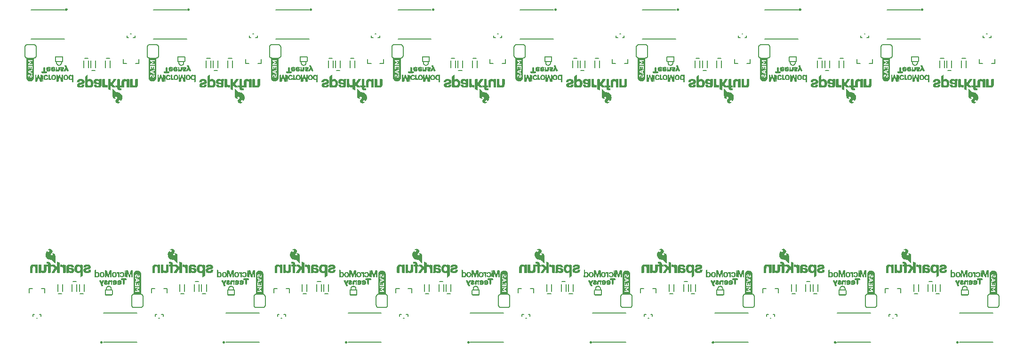
<source format=gbo>
G04 EAGLE Gerber RS-274X export*
G75*
%MOMM*%
%FSLAX34Y34*%
%LPD*%
%INSilkscreen Bottom*%
%IPPOS*%
%AMOC8*
5,1,8,0,0,1.08239X$1,22.5*%
G01*
%ADD10C,0.203200*%
%ADD11R,0.880000X0.040000*%
%ADD12R,1.000000X0.040000*%
%ADD13R,1.040000X0.040000*%
%ADD14R,0.960000X0.040000*%
%ADD15R,0.280000X0.040000*%
%ADD16R,0.080000X0.040000*%
%ADD17R,0.400000X0.040000*%
%ADD18R,0.200000X0.040000*%
%ADD19R,0.160000X0.040000*%
%ADD20R,0.480000X0.040000*%
%ADD21R,0.520000X0.040000*%
%ADD22R,0.600000X0.040000*%
%ADD23R,0.240000X0.040000*%
%ADD24R,0.640000X0.040000*%
%ADD25R,0.560000X0.040000*%
%ADD26R,0.680000X0.040000*%
%ADD27R,0.320000X0.040000*%
%ADD28R,0.720000X0.040000*%
%ADD29R,0.760000X0.040000*%
%ADD30R,0.440000X0.040000*%
%ADD31R,0.040000X0.040000*%
%ADD32R,0.360000X0.040000*%
%ADD33C,0.300000*%
%ADD34C,0.152400*%
%ADD35R,0.040000X3.710000*%
%ADD36R,0.030000X3.800000*%
%ADD37R,0.030000X3.870000*%
%ADD38R,0.030000X3.930000*%
%ADD39R,0.030000X3.960000*%
%ADD40R,0.040000X4.000000*%
%ADD41R,0.030000X4.030000*%
%ADD42R,0.030000X3.130000*%
%ADD43R,0.030000X0.770000*%
%ADD44R,0.030000X0.380000*%
%ADD45R,0.030000X0.540000*%
%ADD46R,0.030000X0.130000*%
%ADD47R,0.030000X0.420000*%
%ADD48R,0.030000X0.510000*%
%ADD49R,0.030000X0.700000*%
%ADD50R,0.030000X0.350000*%
%ADD51R,0.030000X0.480000*%
%ADD52R,0.030000X0.090000*%
%ADD53R,0.030000X0.390000*%
%ADD54R,0.030000X0.410000*%
%ADD55R,0.030000X0.640000*%
%ADD56R,0.040000X0.350000*%
%ADD57R,0.040000X0.420000*%
%ADD58R,0.040000X0.090000*%
%ADD59R,0.040000X0.380000*%
%ADD60R,0.040000X0.640000*%
%ADD61R,0.030000X0.320000*%
%ADD62R,0.030000X0.680000*%
%ADD63R,0.030000X0.290000*%
%ADD64R,0.030000X0.710000*%
%ADD65R,0.030000X0.220000*%
%ADD66R,0.030000X0.190000*%
%ADD67R,0.030000X0.740000*%
%ADD68R,0.040000X0.190000*%
%ADD69R,0.040000X0.740000*%
%ADD70R,0.040000X0.290000*%
%ADD71R,0.040000X1.060000*%
%ADD72R,0.030000X0.160000*%
%ADD73R,0.030000X0.260000*%
%ADD74R,0.030000X1.030000*%
%ADD75R,0.030000X0.100000*%
%ADD76R,0.030000X0.960000*%
%ADD77R,0.030000X0.030000*%
%ADD78R,0.030000X0.250000*%
%ADD79R,0.030000X0.830000*%
%ADD80R,0.030000X0.360000*%
%ADD81R,0.030000X0.060000*%
%ADD82R,0.040000X0.030000*%
%ADD83R,0.040000X0.360000*%
%ADD84R,0.040000X0.060000*%
%ADD85R,0.040000X0.250000*%
%ADD86R,0.040000X0.710000*%
%ADD87R,0.030000X0.070000*%
%ADD88R,0.030000X0.670000*%
%ADD89R,0.030000X0.450000*%
%ADD90R,0.030000X0.610000*%
%ADD91R,0.040000X0.160000*%
%ADD92R,0.040000X0.580000*%
%ADD93R,0.030000X0.580000*%
%ADD94R,0.030000X0.550000*%
%ADD95R,0.030000X0.600000*%
%ADD96R,0.040000X0.480000*%
%ADD97R,0.040000X0.070000*%
%ADD98R,0.130000X0.010000*%
%ADD99R,0.180000X0.000000*%
%ADD100R,0.230000X0.010000*%
%ADD101R,0.280000X0.000000*%
%ADD102R,0.310000X0.010000*%
%ADD103R,0.330000X0.000000*%
%ADD104R,0.370000X0.010000*%
%ADD105R,0.380000X0.000000*%
%ADD106R,0.390000X0.000000*%
%ADD107R,0.410000X0.010000*%
%ADD108R,0.430000X0.000000*%
%ADD109R,0.460000X0.010000*%
%ADD110R,0.470000X0.000000*%
%ADD111R,0.480000X0.010000*%
%ADD112R,0.500000X0.000000*%
%ADD113R,0.510000X0.000000*%
%ADD114R,0.530000X0.010000*%
%ADD115R,0.530000X0.000000*%
%ADD116R,0.550000X0.010000*%
%ADD117R,0.570000X0.000000*%
%ADD118R,0.600000X0.010000*%
%ADD119R,0.600000X0.000000*%
%ADD120R,0.630000X0.000000*%
%ADD121R,0.640000X0.010000*%
%ADD122R,0.650000X0.000000*%
%ADD123R,0.280000X0.010000*%
%ADD124R,0.260000X0.000000*%
%ADD125R,0.250000X0.010000*%
%ADD126R,0.240000X0.010000*%
%ADD127R,0.230000X0.000000*%
%ADD128R,0.240000X0.000000*%
%ADD129R,0.220000X0.000000*%
%ADD130R,0.210000X0.010000*%
%ADD131R,0.200000X0.010000*%
%ADD132R,0.210000X0.000000*%
%ADD133R,0.190000X0.010000*%
%ADD134R,0.200000X0.000000*%
%ADD135R,0.190000X0.000000*%
%ADD136R,0.180000X0.010000*%
%ADD137R,0.170000X0.000000*%
%ADD138R,0.170000X0.010000*%
%ADD139R,0.160000X0.010000*%
%ADD140R,0.160000X0.000000*%
%ADD141R,0.150000X0.000000*%
%ADD142R,0.150000X0.010000*%
%ADD143R,0.140000X0.000000*%
%ADD144R,0.140000X0.010000*%
%ADD145R,0.130000X0.000000*%
%ADD146R,0.120000X0.000000*%
%ADD147R,0.120000X0.010000*%
%ADD148R,1.260000X0.000000*%
%ADD149R,1.300000X0.010000*%
%ADD150R,1.310000X0.000000*%
%ADD151R,1.320000X0.000000*%
%ADD152R,1.340000X0.010000*%
%ADD153R,1.340000X0.000000*%
%ADD154R,1.350000X0.000000*%
%ADD155R,1.350000X0.010000*%
%ADD156R,1.360000X0.010000*%
%ADD157R,1.370000X0.000000*%
%ADD158R,1.370000X0.010000*%
%ADD159R,1.310000X0.010000*%
%ADD160R,1.300000X0.000000*%
%ADD161R,1.260000X0.010000*%

G36*
X718133Y191893D02*
X718133Y191893D01*
X718184Y191895D01*
X718217Y191912D01*
X718252Y191921D01*
X718292Y191953D01*
X718337Y191978D01*
X718358Y192008D01*
X718386Y192031D01*
X718407Y192078D01*
X718436Y192119D01*
X718444Y192161D01*
X718457Y192189D01*
X718456Y192220D01*
X718464Y192262D01*
X718464Y205062D01*
X718460Y205080D01*
X718462Y205104D01*
X718262Y206904D01*
X718251Y206935D01*
X718244Y206982D01*
X718044Y207582D01*
X718032Y207602D01*
X718024Y207632D01*
X717724Y208232D01*
X717715Y208242D01*
X717710Y208257D01*
X717410Y208757D01*
X717395Y208772D01*
X717387Y208791D01*
X717310Y208860D01*
X717289Y208882D01*
X717284Y208883D01*
X717279Y208888D01*
X716796Y209178D01*
X716412Y209466D01*
X716377Y209481D01*
X716325Y209515D01*
X715325Y209915D01*
X715292Y209920D01*
X715246Y209937D01*
X714646Y210037D01*
X714619Y210035D01*
X714584Y210042D01*
X713784Y210042D01*
X713748Y210034D01*
X713691Y210031D01*
X713337Y209942D01*
X713184Y209942D01*
X713168Y209938D01*
X713153Y209941D01*
X713022Y209904D01*
X713015Y209902D01*
X713014Y209902D01*
X712814Y209802D01*
X712794Y209786D01*
X712771Y209777D01*
X712728Y209731D01*
X712680Y209691D01*
X712670Y209668D01*
X712653Y209650D01*
X712635Y209590D01*
X712610Y209533D01*
X712611Y209508D01*
X712604Y209484D01*
X712615Y209422D01*
X712617Y209359D01*
X712629Y209338D01*
X712634Y209313D01*
X712683Y209240D01*
X712701Y209208D01*
X712708Y209202D01*
X712715Y209193D01*
X712815Y209093D01*
X712847Y209073D01*
X712914Y209022D01*
X713314Y208822D01*
X713336Y208816D01*
X713363Y208801D01*
X713578Y208729D01*
X713888Y208419D01*
X714039Y208193D01*
X714103Y208000D01*
X714103Y207823D01*
X714031Y207607D01*
X713871Y207287D01*
X713641Y207057D01*
X713406Y206900D01*
X712975Y206728D01*
X712546Y206642D01*
X711830Y206642D01*
X711140Y206815D01*
X710644Y207145D01*
X710323Y207546D01*
X710164Y208023D01*
X710164Y208584D01*
X710409Y209156D01*
X711070Y209911D01*
X711868Y210809D01*
X711868Y210810D01*
X711870Y210811D01*
X712570Y211611D01*
X712585Y211640D01*
X712616Y211677D01*
X713116Y212577D01*
X713127Y212615D01*
X713155Y212679D01*
X713355Y213579D01*
X713354Y213613D01*
X713364Y213662D01*
X713364Y214462D01*
X713355Y214498D01*
X713344Y214582D01*
X713044Y215482D01*
X713024Y215515D01*
X712993Y215583D01*
X712493Y216283D01*
X712467Y216305D01*
X712436Y216346D01*
X711536Y217146D01*
X711506Y217162D01*
X711466Y217195D01*
X710366Y217795D01*
X710329Y217806D01*
X710252Y217836D01*
X709152Y218036D01*
X709123Y218034D01*
X709084Y218042D01*
X708084Y218042D01*
X708047Y218033D01*
X707963Y218022D01*
X707063Y217722D01*
X707058Y217719D01*
X707050Y217718D01*
X706250Y217418D01*
X706235Y217408D01*
X706214Y217402D01*
X706047Y217319D01*
X705614Y217102D01*
X705591Y217083D01*
X705555Y217066D01*
X705155Y216766D01*
X705140Y216748D01*
X705115Y216730D01*
X705015Y216630D01*
X705001Y216609D01*
X704981Y216592D01*
X704956Y216536D01*
X704923Y216483D01*
X704921Y216458D01*
X704910Y216434D01*
X704913Y216372D01*
X704907Y216311D01*
X704916Y216287D01*
X704917Y216261D01*
X704946Y216207D01*
X704968Y216149D01*
X704987Y216131D01*
X705000Y216109D01*
X705050Y216073D01*
X705096Y216031D01*
X705120Y216024D01*
X705141Y216009D01*
X705226Y215993D01*
X705262Y215982D01*
X705272Y215984D01*
X705284Y215981D01*
X705584Y215981D01*
X705620Y215990D01*
X705704Y216001D01*
X705945Y216081D01*
X706137Y216081D01*
X706491Y215993D01*
X706500Y215993D01*
X706509Y215989D01*
X706959Y215899D01*
X707283Y215737D01*
X707603Y215496D01*
X707739Y215293D01*
X707823Y215041D01*
X707835Y215021D01*
X707844Y214992D01*
X707931Y214816D01*
X707983Y214662D01*
X707923Y214482D01*
X707922Y214469D01*
X707915Y214454D01*
X707831Y214118D01*
X707667Y213873D01*
X707660Y213853D01*
X707644Y213832D01*
X707471Y213487D01*
X707241Y213257D01*
X706973Y213078D01*
X706966Y213071D01*
X706955Y213066D01*
X706564Y212772D01*
X706292Y212591D01*
X705861Y212375D01*
X705594Y212242D01*
X705045Y212242D01*
X704852Y212306D01*
X704703Y212406D01*
X704564Y212823D01*
X704564Y213562D01*
X704552Y213612D01*
X704551Y213633D01*
X704550Y213656D01*
X704550Y213664D01*
X704533Y213695D01*
X704524Y213730D01*
X704491Y213770D01*
X704467Y213816D01*
X704437Y213836D01*
X704414Y213864D01*
X704367Y213885D01*
X704324Y213915D01*
X704289Y213920D01*
X704256Y213935D01*
X704204Y213933D01*
X704153Y213941D01*
X704113Y213929D01*
X704083Y213928D01*
X704056Y213913D01*
X704014Y213902D01*
X704003Y213896D01*
X703242Y213516D01*
X703214Y213502D01*
X703210Y213498D01*
X703099Y213414D01*
X702299Y212514D01*
X702284Y212487D01*
X702255Y212453D01*
X701555Y211253D01*
X701546Y211225D01*
X701526Y211190D01*
X701026Y209790D01*
X701023Y209764D01*
X701010Y209732D01*
X700710Y208132D01*
X700711Y208095D01*
X700704Y208041D01*
X700804Y206241D01*
X700813Y206208D01*
X700817Y206160D01*
X701317Y204360D01*
X701334Y204328D01*
X701351Y204277D01*
X702351Y202477D01*
X702368Y202458D01*
X702383Y202428D01*
X703083Y201528D01*
X703091Y201522D01*
X703095Y201515D01*
X703104Y201508D01*
X703115Y201493D01*
X703915Y200693D01*
X703924Y200687D01*
X703933Y200675D01*
X704733Y199975D01*
X704759Y199962D01*
X704788Y199936D01*
X705788Y199336D01*
X705813Y199328D01*
X705842Y199309D01*
X706842Y198909D01*
X706861Y198906D01*
X706884Y198895D01*
X707984Y198595D01*
X708001Y198594D01*
X708021Y198587D01*
X709221Y198387D01*
X709248Y198388D01*
X709284Y198381D01*
X711152Y198381D01*
X711650Y198298D01*
X712066Y198049D01*
X713016Y197289D01*
X713491Y196718D01*
X713504Y196709D01*
X713515Y196693D01*
X714792Y195415D01*
X715274Y194741D01*
X715294Y194723D01*
X715315Y194693D01*
X715902Y194105D01*
X716391Y193518D01*
X716404Y193509D01*
X716415Y193493D01*
X716896Y193012D01*
X717179Y192633D01*
X717197Y192618D01*
X717215Y192593D01*
X717488Y192319D01*
X717667Y192051D01*
X717687Y192032D01*
X717700Y192009D01*
X717749Y191974D01*
X717794Y191932D01*
X717819Y191924D01*
X717841Y191909D01*
X717923Y191893D01*
X717960Y191882D01*
X717970Y191884D01*
X717984Y191881D01*
X718084Y191881D01*
X718133Y191893D01*
G37*
G36*
X1158137Y191893D02*
X1158137Y191893D01*
X1158189Y191895D01*
X1158221Y191912D01*
X1158257Y191921D01*
X1158296Y191953D01*
X1158341Y191978D01*
X1158362Y192008D01*
X1158390Y192031D01*
X1158411Y192078D01*
X1158440Y192119D01*
X1158449Y192161D01*
X1158461Y192189D01*
X1158460Y192220D01*
X1158468Y192262D01*
X1158468Y205062D01*
X1158464Y205080D01*
X1158466Y205104D01*
X1158266Y206904D01*
X1158255Y206935D01*
X1158249Y206982D01*
X1158049Y207582D01*
X1158036Y207602D01*
X1158028Y207632D01*
X1157728Y208232D01*
X1157719Y208242D01*
X1157714Y208257D01*
X1157414Y208757D01*
X1157400Y208772D01*
X1157391Y208791D01*
X1157314Y208860D01*
X1157293Y208882D01*
X1157288Y208883D01*
X1157283Y208888D01*
X1156800Y209178D01*
X1156416Y209466D01*
X1156381Y209481D01*
X1156329Y209515D01*
X1155329Y209915D01*
X1155296Y209920D01*
X1155250Y209937D01*
X1154650Y210037D01*
X1154623Y210035D01*
X1154588Y210042D01*
X1153788Y210042D01*
X1153752Y210034D01*
X1153696Y210031D01*
X1153341Y209942D01*
X1153188Y209942D01*
X1153173Y209938D01*
X1153157Y209941D01*
X1153026Y209904D01*
X1153019Y209902D01*
X1153018Y209902D01*
X1152818Y209802D01*
X1152799Y209786D01*
X1152775Y209777D01*
X1152733Y209731D01*
X1152685Y209691D01*
X1152674Y209668D01*
X1152657Y209650D01*
X1152640Y209590D01*
X1152614Y209533D01*
X1152615Y209508D01*
X1152608Y209484D01*
X1152619Y209422D01*
X1152622Y209359D01*
X1152634Y209338D01*
X1152638Y209313D01*
X1152687Y209240D01*
X1152705Y209208D01*
X1152713Y209202D01*
X1152719Y209193D01*
X1152819Y209093D01*
X1152851Y209073D01*
X1152918Y209022D01*
X1153318Y208822D01*
X1153341Y208816D01*
X1153368Y208801D01*
X1153582Y208729D01*
X1153892Y208419D01*
X1154043Y208193D01*
X1154108Y208000D01*
X1154108Y207823D01*
X1154036Y207607D01*
X1153875Y207287D01*
X1153646Y207057D01*
X1153410Y206900D01*
X1152979Y206728D01*
X1152550Y206642D01*
X1151835Y206642D01*
X1151144Y206815D01*
X1150648Y207145D01*
X1150327Y207546D01*
X1150168Y208023D01*
X1150168Y208584D01*
X1150414Y209156D01*
X1151074Y209911D01*
X1151872Y210809D01*
X1151873Y210810D01*
X1151874Y210811D01*
X1152574Y211611D01*
X1152590Y211640D01*
X1152620Y211677D01*
X1153120Y212577D01*
X1153131Y212615D01*
X1153159Y212679D01*
X1153359Y213579D01*
X1153359Y213613D01*
X1153368Y213662D01*
X1153368Y214462D01*
X1153360Y214498D01*
X1153349Y214582D01*
X1153049Y215482D01*
X1153028Y215515D01*
X1152997Y215583D01*
X1152497Y216283D01*
X1152471Y216305D01*
X1152440Y216346D01*
X1151540Y217146D01*
X1151510Y217162D01*
X1151470Y217195D01*
X1150370Y217795D01*
X1150333Y217806D01*
X1150256Y217836D01*
X1149156Y218036D01*
X1149127Y218034D01*
X1149088Y218042D01*
X1148088Y218042D01*
X1148051Y218033D01*
X1147968Y218022D01*
X1147068Y217722D01*
X1147062Y217719D01*
X1147054Y217718D01*
X1146254Y217418D01*
X1146240Y217408D01*
X1146218Y217402D01*
X1146052Y217319D01*
X1145618Y217102D01*
X1145595Y217083D01*
X1145560Y217066D01*
X1145160Y216766D01*
X1145145Y216748D01*
X1145119Y216730D01*
X1145019Y216630D01*
X1145005Y216609D01*
X1144985Y216592D01*
X1144960Y216536D01*
X1144928Y216483D01*
X1144925Y216458D01*
X1144915Y216434D01*
X1144917Y216372D01*
X1144911Y216311D01*
X1144920Y216287D01*
X1144921Y216261D01*
X1144951Y216207D01*
X1144973Y216149D01*
X1144992Y216131D01*
X1145004Y216109D01*
X1145054Y216073D01*
X1145100Y216031D01*
X1145125Y216024D01*
X1145146Y216009D01*
X1145230Y215993D01*
X1145266Y215982D01*
X1145276Y215984D01*
X1145288Y215981D01*
X1145588Y215981D01*
X1145624Y215990D01*
X1145708Y216001D01*
X1145950Y216081D01*
X1146141Y216081D01*
X1146496Y215993D01*
X1146504Y215993D01*
X1146513Y215989D01*
X1146963Y215899D01*
X1147287Y215737D01*
X1147608Y215496D01*
X1147743Y215293D01*
X1147827Y215041D01*
X1147839Y215021D01*
X1147848Y214992D01*
X1147936Y214816D01*
X1147987Y214662D01*
X1147927Y214482D01*
X1147926Y214469D01*
X1147919Y214454D01*
X1147835Y214118D01*
X1147671Y213873D01*
X1147664Y213853D01*
X1147648Y213832D01*
X1147475Y213487D01*
X1147246Y213257D01*
X1146977Y213078D01*
X1146970Y213071D01*
X1146960Y213066D01*
X1146568Y212772D01*
X1146297Y212591D01*
X1145865Y212375D01*
X1145598Y212242D01*
X1145050Y212242D01*
X1144856Y212306D01*
X1144707Y212406D01*
X1144568Y212823D01*
X1144568Y213562D01*
X1144556Y213612D01*
X1144555Y213633D01*
X1144555Y213656D01*
X1144554Y213656D01*
X1144554Y213664D01*
X1144537Y213695D01*
X1144529Y213730D01*
X1144496Y213770D01*
X1144471Y213816D01*
X1144441Y213836D01*
X1144418Y213864D01*
X1144371Y213885D01*
X1144329Y213915D01*
X1144293Y213920D01*
X1144260Y213935D01*
X1144209Y213933D01*
X1144157Y213941D01*
X1144117Y213929D01*
X1144087Y213928D01*
X1144060Y213913D01*
X1144018Y213902D01*
X1144007Y213896D01*
X1143247Y213516D01*
X1143218Y213502D01*
X1143214Y213498D01*
X1143104Y213414D01*
X1142304Y212514D01*
X1142289Y212487D01*
X1142259Y212453D01*
X1141559Y211253D01*
X1141551Y211225D01*
X1141530Y211190D01*
X1141030Y209790D01*
X1141027Y209764D01*
X1141014Y209732D01*
X1140714Y208132D01*
X1140716Y208095D01*
X1140708Y208041D01*
X1140808Y206241D01*
X1140818Y206208D01*
X1140821Y206160D01*
X1141321Y204360D01*
X1141339Y204328D01*
X1141355Y204277D01*
X1142355Y202477D01*
X1142372Y202458D01*
X1142388Y202428D01*
X1143088Y201528D01*
X1143095Y201522D01*
X1143099Y201515D01*
X1143108Y201508D01*
X1143119Y201493D01*
X1143919Y200693D01*
X1143929Y200687D01*
X1143937Y200675D01*
X1144737Y199975D01*
X1144763Y199962D01*
X1144792Y199936D01*
X1145792Y199336D01*
X1145817Y199328D01*
X1145847Y199309D01*
X1146847Y198909D01*
X1146866Y198906D01*
X1146888Y198895D01*
X1147988Y198595D01*
X1148005Y198594D01*
X1148025Y198587D01*
X1149225Y198387D01*
X1149252Y198388D01*
X1149288Y198381D01*
X1151156Y198381D01*
X1151654Y198298D01*
X1152070Y198049D01*
X1153020Y197289D01*
X1153496Y196718D01*
X1153508Y196709D01*
X1153519Y196693D01*
X1154797Y195415D01*
X1155278Y194741D01*
X1155299Y194723D01*
X1155319Y194693D01*
X1155907Y194105D01*
X1156396Y193518D01*
X1156408Y193509D01*
X1156419Y193493D01*
X1156900Y193012D01*
X1157184Y192633D01*
X1157202Y192618D01*
X1157219Y192593D01*
X1157492Y192319D01*
X1157671Y192051D01*
X1157691Y192032D01*
X1157704Y192009D01*
X1157753Y191974D01*
X1157798Y191932D01*
X1157824Y191924D01*
X1157846Y191909D01*
X1157927Y191893D01*
X1157964Y191882D01*
X1157975Y191884D01*
X1157988Y191881D01*
X1158088Y191881D01*
X1158137Y191893D01*
G37*
G36*
X1378152Y191893D02*
X1378152Y191893D01*
X1378203Y191895D01*
X1378236Y191912D01*
X1378271Y191921D01*
X1378311Y191953D01*
X1378356Y191978D01*
X1378377Y192008D01*
X1378405Y192031D01*
X1378426Y192078D01*
X1378455Y192119D01*
X1378463Y192161D01*
X1378476Y192189D01*
X1378475Y192220D01*
X1378483Y192262D01*
X1378483Y205062D01*
X1378479Y205080D01*
X1378481Y205104D01*
X1378281Y206904D01*
X1378270Y206935D01*
X1378263Y206982D01*
X1378063Y207582D01*
X1378051Y207602D01*
X1378043Y207632D01*
X1377743Y208232D01*
X1377734Y208242D01*
X1377729Y208257D01*
X1377429Y208757D01*
X1377414Y208772D01*
X1377406Y208791D01*
X1377329Y208860D01*
X1377308Y208882D01*
X1377303Y208883D01*
X1377298Y208888D01*
X1376815Y209178D01*
X1376431Y209466D01*
X1376396Y209481D01*
X1376344Y209515D01*
X1375344Y209915D01*
X1375311Y209920D01*
X1375265Y209937D01*
X1374665Y210037D01*
X1374638Y210035D01*
X1374603Y210042D01*
X1373803Y210042D01*
X1373767Y210034D01*
X1373710Y210031D01*
X1373356Y209942D01*
X1373203Y209942D01*
X1373187Y209938D01*
X1373172Y209941D01*
X1373041Y209904D01*
X1373034Y209902D01*
X1373033Y209902D01*
X1372833Y209802D01*
X1372813Y209786D01*
X1372790Y209777D01*
X1372747Y209731D01*
X1372699Y209691D01*
X1372689Y209668D01*
X1372672Y209650D01*
X1372654Y209590D01*
X1372629Y209533D01*
X1372630Y209508D01*
X1372623Y209484D01*
X1372634Y209422D01*
X1372636Y209359D01*
X1372648Y209338D01*
X1372653Y209313D01*
X1372702Y209240D01*
X1372720Y209208D01*
X1372727Y209202D01*
X1372734Y209193D01*
X1372834Y209093D01*
X1372866Y209073D01*
X1372933Y209022D01*
X1373333Y208822D01*
X1373355Y208816D01*
X1373382Y208801D01*
X1373597Y208729D01*
X1373907Y208419D01*
X1374058Y208193D01*
X1374122Y208000D01*
X1374122Y207823D01*
X1374050Y207607D01*
X1373890Y207287D01*
X1373660Y207057D01*
X1373425Y206900D01*
X1372994Y206728D01*
X1372565Y206642D01*
X1371849Y206642D01*
X1371159Y206815D01*
X1370663Y207145D01*
X1370342Y207546D01*
X1370183Y208023D01*
X1370183Y208584D01*
X1370428Y209156D01*
X1371089Y209911D01*
X1371887Y210809D01*
X1371887Y210810D01*
X1371889Y210811D01*
X1372589Y211611D01*
X1372604Y211640D01*
X1372635Y211677D01*
X1373135Y212577D01*
X1373146Y212615D01*
X1373174Y212679D01*
X1373374Y213579D01*
X1373373Y213613D01*
X1373383Y213662D01*
X1373383Y214462D01*
X1373374Y214498D01*
X1373363Y214582D01*
X1373063Y215482D01*
X1373043Y215515D01*
X1373012Y215583D01*
X1372512Y216283D01*
X1372486Y216305D01*
X1372455Y216346D01*
X1371555Y217146D01*
X1371525Y217162D01*
X1371485Y217195D01*
X1370385Y217795D01*
X1370348Y217806D01*
X1370271Y217836D01*
X1369171Y218036D01*
X1369142Y218034D01*
X1369103Y218042D01*
X1368103Y218042D01*
X1368066Y218033D01*
X1367982Y218022D01*
X1367082Y217722D01*
X1367077Y217719D01*
X1367069Y217718D01*
X1366269Y217418D01*
X1366254Y217408D01*
X1366233Y217402D01*
X1366066Y217319D01*
X1365633Y217102D01*
X1365610Y217083D01*
X1365574Y217066D01*
X1365174Y216766D01*
X1365159Y216748D01*
X1365134Y216730D01*
X1365034Y216630D01*
X1365020Y216609D01*
X1365000Y216592D01*
X1364975Y216536D01*
X1364942Y216483D01*
X1364940Y216458D01*
X1364929Y216434D01*
X1364932Y216372D01*
X1364926Y216311D01*
X1364935Y216287D01*
X1364936Y216261D01*
X1364965Y216207D01*
X1364987Y216149D01*
X1365006Y216131D01*
X1365019Y216109D01*
X1365069Y216073D01*
X1365115Y216031D01*
X1365139Y216024D01*
X1365160Y216009D01*
X1365245Y215993D01*
X1365281Y215982D01*
X1365291Y215984D01*
X1365303Y215981D01*
X1365603Y215981D01*
X1365639Y215990D01*
X1365723Y216001D01*
X1365964Y216081D01*
X1366156Y216081D01*
X1366510Y215993D01*
X1366519Y215993D01*
X1366528Y215989D01*
X1366978Y215899D01*
X1367302Y215737D01*
X1367622Y215496D01*
X1367758Y215293D01*
X1367842Y215041D01*
X1367854Y215021D01*
X1367863Y214992D01*
X1367950Y214816D01*
X1368002Y214662D01*
X1367942Y214482D01*
X1367941Y214469D01*
X1367934Y214454D01*
X1367850Y214118D01*
X1367686Y213873D01*
X1367679Y213853D01*
X1367663Y213832D01*
X1367490Y213487D01*
X1367260Y213257D01*
X1366992Y213078D01*
X1366985Y213071D01*
X1366974Y213066D01*
X1366583Y212772D01*
X1366311Y212591D01*
X1365880Y212375D01*
X1365613Y212242D01*
X1365064Y212242D01*
X1364871Y212306D01*
X1364722Y212406D01*
X1364583Y212823D01*
X1364583Y213562D01*
X1364571Y213612D01*
X1364570Y213633D01*
X1364569Y213656D01*
X1364569Y213664D01*
X1364552Y213695D01*
X1364543Y213730D01*
X1364510Y213770D01*
X1364486Y213816D01*
X1364456Y213836D01*
X1364433Y213864D01*
X1364386Y213885D01*
X1364343Y213915D01*
X1364308Y213920D01*
X1364275Y213935D01*
X1364223Y213933D01*
X1364172Y213941D01*
X1364132Y213929D01*
X1364102Y213928D01*
X1364075Y213913D01*
X1364033Y213902D01*
X1364022Y213896D01*
X1363261Y213516D01*
X1363233Y213502D01*
X1363229Y213498D01*
X1363118Y213414D01*
X1362318Y212514D01*
X1362303Y212487D01*
X1362274Y212453D01*
X1361574Y211253D01*
X1361565Y211225D01*
X1361545Y211190D01*
X1361045Y209790D01*
X1361042Y209764D01*
X1361029Y209732D01*
X1360729Y208132D01*
X1360730Y208095D01*
X1360723Y208041D01*
X1360823Y206241D01*
X1360832Y206208D01*
X1360836Y206160D01*
X1361336Y204360D01*
X1361353Y204328D01*
X1361370Y204277D01*
X1362370Y202477D01*
X1362387Y202458D01*
X1362402Y202428D01*
X1363102Y201528D01*
X1363110Y201522D01*
X1363114Y201515D01*
X1363123Y201508D01*
X1363134Y201493D01*
X1363934Y200693D01*
X1363943Y200687D01*
X1363952Y200675D01*
X1364752Y199975D01*
X1364778Y199962D01*
X1364807Y199936D01*
X1365807Y199336D01*
X1365832Y199328D01*
X1365861Y199309D01*
X1366861Y198909D01*
X1366880Y198906D01*
X1366903Y198895D01*
X1368003Y198595D01*
X1368020Y198594D01*
X1368040Y198587D01*
X1369240Y198387D01*
X1369267Y198388D01*
X1369303Y198381D01*
X1371171Y198381D01*
X1371669Y198298D01*
X1372085Y198049D01*
X1373035Y197289D01*
X1373510Y196718D01*
X1373523Y196709D01*
X1373534Y196693D01*
X1374811Y195415D01*
X1375293Y194741D01*
X1375313Y194723D01*
X1375334Y194693D01*
X1375921Y194105D01*
X1376410Y193518D01*
X1376423Y193509D01*
X1376434Y193493D01*
X1376915Y193012D01*
X1377198Y192633D01*
X1377216Y192618D01*
X1377234Y192593D01*
X1377507Y192319D01*
X1377686Y192051D01*
X1377706Y192032D01*
X1377719Y192009D01*
X1377768Y191974D01*
X1377813Y191932D01*
X1377838Y191924D01*
X1377860Y191909D01*
X1377942Y191893D01*
X1377979Y191882D01*
X1377989Y191884D01*
X1378003Y191881D01*
X1378103Y191881D01*
X1378152Y191893D01*
G37*
G36*
X938148Y191893D02*
X938148Y191893D01*
X938199Y191895D01*
X938231Y191912D01*
X938267Y191921D01*
X938307Y191953D01*
X938351Y191978D01*
X938372Y192008D01*
X938401Y192031D01*
X938422Y192078D01*
X938451Y192119D01*
X938459Y192161D01*
X938472Y192189D01*
X938471Y192220D01*
X938479Y192262D01*
X938479Y205062D01*
X938474Y205080D01*
X938476Y205104D01*
X938276Y206904D01*
X938265Y206935D01*
X938259Y206982D01*
X938059Y207582D01*
X938047Y207602D01*
X938039Y207632D01*
X937739Y208232D01*
X937730Y208242D01*
X937724Y208257D01*
X937424Y208757D01*
X937410Y208772D01*
X937402Y208791D01*
X937325Y208860D01*
X937304Y208882D01*
X937299Y208883D01*
X937294Y208888D01*
X936811Y209178D01*
X936427Y209466D01*
X936392Y209481D01*
X936340Y209515D01*
X935340Y209915D01*
X935306Y209920D01*
X935261Y209937D01*
X934661Y210037D01*
X934634Y210035D01*
X934598Y210042D01*
X933798Y210042D01*
X933763Y210034D01*
X933706Y210031D01*
X933352Y209942D01*
X933198Y209942D01*
X933183Y209938D01*
X933168Y209941D01*
X933037Y209904D01*
X933030Y209902D01*
X933029Y209902D01*
X933028Y209902D01*
X932828Y209802D01*
X932809Y209786D01*
X932786Y209777D01*
X932743Y209731D01*
X932695Y209691D01*
X932685Y209668D01*
X932668Y209650D01*
X932650Y209590D01*
X932625Y209533D01*
X932626Y209508D01*
X932619Y209484D01*
X932630Y209422D01*
X932632Y209359D01*
X932644Y209338D01*
X932648Y209313D01*
X932698Y209240D01*
X932715Y209208D01*
X932723Y209202D01*
X932730Y209193D01*
X932830Y209093D01*
X932862Y209073D01*
X932928Y209022D01*
X933328Y208822D01*
X933351Y208816D01*
X933378Y208801D01*
X933593Y208729D01*
X933903Y208419D01*
X934054Y208193D01*
X934118Y208000D01*
X934118Y207823D01*
X934046Y207607D01*
X933886Y207287D01*
X933656Y207057D01*
X933420Y206900D01*
X932990Y206728D01*
X932561Y206642D01*
X931845Y206642D01*
X931155Y206815D01*
X930658Y207145D01*
X930338Y207546D01*
X930179Y208023D01*
X930179Y208584D01*
X930424Y209156D01*
X931084Y209911D01*
X931883Y210809D01*
X931883Y210810D01*
X931885Y210811D01*
X932585Y211611D01*
X932600Y211640D01*
X932631Y211677D01*
X933131Y212577D01*
X933142Y212615D01*
X933170Y212679D01*
X933370Y213579D01*
X933369Y213613D01*
X933379Y213662D01*
X933379Y214462D01*
X933370Y214498D01*
X933359Y214582D01*
X933059Y215482D01*
X933039Y215515D01*
X933008Y215583D01*
X932508Y216283D01*
X932482Y216305D01*
X932451Y216346D01*
X931551Y217146D01*
X931520Y217162D01*
X931481Y217195D01*
X930381Y217795D01*
X930344Y217806D01*
X930266Y217836D01*
X929166Y218036D01*
X929137Y218034D01*
X929098Y218042D01*
X928098Y218042D01*
X928062Y218033D01*
X927978Y218022D01*
X927078Y217722D01*
X927073Y217719D01*
X927065Y217718D01*
X926265Y217418D01*
X926250Y217408D01*
X926228Y217402D01*
X926062Y217319D01*
X925628Y217102D01*
X925606Y217083D01*
X925570Y217066D01*
X925170Y216766D01*
X925155Y216748D01*
X925130Y216730D01*
X925030Y216630D01*
X925016Y216609D01*
X924996Y216592D01*
X924971Y216536D01*
X924938Y216483D01*
X924936Y216458D01*
X924925Y216434D01*
X924927Y216372D01*
X924922Y216311D01*
X924931Y216287D01*
X924932Y216261D01*
X924961Y216207D01*
X924983Y216149D01*
X925002Y216131D01*
X925014Y216109D01*
X925065Y216073D01*
X925110Y216031D01*
X925135Y216024D01*
X925156Y216009D01*
X925241Y215993D01*
X925276Y215982D01*
X925286Y215984D01*
X925298Y215981D01*
X925598Y215981D01*
X925635Y215990D01*
X925719Y216001D01*
X925960Y216081D01*
X926152Y216081D01*
X926506Y215993D01*
X926514Y215993D01*
X926524Y215989D01*
X926974Y215899D01*
X927298Y215737D01*
X927618Y215496D01*
X927754Y215293D01*
X927838Y215041D01*
X927850Y215021D01*
X927858Y214992D01*
X927946Y214816D01*
X927998Y214662D01*
X927938Y214482D01*
X927936Y214469D01*
X927930Y214454D01*
X927845Y214118D01*
X927682Y213873D01*
X927675Y213853D01*
X927658Y213832D01*
X927486Y213487D01*
X927256Y213257D01*
X926987Y213078D01*
X926981Y213071D01*
X926970Y213066D01*
X926579Y212772D01*
X926307Y212591D01*
X925876Y212375D01*
X925609Y212242D01*
X925060Y212242D01*
X924867Y212306D01*
X924718Y212406D01*
X924579Y212823D01*
X924579Y213562D01*
X924567Y213612D01*
X924566Y213633D01*
X924565Y213656D01*
X924565Y213664D01*
X924547Y213695D01*
X924539Y213730D01*
X924506Y213770D01*
X924481Y213816D01*
X924452Y213836D01*
X924429Y213864D01*
X924382Y213885D01*
X924339Y213915D01*
X924304Y213920D01*
X924271Y213935D01*
X924219Y213933D01*
X924168Y213941D01*
X924128Y213929D01*
X924098Y213928D01*
X924070Y213913D01*
X924028Y213902D01*
X924018Y213896D01*
X923257Y213516D01*
X923228Y213502D01*
X923224Y213498D01*
X923114Y213414D01*
X922314Y212514D01*
X922299Y212487D01*
X922270Y212453D01*
X921570Y211253D01*
X921561Y211225D01*
X921540Y211190D01*
X921040Y209790D01*
X921037Y209764D01*
X921025Y209732D01*
X920725Y208132D01*
X920726Y208095D01*
X920719Y208041D01*
X920819Y206241D01*
X920828Y206208D01*
X920832Y206160D01*
X921332Y204360D01*
X921349Y204328D01*
X921366Y204277D01*
X922366Y202477D01*
X922383Y202458D01*
X922398Y202428D01*
X923098Y201528D01*
X923106Y201522D01*
X923110Y201515D01*
X923119Y201508D01*
X923130Y201493D01*
X923930Y200693D01*
X923939Y200687D01*
X923948Y200675D01*
X924748Y199975D01*
X924773Y199962D01*
X924803Y199936D01*
X925803Y199336D01*
X925828Y199328D01*
X925857Y199309D01*
X926857Y198909D01*
X926876Y198906D01*
X926898Y198895D01*
X927998Y198595D01*
X928016Y198594D01*
X928036Y198587D01*
X929236Y198387D01*
X929263Y198388D01*
X929298Y198381D01*
X931167Y198381D01*
X931665Y198298D01*
X932081Y198049D01*
X933031Y197289D01*
X933506Y196718D01*
X933519Y196709D01*
X933530Y196693D01*
X934807Y195415D01*
X935289Y194741D01*
X935309Y194723D01*
X935330Y194693D01*
X935917Y194105D01*
X936406Y193518D01*
X936419Y193509D01*
X936430Y193493D01*
X936910Y193012D01*
X937194Y192633D01*
X937212Y192618D01*
X937230Y192593D01*
X937503Y192319D01*
X937682Y192051D01*
X937702Y192032D01*
X937714Y192009D01*
X937764Y191974D01*
X937808Y191932D01*
X937834Y191924D01*
X937856Y191909D01*
X937938Y191893D01*
X937974Y191882D01*
X937985Y191884D01*
X937998Y191881D01*
X938098Y191881D01*
X938148Y191893D01*
G37*
G36*
X1598142Y191893D02*
X1598142Y191893D01*
X1598193Y191895D01*
X1598225Y191912D01*
X1598261Y191921D01*
X1598300Y191953D01*
X1598345Y191978D01*
X1598366Y192008D01*
X1598394Y192031D01*
X1598415Y192078D01*
X1598445Y192119D01*
X1598453Y192161D01*
X1598465Y192189D01*
X1598464Y192220D01*
X1598472Y192262D01*
X1598472Y205062D01*
X1598468Y205080D01*
X1598470Y205104D01*
X1598270Y206904D01*
X1598259Y206935D01*
X1598253Y206982D01*
X1598053Y207582D01*
X1598040Y207602D01*
X1598032Y207632D01*
X1597732Y208232D01*
X1597724Y208242D01*
X1597718Y208257D01*
X1597418Y208757D01*
X1597404Y208772D01*
X1597395Y208791D01*
X1597318Y208860D01*
X1597297Y208882D01*
X1597292Y208883D01*
X1597288Y208888D01*
X1596804Y209178D01*
X1596420Y209466D01*
X1596385Y209481D01*
X1596333Y209515D01*
X1595333Y209915D01*
X1595300Y209920D01*
X1595255Y209937D01*
X1594655Y210037D01*
X1594628Y210035D01*
X1594592Y210042D01*
X1593792Y210042D01*
X1593756Y210034D01*
X1593700Y210031D01*
X1593345Y209942D01*
X1593192Y209942D01*
X1593177Y209938D01*
X1593162Y209941D01*
X1593030Y209904D01*
X1593023Y209902D01*
X1593022Y209902D01*
X1592822Y209802D01*
X1592803Y209786D01*
X1592779Y209777D01*
X1592737Y209731D01*
X1592689Y209691D01*
X1592679Y209668D01*
X1592662Y209650D01*
X1592644Y209590D01*
X1592618Y209533D01*
X1592620Y209508D01*
X1592612Y209484D01*
X1592623Y209422D01*
X1592626Y209359D01*
X1592638Y209338D01*
X1592642Y209313D01*
X1592691Y209240D01*
X1592709Y209208D01*
X1592717Y209202D01*
X1592723Y209193D01*
X1592823Y209093D01*
X1592855Y209073D01*
X1592922Y209022D01*
X1593322Y208822D01*
X1593345Y208816D01*
X1593372Y208801D01*
X1593587Y208729D01*
X1593897Y208419D01*
X1594047Y208193D01*
X1594112Y208000D01*
X1594112Y207823D01*
X1594040Y207607D01*
X1593880Y207287D01*
X1593650Y207057D01*
X1593414Y206900D01*
X1592983Y206728D01*
X1592554Y206642D01*
X1591839Y206642D01*
X1591148Y206815D01*
X1590652Y207145D01*
X1590331Y207546D01*
X1590172Y208023D01*
X1590172Y208584D01*
X1590418Y209156D01*
X1591078Y209911D01*
X1591876Y210809D01*
X1591877Y210810D01*
X1591878Y210811D01*
X1592578Y211611D01*
X1592594Y211640D01*
X1592624Y211677D01*
X1593124Y212577D01*
X1593135Y212615D01*
X1593163Y212679D01*
X1593363Y213579D01*
X1593363Y213613D01*
X1593372Y213662D01*
X1593372Y214462D01*
X1593364Y214498D01*
X1593353Y214582D01*
X1593053Y215482D01*
X1593032Y215515D01*
X1593001Y215583D01*
X1592501Y216283D01*
X1592475Y216305D01*
X1592445Y216346D01*
X1591545Y217146D01*
X1591514Y217162D01*
X1591474Y217195D01*
X1590374Y217795D01*
X1590338Y217806D01*
X1590260Y217836D01*
X1589160Y218036D01*
X1589131Y218034D01*
X1589092Y218042D01*
X1588092Y218042D01*
X1588055Y218033D01*
X1587972Y218022D01*
X1587072Y217722D01*
X1587066Y217719D01*
X1587059Y217718D01*
X1586259Y217418D01*
X1586244Y217408D01*
X1586222Y217402D01*
X1586056Y217319D01*
X1585622Y217102D01*
X1585600Y217083D01*
X1585564Y217066D01*
X1585164Y216766D01*
X1585149Y216748D01*
X1585123Y216730D01*
X1585023Y216630D01*
X1585010Y216609D01*
X1584990Y216592D01*
X1584964Y216536D01*
X1584932Y216483D01*
X1584929Y216458D01*
X1584919Y216434D01*
X1584921Y216372D01*
X1584915Y216311D01*
X1584924Y216287D01*
X1584925Y216261D01*
X1584955Y216207D01*
X1584977Y216149D01*
X1584996Y216131D01*
X1585008Y216109D01*
X1585059Y216073D01*
X1585104Y216031D01*
X1585129Y216024D01*
X1585150Y216009D01*
X1585234Y215993D01*
X1585270Y215982D01*
X1585280Y215984D01*
X1585292Y215981D01*
X1585592Y215981D01*
X1585629Y215990D01*
X1585712Y216001D01*
X1585954Y216081D01*
X1586145Y216081D01*
X1586500Y215993D01*
X1586508Y215993D01*
X1586517Y215989D01*
X1586968Y215899D01*
X1587291Y215737D01*
X1587612Y215496D01*
X1587747Y215293D01*
X1587831Y215041D01*
X1587844Y215021D01*
X1587852Y214992D01*
X1587940Y214816D01*
X1587991Y214662D01*
X1587931Y214482D01*
X1587930Y214469D01*
X1587923Y214454D01*
X1587839Y214118D01*
X1587676Y213873D01*
X1587668Y213853D01*
X1587652Y213832D01*
X1587480Y213487D01*
X1587250Y213257D01*
X1586981Y213078D01*
X1586974Y213071D01*
X1586964Y213066D01*
X1586572Y212772D01*
X1586301Y212591D01*
X1585869Y212375D01*
X1585602Y212242D01*
X1585054Y212242D01*
X1584861Y212306D01*
X1584712Y212406D01*
X1584572Y212823D01*
X1584572Y213562D01*
X1584560Y213612D01*
X1584560Y213633D01*
X1584559Y213656D01*
X1584558Y213664D01*
X1584541Y213695D01*
X1584533Y213730D01*
X1584500Y213770D01*
X1584475Y213816D01*
X1584445Y213836D01*
X1584423Y213864D01*
X1584375Y213885D01*
X1584333Y213915D01*
X1584297Y213920D01*
X1584264Y213935D01*
X1584213Y213933D01*
X1584162Y213941D01*
X1584121Y213929D01*
X1584091Y213928D01*
X1584064Y213913D01*
X1584022Y213902D01*
X1584011Y213896D01*
X1583251Y213516D01*
X1583222Y213502D01*
X1583218Y213498D01*
X1583108Y213414D01*
X1582308Y212514D01*
X1582293Y212487D01*
X1582264Y212453D01*
X1581564Y211253D01*
X1581555Y211225D01*
X1581534Y211190D01*
X1581034Y209790D01*
X1581031Y209764D01*
X1581018Y209732D01*
X1580718Y208132D01*
X1580720Y208095D01*
X1580712Y208041D01*
X1580812Y206241D01*
X1580822Y206208D01*
X1580826Y206160D01*
X1581326Y204360D01*
X1581343Y204328D01*
X1581360Y204277D01*
X1582360Y202477D01*
X1582377Y202458D01*
X1582392Y202428D01*
X1583092Y201528D01*
X1583099Y201522D01*
X1583103Y201515D01*
X1583113Y201508D01*
X1583123Y201493D01*
X1583923Y200693D01*
X1583933Y200687D01*
X1583942Y200675D01*
X1584742Y199975D01*
X1584767Y199962D01*
X1584796Y199936D01*
X1585796Y199336D01*
X1585821Y199328D01*
X1585851Y199309D01*
X1586851Y198909D01*
X1586870Y198906D01*
X1586892Y198895D01*
X1587992Y198595D01*
X1588009Y198594D01*
X1588030Y198587D01*
X1589230Y198387D01*
X1589256Y198388D01*
X1589292Y198381D01*
X1591161Y198381D01*
X1591658Y198298D01*
X1592074Y198049D01*
X1593024Y197289D01*
X1593500Y196718D01*
X1593512Y196709D01*
X1593523Y196693D01*
X1594801Y195415D01*
X1595283Y194741D01*
X1595303Y194723D01*
X1595323Y194693D01*
X1595911Y194105D01*
X1596400Y193518D01*
X1596412Y193509D01*
X1596423Y193493D01*
X1596904Y193012D01*
X1597188Y192633D01*
X1597206Y192618D01*
X1597223Y192593D01*
X1597497Y192319D01*
X1597676Y192051D01*
X1597695Y192032D01*
X1597708Y192009D01*
X1597758Y191974D01*
X1597802Y191932D01*
X1597828Y191924D01*
X1597850Y191909D01*
X1597931Y191893D01*
X1597968Y191882D01*
X1597979Y191884D01*
X1597992Y191881D01*
X1598092Y191881D01*
X1598142Y191893D01*
G37*
G36*
X498144Y191893D02*
X498144Y191893D01*
X498195Y191895D01*
X498227Y191912D01*
X498263Y191921D01*
X498302Y191953D01*
X498347Y191978D01*
X498368Y192008D01*
X498397Y192031D01*
X498417Y192078D01*
X498447Y192119D01*
X498455Y192161D01*
X498467Y192189D01*
X498466Y192220D01*
X498474Y192262D01*
X498474Y205062D01*
X498470Y205080D01*
X498472Y205104D01*
X498272Y206904D01*
X498261Y206935D01*
X498255Y206982D01*
X498055Y207582D01*
X498043Y207602D01*
X498034Y207632D01*
X497734Y208232D01*
X497726Y208242D01*
X497720Y208257D01*
X497420Y208757D01*
X497406Y208772D01*
X497398Y208791D01*
X497320Y208860D01*
X497300Y208882D01*
X497295Y208883D01*
X497290Y208888D01*
X496807Y209178D01*
X496422Y209466D01*
X496388Y209481D01*
X496335Y209515D01*
X495335Y209915D01*
X495302Y209920D01*
X495257Y209937D01*
X494657Y210037D01*
X494630Y210035D01*
X494594Y210042D01*
X493794Y210042D01*
X493759Y210034D01*
X493702Y210031D01*
X493347Y209942D01*
X493194Y209942D01*
X493179Y209938D01*
X493164Y209941D01*
X493032Y209904D01*
X493025Y209902D01*
X493024Y209902D01*
X492824Y209802D01*
X492805Y209786D01*
X492781Y209777D01*
X492739Y209731D01*
X492691Y209691D01*
X492681Y209668D01*
X492664Y209650D01*
X492646Y209590D01*
X492621Y209533D01*
X492622Y209508D01*
X492615Y209484D01*
X492625Y209422D01*
X492628Y209359D01*
X492640Y209338D01*
X492644Y209313D01*
X492694Y209240D01*
X492711Y209208D01*
X492719Y209202D01*
X492725Y209193D01*
X492825Y209093D01*
X492857Y209073D01*
X492924Y209022D01*
X493324Y208822D01*
X493347Y208816D01*
X493374Y208801D01*
X493589Y208729D01*
X493899Y208419D01*
X494050Y208193D01*
X494114Y208000D01*
X494114Y207823D01*
X494042Y207607D01*
X493882Y207287D01*
X493652Y207057D01*
X493416Y206900D01*
X492985Y206728D01*
X492557Y206642D01*
X491841Y206642D01*
X491150Y206815D01*
X490654Y207145D01*
X490334Y207546D01*
X490174Y208023D01*
X490174Y208584D01*
X490420Y209156D01*
X491080Y209911D01*
X491878Y210809D01*
X491879Y210810D01*
X491880Y210811D01*
X492580Y211611D01*
X492596Y211640D01*
X492627Y211677D01*
X493127Y212577D01*
X493137Y212615D01*
X493165Y212679D01*
X493365Y213579D01*
X493365Y213613D01*
X493374Y213662D01*
X493374Y214462D01*
X493366Y214498D01*
X493355Y214582D01*
X493055Y215482D01*
X493034Y215515D01*
X493004Y215583D01*
X492504Y216283D01*
X492478Y216305D01*
X492447Y216346D01*
X491547Y217146D01*
X491516Y217162D01*
X491476Y217195D01*
X490376Y217795D01*
X490340Y217806D01*
X490262Y217836D01*
X489162Y218036D01*
X489133Y218034D01*
X489094Y218042D01*
X488094Y218042D01*
X488058Y218033D01*
X487974Y218022D01*
X487074Y217722D01*
X487068Y217719D01*
X487061Y217718D01*
X486261Y217418D01*
X486246Y217408D01*
X486224Y217402D01*
X486058Y217319D01*
X485624Y217102D01*
X485602Y217083D01*
X485566Y217066D01*
X485166Y216766D01*
X485151Y216748D01*
X485125Y216730D01*
X485025Y216630D01*
X485012Y216609D01*
X484992Y216592D01*
X484967Y216536D01*
X484934Y216483D01*
X484931Y216458D01*
X484921Y216434D01*
X484923Y216372D01*
X484917Y216311D01*
X484927Y216287D01*
X484928Y216261D01*
X484957Y216207D01*
X484979Y216149D01*
X484998Y216131D01*
X485010Y216109D01*
X485061Y216073D01*
X485106Y216031D01*
X485131Y216024D01*
X485152Y216009D01*
X485237Y215993D01*
X485272Y215982D01*
X485282Y215984D01*
X485294Y215981D01*
X485594Y215981D01*
X485631Y215990D01*
X485714Y216001D01*
X485956Y216081D01*
X486147Y216081D01*
X486502Y215993D01*
X486510Y215993D01*
X486520Y215989D01*
X486970Y215899D01*
X487293Y215737D01*
X487614Y215496D01*
X487750Y215293D01*
X487833Y215041D01*
X487846Y215021D01*
X487854Y214992D01*
X487942Y214816D01*
X487993Y214662D01*
X487933Y214482D01*
X487932Y214469D01*
X487925Y214454D01*
X487841Y214118D01*
X487678Y213873D01*
X487671Y213853D01*
X487654Y213832D01*
X487482Y213487D01*
X487252Y213257D01*
X486983Y213078D01*
X486977Y213071D01*
X486966Y213066D01*
X486575Y212772D01*
X486303Y212591D01*
X485872Y212375D01*
X485871Y212375D01*
X485604Y212242D01*
X485056Y212242D01*
X484863Y212306D01*
X484714Y212406D01*
X484574Y212823D01*
X484574Y213562D01*
X484563Y213612D01*
X484562Y213633D01*
X484561Y213656D01*
X484560Y213664D01*
X484543Y213695D01*
X484535Y213730D01*
X484502Y213770D01*
X484477Y213816D01*
X484448Y213836D01*
X484425Y213864D01*
X484378Y213885D01*
X484335Y213915D01*
X484300Y213920D01*
X484267Y213935D01*
X484215Y213933D01*
X484164Y213941D01*
X484124Y213929D01*
X484094Y213928D01*
X484066Y213913D01*
X484024Y213902D01*
X484014Y213896D01*
X484013Y213896D01*
X483253Y213516D01*
X483224Y213502D01*
X483220Y213498D01*
X483110Y213414D01*
X482310Y212514D01*
X482295Y212487D01*
X482266Y212453D01*
X481566Y211253D01*
X481557Y211225D01*
X481536Y211190D01*
X481036Y209790D01*
X481033Y209764D01*
X481020Y209732D01*
X480720Y208132D01*
X480722Y208095D01*
X480715Y208041D01*
X480815Y206241D01*
X480824Y206208D01*
X480828Y206160D01*
X481328Y204360D01*
X481345Y204328D01*
X481362Y204277D01*
X482362Y202477D01*
X482379Y202458D01*
X482394Y202428D01*
X483094Y201528D01*
X483102Y201522D01*
X483105Y201515D01*
X483115Y201508D01*
X483125Y201493D01*
X483925Y200693D01*
X483935Y200687D01*
X483944Y200675D01*
X484744Y199975D01*
X484769Y199962D01*
X484799Y199936D01*
X485799Y199336D01*
X485823Y199328D01*
X485853Y199309D01*
X486853Y198909D01*
X486872Y198906D01*
X486894Y198895D01*
X487994Y198595D01*
X488011Y198594D01*
X488032Y198587D01*
X489232Y198387D01*
X489259Y198388D01*
X489294Y198381D01*
X491163Y198381D01*
X491660Y198298D01*
X492077Y198049D01*
X493027Y197289D01*
X493502Y196718D01*
X493514Y196709D01*
X493525Y196693D01*
X494803Y195415D01*
X495285Y194741D01*
X495305Y194723D01*
X495325Y194693D01*
X495913Y194105D01*
X496402Y193518D01*
X496414Y193509D01*
X496425Y193493D01*
X496906Y193012D01*
X497190Y192633D01*
X497208Y192618D01*
X497225Y192593D01*
X497499Y192319D01*
X497678Y192051D01*
X497697Y192032D01*
X497710Y192009D01*
X497760Y191974D01*
X497804Y191932D01*
X497830Y191924D01*
X497852Y191909D01*
X497934Y191893D01*
X497970Y191882D01*
X497981Y191884D01*
X497994Y191881D01*
X498094Y191881D01*
X498144Y191893D01*
G37*
G36*
X278129Y191893D02*
X278129Y191893D01*
X278180Y191895D01*
X278212Y191912D01*
X278248Y191921D01*
X278288Y191953D01*
X278332Y191978D01*
X278353Y192008D01*
X278382Y192031D01*
X278403Y192078D01*
X278432Y192119D01*
X278440Y192161D01*
X278453Y192189D01*
X278452Y192220D01*
X278460Y192262D01*
X278460Y205062D01*
X278455Y205080D01*
X278457Y205104D01*
X278257Y206904D01*
X278246Y206935D01*
X278240Y206982D01*
X278040Y207582D01*
X278028Y207602D01*
X278020Y207632D01*
X277720Y208232D01*
X277711Y208242D01*
X277705Y208257D01*
X277405Y208757D01*
X277391Y208772D01*
X277383Y208791D01*
X277306Y208860D01*
X277285Y208882D01*
X277280Y208883D01*
X277275Y208888D01*
X276792Y209178D01*
X276408Y209466D01*
X276373Y209481D01*
X276321Y209515D01*
X275321Y209915D01*
X275287Y209920D01*
X275242Y209937D01*
X274642Y210037D01*
X274615Y210035D01*
X274579Y210042D01*
X273779Y210042D01*
X273744Y210034D01*
X273687Y210031D01*
X273333Y209942D01*
X273179Y209942D01*
X273164Y209938D01*
X273149Y209941D01*
X273018Y209904D01*
X273011Y209902D01*
X273010Y209902D01*
X273009Y209902D01*
X272809Y209802D01*
X272790Y209786D01*
X272767Y209777D01*
X272724Y209731D01*
X272676Y209691D01*
X272666Y209668D01*
X272649Y209650D01*
X272631Y209590D01*
X272606Y209533D01*
X272607Y209508D01*
X272600Y209484D01*
X272611Y209422D01*
X272613Y209359D01*
X272625Y209338D01*
X272629Y209313D01*
X272679Y209240D01*
X272696Y209208D01*
X272704Y209202D01*
X272711Y209193D01*
X272811Y209093D01*
X272843Y209073D01*
X272909Y209022D01*
X273309Y208822D01*
X273332Y208816D01*
X273359Y208801D01*
X273574Y208729D01*
X273884Y208419D01*
X274035Y208193D01*
X274099Y208000D01*
X274099Y207823D01*
X274027Y207607D01*
X273867Y207287D01*
X273637Y207057D01*
X273401Y206900D01*
X272971Y206728D01*
X272542Y206642D01*
X271826Y206642D01*
X271136Y206815D01*
X270639Y207145D01*
X270319Y207546D01*
X270160Y208023D01*
X270160Y208584D01*
X270405Y209156D01*
X271065Y209911D01*
X271864Y210809D01*
X271864Y210810D01*
X271866Y210811D01*
X272566Y211611D01*
X272581Y211640D01*
X272612Y211677D01*
X273112Y212577D01*
X273123Y212615D01*
X273151Y212679D01*
X273351Y213579D01*
X273350Y213613D01*
X273360Y213662D01*
X273360Y214462D01*
X273351Y214498D01*
X273340Y214582D01*
X273040Y215482D01*
X273020Y215515D01*
X272989Y215583D01*
X272489Y216283D01*
X272463Y216305D01*
X272432Y216346D01*
X271532Y217146D01*
X271501Y217162D01*
X271462Y217195D01*
X270362Y217795D01*
X270325Y217806D01*
X270247Y217836D01*
X269147Y218036D01*
X269118Y218034D01*
X269079Y218042D01*
X268079Y218042D01*
X268043Y218033D01*
X267959Y218022D01*
X267059Y217722D01*
X267054Y217719D01*
X267046Y217718D01*
X266246Y217418D01*
X266231Y217408D01*
X266209Y217402D01*
X266043Y217319D01*
X265609Y217102D01*
X265587Y217083D01*
X265551Y217066D01*
X265151Y216766D01*
X265136Y216748D01*
X265111Y216730D01*
X265011Y216630D01*
X264997Y216609D01*
X264977Y216592D01*
X264952Y216536D01*
X264919Y216483D01*
X264917Y216458D01*
X264906Y216434D01*
X264908Y216372D01*
X264903Y216311D01*
X264912Y216287D01*
X264913Y216261D01*
X264942Y216207D01*
X264964Y216149D01*
X264983Y216131D01*
X264995Y216109D01*
X265046Y216073D01*
X265091Y216031D01*
X265116Y216024D01*
X265137Y216009D01*
X265222Y215993D01*
X265257Y215982D01*
X265267Y215984D01*
X265279Y215981D01*
X265579Y215981D01*
X265616Y215990D01*
X265700Y216001D01*
X265941Y216081D01*
X266133Y216081D01*
X266487Y215993D01*
X266495Y215993D01*
X266505Y215989D01*
X266955Y215899D01*
X267279Y215737D01*
X267599Y215496D01*
X267735Y215293D01*
X267819Y215041D01*
X267831Y215021D01*
X267839Y214992D01*
X267927Y214816D01*
X267979Y214662D01*
X267919Y214482D01*
X267917Y214469D01*
X267911Y214454D01*
X267826Y214118D01*
X267663Y213873D01*
X267656Y213853D01*
X267639Y213832D01*
X267467Y213487D01*
X267237Y213257D01*
X266968Y213078D01*
X266962Y213071D01*
X266951Y213066D01*
X266560Y212772D01*
X266288Y212591D01*
X265857Y212375D01*
X265590Y212242D01*
X265041Y212242D01*
X264848Y212306D01*
X264699Y212406D01*
X264560Y212823D01*
X264560Y213562D01*
X264548Y213612D01*
X264547Y213633D01*
X264546Y213656D01*
X264546Y213664D01*
X264528Y213695D01*
X264520Y213730D01*
X264487Y213770D01*
X264462Y213816D01*
X264433Y213836D01*
X264410Y213864D01*
X264363Y213885D01*
X264320Y213915D01*
X264285Y213920D01*
X264252Y213935D01*
X264200Y213933D01*
X264149Y213941D01*
X264109Y213929D01*
X264079Y213928D01*
X264051Y213913D01*
X264009Y213902D01*
X263999Y213896D01*
X263238Y213516D01*
X263209Y213502D01*
X263205Y213498D01*
X263095Y213414D01*
X262295Y212514D01*
X262280Y212487D01*
X262251Y212453D01*
X261551Y211253D01*
X261542Y211225D01*
X261521Y211190D01*
X261021Y209790D01*
X261018Y209764D01*
X261006Y209732D01*
X260706Y208132D01*
X260707Y208095D01*
X260700Y208041D01*
X260800Y206241D01*
X260809Y206208D01*
X260813Y206160D01*
X261313Y204360D01*
X261330Y204328D01*
X261347Y204277D01*
X262347Y202477D01*
X262364Y202458D01*
X262379Y202428D01*
X263079Y201528D01*
X263087Y201522D01*
X263091Y201515D01*
X263100Y201508D01*
X263111Y201493D01*
X263911Y200693D01*
X263920Y200687D01*
X263929Y200675D01*
X264729Y199975D01*
X264754Y199962D01*
X264784Y199936D01*
X265784Y199336D01*
X265809Y199328D01*
X265838Y199309D01*
X266838Y198909D01*
X266857Y198906D01*
X266879Y198895D01*
X267979Y198595D01*
X267997Y198594D01*
X268017Y198587D01*
X269217Y198387D01*
X269244Y198388D01*
X269279Y198381D01*
X271148Y198381D01*
X271646Y198298D01*
X272062Y198049D01*
X273012Y197289D01*
X273487Y196718D01*
X273500Y196709D01*
X273511Y196693D01*
X274788Y195415D01*
X275270Y194741D01*
X275290Y194723D01*
X275311Y194693D01*
X275898Y194105D01*
X276387Y193518D01*
X276400Y193509D01*
X276411Y193493D01*
X276891Y193012D01*
X277175Y192633D01*
X277193Y192618D01*
X277211Y192593D01*
X277484Y192319D01*
X277663Y192051D01*
X277683Y192032D01*
X277695Y192009D01*
X277745Y191974D01*
X277789Y191932D01*
X277815Y191924D01*
X277837Y191909D01*
X277919Y191893D01*
X277955Y191882D01*
X277966Y191884D01*
X277979Y191881D01*
X278079Y191881D01*
X278129Y191893D01*
G37*
G36*
X171936Y480467D02*
X171936Y480467D01*
X172020Y480478D01*
X172920Y480778D01*
X172925Y480781D01*
X172933Y480782D01*
X173733Y481082D01*
X173748Y481092D01*
X173769Y481098D01*
X174089Y481258D01*
X174369Y481398D01*
X174392Y481417D01*
X174428Y481434D01*
X174828Y481734D01*
X174843Y481752D01*
X174868Y481770D01*
X174968Y481870D01*
X174982Y481891D01*
X175002Y481908D01*
X175027Y481964D01*
X175060Y482017D01*
X175062Y482042D01*
X175073Y482066D01*
X175070Y482128D01*
X175076Y482189D01*
X175067Y482213D01*
X175066Y482239D01*
X175037Y482293D01*
X175015Y482351D01*
X174996Y482369D01*
X174983Y482391D01*
X174933Y482427D01*
X174888Y482469D01*
X174863Y482476D01*
X174842Y482491D01*
X174757Y482507D01*
X174721Y482518D01*
X174711Y482516D01*
X174699Y482519D01*
X174399Y482519D01*
X174363Y482510D01*
X174279Y482499D01*
X174038Y482419D01*
X173846Y482419D01*
X173492Y482507D01*
X173483Y482507D01*
X173474Y482511D01*
X173024Y482601D01*
X172700Y482763D01*
X172380Y483004D01*
X172244Y483207D01*
X172160Y483459D01*
X172148Y483479D01*
X172140Y483508D01*
X172052Y483684D01*
X172000Y483838D01*
X172060Y484018D01*
X172061Y484031D01*
X172068Y484046D01*
X172152Y484382D01*
X172316Y484627D01*
X172323Y484647D01*
X172340Y484668D01*
X172512Y485013D01*
X172742Y485243D01*
X173010Y485422D01*
X173017Y485429D01*
X173028Y485434D01*
X173419Y485728D01*
X173691Y485909D01*
X174276Y486201D01*
X174389Y486258D01*
X174938Y486258D01*
X175131Y486194D01*
X175280Y486094D01*
X175419Y485677D01*
X175419Y484938D01*
X175431Y484888D01*
X175433Y484836D01*
X175450Y484805D01*
X175459Y484770D01*
X175492Y484730D01*
X175516Y484684D01*
X175546Y484664D01*
X175569Y484636D01*
X175616Y484615D01*
X175659Y484585D01*
X175694Y484580D01*
X175727Y484565D01*
X175779Y484567D01*
X175830Y484559D01*
X175870Y484571D01*
X175900Y484572D01*
X175927Y484587D01*
X175969Y484598D01*
X176134Y484680D01*
X176769Y484998D01*
X176773Y485002D01*
X176884Y485086D01*
X177684Y485986D01*
X177699Y486013D01*
X177728Y486047D01*
X178428Y487247D01*
X178437Y487275D01*
X178458Y487311D01*
X178958Y488711D01*
X178960Y488735D01*
X178967Y488751D01*
X178967Y488754D01*
X178973Y488768D01*
X179273Y490368D01*
X179272Y490405D01*
X179279Y490460D01*
X179179Y492260D01*
X179170Y492292D01*
X179166Y492340D01*
X178666Y494140D01*
X178649Y494172D01*
X178632Y494223D01*
X177632Y496023D01*
X177615Y496042D01*
X177600Y496072D01*
X176900Y496972D01*
X176883Y496985D01*
X176868Y497007D01*
X176068Y497807D01*
X176059Y497813D01*
X176050Y497825D01*
X175250Y498525D01*
X175224Y498538D01*
X175195Y498564D01*
X174195Y499164D01*
X174170Y499172D01*
X174141Y499191D01*
X173141Y499591D01*
X173122Y499594D01*
X173099Y499605D01*
X171999Y499905D01*
X171982Y499906D01*
X171962Y499913D01*
X170762Y500113D01*
X170735Y500112D01*
X170699Y500119D01*
X168831Y500119D01*
X168333Y500202D01*
X167917Y500451D01*
X166967Y501211D01*
X166492Y501782D01*
X166479Y501791D01*
X166468Y501807D01*
X165191Y503085D01*
X164709Y503759D01*
X164689Y503777D01*
X164668Y503807D01*
X164081Y504395D01*
X163592Y504982D01*
X163579Y504991D01*
X163568Y505007D01*
X163087Y505488D01*
X162804Y505867D01*
X162786Y505882D01*
X162768Y505907D01*
X162495Y506181D01*
X162316Y506449D01*
X162296Y506468D01*
X162283Y506491D01*
X162234Y506526D01*
X162189Y506568D01*
X162164Y506576D01*
X162142Y506591D01*
X162060Y506607D01*
X162024Y506618D01*
X162013Y506616D01*
X161999Y506619D01*
X161899Y506619D01*
X161850Y506607D01*
X161799Y506605D01*
X161766Y506588D01*
X161731Y506579D01*
X161691Y506547D01*
X161647Y506522D01*
X161625Y506492D01*
X161597Y506469D01*
X161576Y506422D01*
X161547Y506381D01*
X161539Y506339D01*
X161526Y506311D01*
X161527Y506280D01*
X161519Y506238D01*
X161519Y493438D01*
X161523Y493420D01*
X161521Y493396D01*
X161721Y491596D01*
X161733Y491565D01*
X161739Y491518D01*
X161939Y490918D01*
X161951Y490898D01*
X161959Y490868D01*
X162259Y490268D01*
X162268Y490258D01*
X162273Y490243D01*
X162573Y489743D01*
X162588Y489728D01*
X162596Y489709D01*
X162673Y489640D01*
X162694Y489618D01*
X162699Y489617D01*
X162704Y489612D01*
X163187Y489322D01*
X163571Y489034D01*
X163606Y489019D01*
X163658Y488985D01*
X164658Y488585D01*
X164691Y488580D01*
X164737Y488563D01*
X165337Y488463D01*
X165364Y488465D01*
X165399Y488458D01*
X166199Y488458D01*
X166235Y488466D01*
X166292Y488470D01*
X166646Y488558D01*
X166799Y488558D01*
X166815Y488562D01*
X166830Y488559D01*
X166961Y488596D01*
X166968Y488598D01*
X166969Y488598D01*
X167169Y488698D01*
X167189Y488714D01*
X167212Y488723D01*
X167255Y488769D01*
X167303Y488809D01*
X167313Y488832D01*
X167330Y488850D01*
X167348Y488910D01*
X167373Y488967D01*
X167372Y488992D01*
X167379Y489016D01*
X167368Y489078D01*
X167366Y489141D01*
X167354Y489163D01*
X167349Y489187D01*
X167300Y489260D01*
X167282Y489292D01*
X167275Y489298D01*
X167268Y489307D01*
X167168Y489407D01*
X167136Y489427D01*
X167069Y489479D01*
X166669Y489679D01*
X166647Y489684D01*
X166620Y489699D01*
X166405Y489771D01*
X166095Y490081D01*
X165944Y490307D01*
X165880Y490500D01*
X165880Y490677D01*
X165952Y490893D01*
X166112Y491213D01*
X166342Y491443D01*
X166577Y491600D01*
X167008Y491772D01*
X167437Y491858D01*
X168153Y491858D01*
X168843Y491685D01*
X169339Y491355D01*
X169660Y490954D01*
X169819Y490477D01*
X169819Y489916D01*
X169574Y489344D01*
X168913Y488589D01*
X168115Y487691D01*
X168115Y487690D01*
X168113Y487689D01*
X167413Y486889D01*
X167398Y486860D01*
X167367Y486823D01*
X166867Y485923D01*
X166856Y485885D01*
X166828Y485821D01*
X166628Y484921D01*
X166629Y484887D01*
X166619Y484838D01*
X166619Y484038D01*
X166628Y484002D01*
X166639Y483918D01*
X166939Y483018D01*
X166959Y482985D01*
X166990Y482917D01*
X167490Y482217D01*
X167516Y482195D01*
X167547Y482154D01*
X168447Y481354D01*
X168477Y481338D01*
X168517Y481305D01*
X169617Y480705D01*
X169654Y480695D01*
X169731Y480664D01*
X170831Y480464D01*
X170860Y480466D01*
X170899Y480458D01*
X171899Y480458D01*
X171936Y480467D01*
G37*
G36*
X1271959Y480467D02*
X1271959Y480467D01*
X1272043Y480478D01*
X1272943Y480778D01*
X1272948Y480781D01*
X1272956Y480782D01*
X1273756Y481082D01*
X1273771Y481092D01*
X1273793Y481098D01*
X1274112Y481258D01*
X1274393Y481398D01*
X1274415Y481417D01*
X1274451Y481434D01*
X1274851Y481734D01*
X1274866Y481752D01*
X1274891Y481770D01*
X1274991Y481870D01*
X1275005Y481891D01*
X1275025Y481908D01*
X1275050Y481964D01*
X1275083Y482017D01*
X1275085Y482042D01*
X1275096Y482066D01*
X1275094Y482128D01*
X1275099Y482189D01*
X1275090Y482213D01*
X1275089Y482239D01*
X1275060Y482293D01*
X1275038Y482351D01*
X1275019Y482369D01*
X1275007Y482391D01*
X1274956Y482427D01*
X1274911Y482469D01*
X1274886Y482476D01*
X1274865Y482491D01*
X1274780Y482507D01*
X1274745Y482518D01*
X1274735Y482516D01*
X1274723Y482519D01*
X1274423Y482519D01*
X1274386Y482510D01*
X1274302Y482499D01*
X1274061Y482419D01*
X1273869Y482419D01*
X1273515Y482507D01*
X1273507Y482507D01*
X1273497Y482511D01*
X1273047Y482601D01*
X1272723Y482763D01*
X1272403Y483004D01*
X1272267Y483207D01*
X1272183Y483459D01*
X1272171Y483479D01*
X1272163Y483508D01*
X1272075Y483684D01*
X1272023Y483838D01*
X1272083Y484018D01*
X1272085Y484031D01*
X1272092Y484046D01*
X1272176Y484382D01*
X1272339Y484627D01*
X1272346Y484647D01*
X1272363Y484668D01*
X1272535Y485013D01*
X1272765Y485243D01*
X1273034Y485422D01*
X1273040Y485429D01*
X1273051Y485434D01*
X1273442Y485728D01*
X1273714Y485909D01*
X1274299Y486201D01*
X1274412Y486258D01*
X1274961Y486258D01*
X1275154Y486194D01*
X1275303Y486094D01*
X1275442Y485677D01*
X1275442Y484938D01*
X1275454Y484888D01*
X1275456Y484836D01*
X1275474Y484805D01*
X1275482Y484770D01*
X1275515Y484730D01*
X1275540Y484684D01*
X1275569Y484664D01*
X1275592Y484636D01*
X1275639Y484615D01*
X1275682Y484585D01*
X1275717Y484580D01*
X1275750Y484565D01*
X1275802Y484567D01*
X1275853Y484559D01*
X1275893Y484571D01*
X1275923Y484572D01*
X1275951Y484587D01*
X1275993Y484598D01*
X1276157Y484680D01*
X1276793Y484998D01*
X1276797Y485002D01*
X1276907Y485086D01*
X1277707Y485986D01*
X1277722Y486013D01*
X1277751Y486047D01*
X1278451Y487247D01*
X1278460Y487275D01*
X1278481Y487311D01*
X1278981Y488711D01*
X1278984Y488735D01*
X1278991Y488751D01*
X1278991Y488754D01*
X1278996Y488768D01*
X1279296Y490368D01*
X1279295Y490405D01*
X1279302Y490460D01*
X1279202Y492260D01*
X1279193Y492292D01*
X1279189Y492340D01*
X1278689Y494140D01*
X1278672Y494172D01*
X1278655Y494223D01*
X1277655Y496023D01*
X1277638Y496042D01*
X1277623Y496072D01*
X1276923Y496972D01*
X1276907Y496985D01*
X1276891Y497007D01*
X1276091Y497807D01*
X1276082Y497813D01*
X1276073Y497825D01*
X1275273Y498525D01*
X1275248Y498538D01*
X1275218Y498564D01*
X1274218Y499164D01*
X1274193Y499172D01*
X1274164Y499191D01*
X1273164Y499591D01*
X1273145Y499594D01*
X1273123Y499605D01*
X1272023Y499905D01*
X1272005Y499906D01*
X1271985Y499913D01*
X1270785Y500113D01*
X1270758Y500112D01*
X1270723Y500119D01*
X1268854Y500119D01*
X1268356Y500202D01*
X1267940Y500451D01*
X1266990Y501211D01*
X1266515Y501782D01*
X1266502Y501791D01*
X1266491Y501807D01*
X1265214Y503085D01*
X1264732Y503759D01*
X1264712Y503777D01*
X1264691Y503807D01*
X1264104Y504395D01*
X1263615Y504982D01*
X1263602Y504991D01*
X1263591Y505007D01*
X1263111Y505488D01*
X1262827Y505867D01*
X1262809Y505882D01*
X1262791Y505907D01*
X1262518Y506181D01*
X1262339Y506449D01*
X1262319Y506468D01*
X1262307Y506491D01*
X1262257Y506526D01*
X1262213Y506568D01*
X1262187Y506576D01*
X1262165Y506591D01*
X1262083Y506607D01*
X1262047Y506618D01*
X1262036Y506616D01*
X1262023Y506619D01*
X1261923Y506619D01*
X1261873Y506607D01*
X1261822Y506605D01*
X1261790Y506588D01*
X1261754Y506579D01*
X1261714Y506547D01*
X1261670Y506522D01*
X1261649Y506492D01*
X1261620Y506469D01*
X1261599Y506422D01*
X1261570Y506381D01*
X1261562Y506339D01*
X1261549Y506311D01*
X1261550Y506280D01*
X1261542Y506238D01*
X1261542Y493438D01*
X1261547Y493420D01*
X1261545Y493396D01*
X1261745Y491596D01*
X1261756Y491565D01*
X1261762Y491518D01*
X1261962Y490918D01*
X1261974Y490898D01*
X1261983Y490868D01*
X1262283Y490268D01*
X1262291Y490258D01*
X1262297Y490243D01*
X1262597Y489743D01*
X1262611Y489728D01*
X1262619Y489709D01*
X1262697Y489640D01*
X1262717Y489618D01*
X1262722Y489617D01*
X1262727Y489612D01*
X1263210Y489322D01*
X1263594Y489034D01*
X1263629Y489019D01*
X1263681Y488985D01*
X1264681Y488585D01*
X1264715Y488580D01*
X1264760Y488563D01*
X1265360Y488463D01*
X1265387Y488465D01*
X1265423Y488458D01*
X1266223Y488458D01*
X1266258Y488466D01*
X1266315Y488470D01*
X1266669Y488558D01*
X1266823Y488558D01*
X1266838Y488562D01*
X1266853Y488559D01*
X1266984Y488596D01*
X1266991Y488598D01*
X1266992Y488598D01*
X1266993Y488598D01*
X1267193Y488698D01*
X1267212Y488714D01*
X1267235Y488723D01*
X1267278Y488769D01*
X1267326Y488809D01*
X1267336Y488832D01*
X1267353Y488850D01*
X1267371Y488910D01*
X1267396Y488967D01*
X1267395Y488992D01*
X1267402Y489016D01*
X1267392Y489078D01*
X1267389Y489141D01*
X1267377Y489163D01*
X1267373Y489187D01*
X1267323Y489260D01*
X1267306Y489292D01*
X1267298Y489298D01*
X1267291Y489307D01*
X1267191Y489407D01*
X1267159Y489427D01*
X1267093Y489479D01*
X1266693Y489679D01*
X1266670Y489684D01*
X1266643Y489699D01*
X1266428Y489771D01*
X1266118Y490081D01*
X1265967Y490307D01*
X1265903Y490500D01*
X1265903Y490677D01*
X1265975Y490893D01*
X1266135Y491213D01*
X1266365Y491443D01*
X1266601Y491600D01*
X1267031Y491772D01*
X1267460Y491858D01*
X1268176Y491858D01*
X1268867Y491685D01*
X1269363Y491355D01*
X1269683Y490954D01*
X1269842Y490477D01*
X1269842Y489916D01*
X1269597Y489344D01*
X1268936Y488589D01*
X1268138Y487691D01*
X1268138Y487690D01*
X1268136Y487689D01*
X1267436Y486889D01*
X1267421Y486860D01*
X1267390Y486823D01*
X1266890Y485923D01*
X1266879Y485885D01*
X1266851Y485821D01*
X1266651Y484921D01*
X1266652Y484887D01*
X1266642Y484838D01*
X1266642Y484038D01*
X1266651Y484002D01*
X1266662Y483918D01*
X1266962Y483018D01*
X1266982Y482985D01*
X1267013Y482917D01*
X1267513Y482217D01*
X1267539Y482195D01*
X1267570Y482154D01*
X1268470Y481354D01*
X1268501Y481338D01*
X1268541Y481305D01*
X1269641Y480705D01*
X1269677Y480695D01*
X1269755Y480664D01*
X1270855Y480464D01*
X1270884Y480466D01*
X1270923Y480458D01*
X1271923Y480458D01*
X1271959Y480467D01*
G37*
G36*
X1491949Y480467D02*
X1491949Y480467D01*
X1492032Y480478D01*
X1492932Y480778D01*
X1492938Y480781D01*
X1492946Y480782D01*
X1493746Y481082D01*
X1493760Y481092D01*
X1493782Y481098D01*
X1494102Y481258D01*
X1494382Y481398D01*
X1494404Y481417D01*
X1494440Y481434D01*
X1494840Y481734D01*
X1494855Y481752D01*
X1494881Y481770D01*
X1494981Y481870D01*
X1494994Y481891D01*
X1495014Y481908D01*
X1495040Y481964D01*
X1495072Y482017D01*
X1495075Y482042D01*
X1495085Y482066D01*
X1495083Y482128D01*
X1495089Y482189D01*
X1495080Y482213D01*
X1495079Y482239D01*
X1495049Y482293D01*
X1495027Y482351D01*
X1495008Y482369D01*
X1494996Y482391D01*
X1494946Y482427D01*
X1494900Y482469D01*
X1494875Y482476D01*
X1494854Y482491D01*
X1494770Y482507D01*
X1494734Y482518D01*
X1494724Y482516D01*
X1494712Y482519D01*
X1494412Y482519D01*
X1494375Y482510D01*
X1494292Y482499D01*
X1494050Y482419D01*
X1493859Y482419D01*
X1493504Y482507D01*
X1493496Y482507D01*
X1493487Y482511D01*
X1493036Y482601D01*
X1492713Y482763D01*
X1492392Y483004D01*
X1492257Y483207D01*
X1492173Y483459D01*
X1492160Y483479D01*
X1492152Y483508D01*
X1492064Y483684D01*
X1492013Y483838D01*
X1492073Y484018D01*
X1492074Y484031D01*
X1492081Y484046D01*
X1492165Y484382D01*
X1492328Y484627D01*
X1492336Y484647D01*
X1492352Y484668D01*
X1492525Y485013D01*
X1492754Y485243D01*
X1493023Y485422D01*
X1493030Y485429D01*
X1493040Y485434D01*
X1493432Y485728D01*
X1493703Y485909D01*
X1494288Y486201D01*
X1494402Y486258D01*
X1494950Y486258D01*
X1495144Y486194D01*
X1495293Y486094D01*
X1495432Y485677D01*
X1495432Y484938D01*
X1495444Y484888D01*
X1495446Y484836D01*
X1495463Y484805D01*
X1495471Y484770D01*
X1495504Y484730D01*
X1495529Y484684D01*
X1495559Y484664D01*
X1495581Y484636D01*
X1495629Y484615D01*
X1495671Y484585D01*
X1495707Y484580D01*
X1495740Y484565D01*
X1495791Y484567D01*
X1495842Y484559D01*
X1495883Y484571D01*
X1495913Y484572D01*
X1495940Y484587D01*
X1495982Y484598D01*
X1496146Y484680D01*
X1496782Y484998D01*
X1496786Y485002D01*
X1496896Y485086D01*
X1497696Y485986D01*
X1497711Y486013D01*
X1497740Y486047D01*
X1498440Y487247D01*
X1498449Y487275D01*
X1498470Y487311D01*
X1498970Y488711D01*
X1498973Y488735D01*
X1498980Y488751D01*
X1498980Y488754D01*
X1498986Y488768D01*
X1499286Y490368D01*
X1499284Y490405D01*
X1499292Y490460D01*
X1499192Y492260D01*
X1499182Y492292D01*
X1499178Y492340D01*
X1498678Y494140D01*
X1498661Y494172D01*
X1498644Y494223D01*
X1497644Y496023D01*
X1497627Y496042D01*
X1497612Y496072D01*
X1496912Y496972D01*
X1496896Y496985D01*
X1496881Y497007D01*
X1496081Y497807D01*
X1496071Y497813D01*
X1496062Y497825D01*
X1495262Y498525D01*
X1495237Y498538D01*
X1495208Y498564D01*
X1494208Y499164D01*
X1494183Y499172D01*
X1494153Y499191D01*
X1493153Y499591D01*
X1493134Y499594D01*
X1493112Y499605D01*
X1492012Y499905D01*
X1491995Y499906D01*
X1491975Y499913D01*
X1490775Y500113D01*
X1490748Y500112D01*
X1490712Y500119D01*
X1488843Y500119D01*
X1488346Y500202D01*
X1487930Y500451D01*
X1486980Y501211D01*
X1486504Y501782D01*
X1486492Y501791D01*
X1486481Y501807D01*
X1485203Y503085D01*
X1484721Y503759D01*
X1484701Y503777D01*
X1484681Y503807D01*
X1484093Y504395D01*
X1483604Y504982D01*
X1483592Y504991D01*
X1483581Y505007D01*
X1483100Y505488D01*
X1482816Y505867D01*
X1482798Y505882D01*
X1482781Y505907D01*
X1482508Y506181D01*
X1482328Y506449D01*
X1482309Y506468D01*
X1482296Y506491D01*
X1482246Y506526D01*
X1482202Y506568D01*
X1482176Y506576D01*
X1482154Y506591D01*
X1482073Y506607D01*
X1482036Y506618D01*
X1482025Y506616D01*
X1482012Y506619D01*
X1481912Y506619D01*
X1481862Y506607D01*
X1481811Y506605D01*
X1481779Y506588D01*
X1481743Y506579D01*
X1481704Y506547D01*
X1481659Y506522D01*
X1481638Y506492D01*
X1481610Y506469D01*
X1481589Y506422D01*
X1481559Y506381D01*
X1481551Y506339D01*
X1481539Y506311D01*
X1481540Y506280D01*
X1481532Y506238D01*
X1481532Y493438D01*
X1481536Y493420D01*
X1481534Y493396D01*
X1481734Y491596D01*
X1481745Y491565D01*
X1481751Y491518D01*
X1481951Y490918D01*
X1481964Y490898D01*
X1481972Y490868D01*
X1482272Y490268D01*
X1482280Y490258D01*
X1482286Y490243D01*
X1482586Y489743D01*
X1482600Y489728D01*
X1482609Y489709D01*
X1482686Y489640D01*
X1482707Y489618D01*
X1482712Y489617D01*
X1482716Y489612D01*
X1483200Y489322D01*
X1483584Y489034D01*
X1483619Y489019D01*
X1483671Y488985D01*
X1484671Y488585D01*
X1484704Y488580D01*
X1484750Y488563D01*
X1485350Y488463D01*
X1485376Y488465D01*
X1485412Y488458D01*
X1486212Y488458D01*
X1486248Y488466D01*
X1486304Y488470D01*
X1486659Y488558D01*
X1486812Y488558D01*
X1486827Y488562D01*
X1486842Y488559D01*
X1486974Y488596D01*
X1486981Y488598D01*
X1486982Y488598D01*
X1487182Y488698D01*
X1487201Y488714D01*
X1487225Y488723D01*
X1487267Y488769D01*
X1487315Y488809D01*
X1487325Y488832D01*
X1487342Y488850D01*
X1487360Y488910D01*
X1487386Y488967D01*
X1487385Y488992D01*
X1487392Y489016D01*
X1487381Y489078D01*
X1487378Y489141D01*
X1487366Y489163D01*
X1487362Y489187D01*
X1487313Y489260D01*
X1487295Y489292D01*
X1487287Y489298D01*
X1487281Y489307D01*
X1487181Y489407D01*
X1487149Y489427D01*
X1487082Y489479D01*
X1486682Y489679D01*
X1486659Y489684D01*
X1486632Y489699D01*
X1486417Y489771D01*
X1486108Y490081D01*
X1485957Y490307D01*
X1485892Y490500D01*
X1485892Y490677D01*
X1485964Y490893D01*
X1486125Y491213D01*
X1486354Y491443D01*
X1486590Y491600D01*
X1487021Y491772D01*
X1487450Y491858D01*
X1488165Y491858D01*
X1488856Y491685D01*
X1489352Y491355D01*
X1489673Y490954D01*
X1489832Y490477D01*
X1489832Y489916D01*
X1489586Y489344D01*
X1488926Y488589D01*
X1488128Y487691D01*
X1488127Y487690D01*
X1488126Y487689D01*
X1487426Y486889D01*
X1487410Y486860D01*
X1487380Y486823D01*
X1486880Y485923D01*
X1486869Y485885D01*
X1486841Y485821D01*
X1486641Y484921D01*
X1486641Y484887D01*
X1486632Y484838D01*
X1486632Y484038D01*
X1486640Y484002D01*
X1486651Y483918D01*
X1486951Y483018D01*
X1486972Y482985D01*
X1487003Y482917D01*
X1487503Y482217D01*
X1487529Y482195D01*
X1487559Y482154D01*
X1488459Y481354D01*
X1488490Y481338D01*
X1488530Y481305D01*
X1489630Y480705D01*
X1489666Y480695D01*
X1489744Y480664D01*
X1490844Y480464D01*
X1490873Y480466D01*
X1490912Y480458D01*
X1491912Y480458D01*
X1491949Y480467D01*
G37*
G36*
X1051944Y480467D02*
X1051944Y480467D01*
X1052028Y480478D01*
X1052928Y480778D01*
X1052934Y480781D01*
X1052941Y480782D01*
X1053741Y481082D01*
X1053756Y481092D01*
X1053778Y481098D01*
X1054097Y481258D01*
X1054098Y481258D01*
X1054378Y481398D01*
X1054400Y481417D01*
X1054436Y481434D01*
X1054836Y481734D01*
X1054851Y481752D01*
X1054877Y481770D01*
X1054977Y481870D01*
X1054990Y481891D01*
X1055010Y481908D01*
X1055036Y481964D01*
X1055068Y482017D01*
X1055071Y482042D01*
X1055081Y482066D01*
X1055079Y482128D01*
X1055085Y482189D01*
X1055075Y482213D01*
X1055075Y482239D01*
X1055045Y482293D01*
X1055023Y482351D01*
X1055004Y482369D01*
X1054992Y482391D01*
X1054941Y482427D01*
X1054896Y482469D01*
X1054871Y482476D01*
X1054850Y482491D01*
X1054766Y482507D01*
X1054730Y482518D01*
X1054720Y482516D01*
X1054708Y482519D01*
X1054408Y482519D01*
X1054371Y482510D01*
X1054288Y482499D01*
X1054046Y482419D01*
X1053855Y482419D01*
X1053500Y482507D01*
X1053492Y482507D01*
X1053482Y482511D01*
X1053032Y482601D01*
X1052709Y482763D01*
X1052388Y483004D01*
X1052252Y483207D01*
X1052169Y483459D01*
X1052156Y483479D01*
X1052148Y483508D01*
X1052060Y483684D01*
X1052009Y483838D01*
X1052069Y484018D01*
X1052070Y484031D01*
X1052077Y484046D01*
X1052161Y484382D01*
X1052324Y484627D01*
X1052332Y484647D01*
X1052348Y484668D01*
X1052520Y485013D01*
X1052750Y485243D01*
X1053019Y485422D01*
X1053025Y485429D01*
X1053036Y485434D01*
X1053427Y485728D01*
X1053699Y485909D01*
X1054284Y486201D01*
X1054398Y486258D01*
X1054946Y486258D01*
X1055139Y486194D01*
X1055288Y486094D01*
X1055428Y485677D01*
X1055428Y484938D01*
X1055439Y484888D01*
X1055442Y484836D01*
X1055459Y484805D01*
X1055467Y484770D01*
X1055500Y484730D01*
X1055525Y484684D01*
X1055554Y484664D01*
X1055577Y484636D01*
X1055625Y484615D01*
X1055667Y484585D01*
X1055703Y484580D01*
X1055735Y484565D01*
X1055787Y484567D01*
X1055838Y484559D01*
X1055878Y484571D01*
X1055909Y484572D01*
X1055936Y484587D01*
X1055978Y484598D01*
X1056142Y484680D01*
X1056778Y484998D01*
X1056782Y485002D01*
X1056892Y485086D01*
X1057692Y485986D01*
X1057707Y486013D01*
X1057736Y486047D01*
X1058436Y487247D01*
X1058445Y487275D01*
X1058466Y487311D01*
X1058966Y488711D01*
X1058969Y488735D01*
X1058976Y488751D01*
X1058976Y488754D01*
X1058982Y488768D01*
X1059282Y490368D01*
X1059280Y490405D01*
X1059287Y490460D01*
X1059187Y492260D01*
X1059178Y492292D01*
X1059174Y492340D01*
X1058674Y494140D01*
X1058657Y494172D01*
X1058640Y494223D01*
X1057640Y496023D01*
X1057623Y496042D01*
X1057608Y496072D01*
X1056908Y496972D01*
X1056892Y496985D01*
X1056877Y497007D01*
X1056077Y497807D01*
X1056067Y497813D01*
X1056058Y497825D01*
X1055258Y498525D01*
X1055233Y498538D01*
X1055203Y498564D01*
X1054203Y499164D01*
X1054179Y499172D01*
X1054149Y499191D01*
X1053149Y499591D01*
X1053130Y499594D01*
X1053108Y499605D01*
X1052008Y499905D01*
X1051991Y499906D01*
X1051970Y499913D01*
X1050770Y500113D01*
X1050743Y500112D01*
X1050708Y500119D01*
X1048839Y500119D01*
X1048342Y500202D01*
X1047925Y500451D01*
X1046975Y501211D01*
X1046500Y501782D01*
X1046488Y501791D01*
X1046477Y501807D01*
X1045199Y503085D01*
X1044717Y503759D01*
X1044697Y503777D01*
X1044677Y503807D01*
X1044089Y504395D01*
X1043600Y504982D01*
X1043588Y504991D01*
X1043577Y505007D01*
X1043096Y505488D01*
X1042812Y505867D01*
X1042794Y505882D01*
X1042777Y505907D01*
X1042503Y506181D01*
X1042324Y506449D01*
X1042305Y506468D01*
X1042292Y506491D01*
X1042242Y506526D01*
X1042198Y506568D01*
X1042172Y506576D01*
X1042150Y506591D01*
X1042068Y506607D01*
X1042032Y506618D01*
X1042021Y506616D01*
X1042008Y506619D01*
X1041908Y506619D01*
X1041858Y506607D01*
X1041807Y506605D01*
X1041775Y506588D01*
X1041739Y506579D01*
X1041700Y506547D01*
X1041655Y506522D01*
X1041634Y506492D01*
X1041605Y506469D01*
X1041585Y506422D01*
X1041555Y506381D01*
X1041547Y506339D01*
X1041535Y506311D01*
X1041536Y506280D01*
X1041528Y506238D01*
X1041528Y493438D01*
X1041532Y493420D01*
X1041530Y493396D01*
X1041730Y491596D01*
X1041741Y491565D01*
X1041747Y491518D01*
X1041947Y490918D01*
X1041959Y490898D01*
X1041968Y490868D01*
X1042268Y490268D01*
X1042276Y490258D01*
X1042282Y490243D01*
X1042582Y489743D01*
X1042596Y489728D01*
X1042604Y489709D01*
X1042682Y489640D01*
X1042702Y489618D01*
X1042707Y489617D01*
X1042712Y489612D01*
X1043195Y489322D01*
X1043580Y489034D01*
X1043614Y489019D01*
X1043667Y488985D01*
X1044667Y488585D01*
X1044700Y488580D01*
X1044745Y488563D01*
X1045345Y488463D01*
X1045372Y488465D01*
X1045408Y488458D01*
X1046208Y488458D01*
X1046243Y488466D01*
X1046300Y488470D01*
X1046655Y488558D01*
X1046808Y488558D01*
X1046823Y488562D01*
X1046838Y488559D01*
X1046970Y488596D01*
X1046977Y488598D01*
X1046978Y488598D01*
X1047178Y488698D01*
X1047197Y488714D01*
X1047221Y488723D01*
X1047263Y488769D01*
X1047311Y488809D01*
X1047321Y488832D01*
X1047338Y488850D01*
X1047356Y488910D01*
X1047381Y488967D01*
X1047380Y488992D01*
X1047387Y489016D01*
X1047377Y489078D01*
X1047374Y489141D01*
X1047362Y489163D01*
X1047358Y489187D01*
X1047308Y489260D01*
X1047291Y489292D01*
X1047283Y489298D01*
X1047277Y489307D01*
X1047177Y489407D01*
X1047145Y489427D01*
X1047078Y489479D01*
X1046678Y489679D01*
X1046655Y489684D01*
X1046628Y489699D01*
X1046413Y489771D01*
X1046103Y490081D01*
X1045952Y490307D01*
X1045888Y490500D01*
X1045888Y490677D01*
X1045960Y490893D01*
X1046120Y491213D01*
X1046350Y491443D01*
X1046586Y491600D01*
X1047017Y491772D01*
X1047446Y491858D01*
X1048161Y491858D01*
X1048852Y491685D01*
X1049348Y491355D01*
X1049669Y490954D01*
X1049828Y490477D01*
X1049828Y489916D01*
X1049582Y489344D01*
X1048922Y488589D01*
X1048124Y487691D01*
X1048123Y487690D01*
X1048122Y487689D01*
X1047422Y486889D01*
X1047406Y486860D01*
X1047375Y486823D01*
X1046875Y485923D01*
X1046865Y485885D01*
X1046837Y485821D01*
X1046637Y484921D01*
X1046637Y484887D01*
X1046628Y484838D01*
X1046628Y484038D01*
X1046636Y484002D01*
X1046647Y483918D01*
X1046947Y483018D01*
X1046968Y482985D01*
X1046998Y482917D01*
X1047498Y482217D01*
X1047524Y482195D01*
X1047555Y482154D01*
X1048455Y481354D01*
X1048486Y481338D01*
X1048526Y481305D01*
X1049626Y480705D01*
X1049662Y480695D01*
X1049740Y480664D01*
X1050840Y480464D01*
X1050869Y480466D01*
X1050908Y480458D01*
X1051908Y480458D01*
X1051944Y480467D01*
G37*
G36*
X831955Y480467D02*
X831955Y480467D01*
X832039Y480478D01*
X832939Y480778D01*
X832944Y480781D01*
X832952Y480782D01*
X833752Y481082D01*
X833767Y481092D01*
X833788Y481098D01*
X834108Y481258D01*
X834388Y481398D01*
X834411Y481417D01*
X834447Y481434D01*
X834847Y481734D01*
X834862Y481752D01*
X834887Y481770D01*
X834987Y481870D01*
X835001Y481891D01*
X835021Y481908D01*
X835046Y481964D01*
X835079Y482017D01*
X835081Y482042D01*
X835092Y482066D01*
X835089Y482128D01*
X835095Y482189D01*
X835086Y482213D01*
X835085Y482239D01*
X835056Y482293D01*
X835034Y482351D01*
X835015Y482369D01*
X835002Y482391D01*
X834952Y482427D01*
X834907Y482469D01*
X834882Y482476D01*
X834861Y482491D01*
X834776Y482507D01*
X834740Y482518D01*
X834730Y482516D01*
X834718Y482519D01*
X834418Y482519D01*
X834382Y482510D01*
X834298Y482499D01*
X834057Y482419D01*
X833865Y482419D01*
X833511Y482507D01*
X833502Y482507D01*
X833493Y482511D01*
X833043Y482601D01*
X832719Y482763D01*
X832399Y483004D01*
X832263Y483207D01*
X832179Y483459D01*
X832167Y483479D01*
X832159Y483508D01*
X832071Y483684D01*
X832019Y483838D01*
X832079Y484018D01*
X832080Y484031D01*
X832087Y484046D01*
X832171Y484382D01*
X832335Y484627D01*
X832342Y484647D01*
X832359Y484668D01*
X832531Y485013D01*
X832761Y485243D01*
X833029Y485422D01*
X833036Y485429D01*
X833047Y485434D01*
X833438Y485728D01*
X833710Y485909D01*
X834295Y486201D01*
X834408Y486258D01*
X834957Y486258D01*
X835150Y486194D01*
X835299Y486094D01*
X835438Y485677D01*
X835438Y484938D01*
X835450Y484888D01*
X835452Y484836D01*
X835469Y484805D01*
X835478Y484770D01*
X835511Y484730D01*
X835535Y484684D01*
X835565Y484664D01*
X835588Y484636D01*
X835635Y484615D01*
X835678Y484585D01*
X835713Y484580D01*
X835746Y484565D01*
X835798Y484567D01*
X835849Y484559D01*
X835889Y484571D01*
X835919Y484572D01*
X835946Y484587D01*
X835988Y484598D01*
X836153Y484680D01*
X836788Y484998D01*
X836792Y485002D01*
X836903Y485086D01*
X837703Y485986D01*
X837718Y486013D01*
X837747Y486047D01*
X838447Y487247D01*
X838456Y487275D01*
X838477Y487311D01*
X838977Y488711D01*
X838979Y488735D01*
X838986Y488751D01*
X838986Y488754D01*
X838992Y488768D01*
X839292Y490368D01*
X839291Y490405D01*
X839298Y490460D01*
X839198Y492260D01*
X839189Y492292D01*
X839185Y492340D01*
X838685Y494140D01*
X838668Y494172D01*
X838651Y494223D01*
X837651Y496023D01*
X837634Y496042D01*
X837619Y496072D01*
X836919Y496972D01*
X836902Y496985D01*
X836887Y497007D01*
X836087Y497807D01*
X836078Y497813D01*
X836069Y497825D01*
X835269Y498525D01*
X835243Y498538D01*
X835214Y498564D01*
X834214Y499164D01*
X834189Y499172D01*
X834160Y499191D01*
X833160Y499591D01*
X833141Y499594D01*
X833118Y499605D01*
X832018Y499905D01*
X832001Y499906D01*
X831981Y499913D01*
X830781Y500113D01*
X830754Y500112D01*
X830718Y500119D01*
X828850Y500119D01*
X828352Y500202D01*
X827936Y500451D01*
X826986Y501211D01*
X826511Y501782D01*
X826498Y501791D01*
X826487Y501807D01*
X825210Y503085D01*
X824728Y503759D01*
X824708Y503777D01*
X824687Y503807D01*
X824100Y504395D01*
X823611Y504982D01*
X823598Y504991D01*
X823587Y505007D01*
X823106Y505488D01*
X822823Y505867D01*
X822805Y505882D01*
X822787Y505907D01*
X822514Y506181D01*
X822335Y506449D01*
X822315Y506468D01*
X822302Y506491D01*
X822253Y506526D01*
X822208Y506568D01*
X822183Y506576D01*
X822161Y506591D01*
X822079Y506607D01*
X822043Y506618D01*
X822032Y506616D01*
X822018Y506619D01*
X821918Y506619D01*
X821869Y506607D01*
X821818Y506605D01*
X821785Y506588D01*
X821750Y506579D01*
X821710Y506547D01*
X821666Y506522D01*
X821644Y506492D01*
X821616Y506469D01*
X821595Y506422D01*
X821566Y506381D01*
X821558Y506339D01*
X821545Y506311D01*
X821546Y506280D01*
X821538Y506238D01*
X821538Y493438D01*
X821542Y493420D01*
X821540Y493396D01*
X821740Y491596D01*
X821752Y491565D01*
X821758Y491518D01*
X821958Y490918D01*
X821970Y490898D01*
X821978Y490868D01*
X822278Y490268D01*
X822287Y490258D01*
X822292Y490243D01*
X822592Y489743D01*
X822607Y489728D01*
X822615Y489709D01*
X822692Y489640D01*
X822713Y489618D01*
X822718Y489617D01*
X822723Y489612D01*
X823206Y489322D01*
X823590Y489034D01*
X823625Y489019D01*
X823677Y488985D01*
X824677Y488585D01*
X824710Y488580D01*
X824756Y488563D01*
X825356Y488463D01*
X825383Y488465D01*
X825418Y488458D01*
X826218Y488458D01*
X826254Y488466D01*
X826311Y488470D01*
X826665Y488558D01*
X826818Y488558D01*
X826834Y488562D01*
X826849Y488559D01*
X826980Y488596D01*
X826987Y488598D01*
X826988Y488598D01*
X827188Y488698D01*
X827208Y488714D01*
X827231Y488723D01*
X827274Y488769D01*
X827322Y488809D01*
X827332Y488832D01*
X827349Y488850D01*
X827367Y488910D01*
X827392Y488967D01*
X827391Y488992D01*
X827398Y489016D01*
X827387Y489078D01*
X827385Y489141D01*
X827373Y489163D01*
X827368Y489187D01*
X827319Y489260D01*
X827301Y489292D01*
X827294Y489298D01*
X827287Y489307D01*
X827187Y489407D01*
X827155Y489427D01*
X827088Y489479D01*
X826688Y489679D01*
X826666Y489684D01*
X826639Y489699D01*
X826424Y489771D01*
X826114Y490081D01*
X825963Y490307D01*
X825899Y490500D01*
X825899Y490677D01*
X825971Y490893D01*
X826131Y491213D01*
X826361Y491443D01*
X826596Y491600D01*
X827027Y491772D01*
X827456Y491858D01*
X828172Y491858D01*
X828862Y491685D01*
X829358Y491355D01*
X829679Y490954D01*
X829838Y490477D01*
X829838Y489916D01*
X829593Y489344D01*
X828932Y488589D01*
X828134Y487691D01*
X828134Y487690D01*
X828132Y487689D01*
X827432Y486889D01*
X827417Y486860D01*
X827386Y486823D01*
X826886Y485923D01*
X826875Y485885D01*
X826847Y485821D01*
X826647Y484921D01*
X826648Y484887D01*
X826638Y484838D01*
X826638Y484038D01*
X826647Y484002D01*
X826658Y483918D01*
X826958Y483018D01*
X826978Y482985D01*
X827009Y482917D01*
X827509Y482217D01*
X827535Y482195D01*
X827566Y482154D01*
X828466Y481354D01*
X828496Y481338D01*
X828536Y481305D01*
X829636Y480705D01*
X829673Y480695D01*
X829750Y480664D01*
X830850Y480464D01*
X830879Y480466D01*
X830918Y480458D01*
X831918Y480458D01*
X831955Y480467D01*
G37*
G36*
X391951Y480467D02*
X391951Y480467D01*
X392034Y480478D01*
X392934Y480778D01*
X392940Y480781D01*
X392948Y480782D01*
X393748Y481082D01*
X393762Y481092D01*
X393784Y481098D01*
X394104Y481258D01*
X394384Y481398D01*
X394407Y481417D01*
X394442Y481434D01*
X394842Y481734D01*
X394857Y481752D01*
X394883Y481770D01*
X394983Y481870D01*
X394997Y481891D01*
X395017Y481908D01*
X395042Y481964D01*
X395074Y482017D01*
X395077Y482042D01*
X395087Y482066D01*
X395085Y482128D01*
X395091Y482189D01*
X395082Y482213D01*
X395081Y482239D01*
X395051Y482293D01*
X395029Y482351D01*
X395010Y482369D01*
X394998Y482391D01*
X394948Y482427D01*
X394902Y482469D01*
X394878Y482476D01*
X394856Y482491D01*
X394772Y482507D01*
X394736Y482518D01*
X394726Y482516D01*
X394714Y482519D01*
X394414Y482519D01*
X394378Y482510D01*
X394294Y482499D01*
X394052Y482419D01*
X393861Y482419D01*
X393506Y482507D01*
X393498Y482507D01*
X393489Y482511D01*
X393039Y482601D01*
X392715Y482763D01*
X392394Y483004D01*
X392259Y483207D01*
X392175Y483459D01*
X392163Y483479D01*
X392154Y483508D01*
X392066Y483684D01*
X392015Y483838D01*
X392075Y484018D01*
X392076Y484031D01*
X392083Y484046D01*
X392167Y484382D01*
X392331Y484627D01*
X392338Y484647D01*
X392354Y484668D01*
X392527Y485013D01*
X392756Y485243D01*
X393025Y485422D01*
X393032Y485429D01*
X393042Y485434D01*
X393434Y485728D01*
X393705Y485909D01*
X394290Y486201D01*
X394404Y486258D01*
X394952Y486258D01*
X395146Y486194D01*
X395295Y486094D01*
X395434Y485677D01*
X395434Y484938D01*
X395446Y484888D01*
X395448Y484836D01*
X395465Y484805D01*
X395473Y484770D01*
X395506Y484730D01*
X395531Y484684D01*
X395561Y484664D01*
X395584Y484636D01*
X395631Y484615D01*
X395673Y484585D01*
X395709Y484580D01*
X395742Y484565D01*
X395793Y484567D01*
X395845Y484559D01*
X395885Y484571D01*
X395915Y484572D01*
X395942Y484587D01*
X395984Y484598D01*
X396148Y484680D01*
X396784Y484998D01*
X396788Y485002D01*
X396898Y485086D01*
X397698Y485986D01*
X397713Y486013D01*
X397743Y486047D01*
X398443Y487247D01*
X398451Y487275D01*
X398472Y487311D01*
X398972Y488711D01*
X398975Y488735D01*
X398982Y488751D01*
X398982Y488754D01*
X398988Y488768D01*
X399288Y490368D01*
X399286Y490405D01*
X399294Y490460D01*
X399194Y492260D01*
X399184Y492292D01*
X399181Y492340D01*
X398681Y494140D01*
X398663Y494172D01*
X398647Y494223D01*
X397647Y496023D01*
X397630Y496042D01*
X397614Y496072D01*
X396914Y496972D01*
X396898Y496985D01*
X396883Y497007D01*
X396083Y497807D01*
X396073Y497813D01*
X396065Y497825D01*
X395265Y498525D01*
X395239Y498538D01*
X395210Y498564D01*
X394210Y499164D01*
X394185Y499172D01*
X394155Y499191D01*
X393155Y499591D01*
X393136Y499594D01*
X393114Y499605D01*
X392014Y499905D01*
X391997Y499906D01*
X391977Y499913D01*
X390777Y500113D01*
X390750Y500112D01*
X390714Y500119D01*
X388846Y500119D01*
X388348Y500202D01*
X387932Y500451D01*
X386982Y501211D01*
X386506Y501782D01*
X386494Y501791D01*
X386483Y501807D01*
X385205Y503085D01*
X384724Y503759D01*
X384703Y503777D01*
X384683Y503807D01*
X384095Y504395D01*
X383606Y504982D01*
X383594Y504991D01*
X383583Y505007D01*
X383102Y505488D01*
X382818Y505867D01*
X382800Y505882D01*
X382783Y505907D01*
X382510Y506181D01*
X382331Y506449D01*
X382311Y506468D01*
X382298Y506491D01*
X382249Y506526D01*
X382204Y506568D01*
X382178Y506576D01*
X382156Y506591D01*
X382075Y506607D01*
X382038Y506618D01*
X382027Y506616D01*
X382014Y506619D01*
X381914Y506619D01*
X381865Y506607D01*
X381814Y506605D01*
X381781Y506588D01*
X381745Y506579D01*
X381706Y506547D01*
X381661Y506522D01*
X381640Y506492D01*
X381612Y506469D01*
X381591Y506422D01*
X381562Y506381D01*
X381553Y506339D01*
X381541Y506311D01*
X381542Y506280D01*
X381534Y506238D01*
X381534Y493438D01*
X381538Y493420D01*
X381536Y493396D01*
X381736Y491596D01*
X381747Y491565D01*
X381753Y491518D01*
X381953Y490918D01*
X381966Y490898D01*
X381974Y490868D01*
X382274Y490268D01*
X382283Y490258D01*
X382288Y490243D01*
X382588Y489743D01*
X382602Y489728D01*
X382611Y489709D01*
X382688Y489640D01*
X382709Y489618D01*
X382714Y489617D01*
X382719Y489612D01*
X383202Y489322D01*
X383586Y489034D01*
X383621Y489019D01*
X383673Y488985D01*
X384673Y488585D01*
X384706Y488580D01*
X384752Y488563D01*
X385352Y488463D01*
X385379Y488465D01*
X385414Y488458D01*
X386214Y488458D01*
X386250Y488466D01*
X386306Y488470D01*
X386661Y488558D01*
X386814Y488558D01*
X386829Y488562D01*
X386845Y488559D01*
X386976Y488596D01*
X386983Y488598D01*
X386984Y488598D01*
X387184Y488698D01*
X387203Y488714D01*
X387227Y488723D01*
X387269Y488769D01*
X387317Y488809D01*
X387328Y488832D01*
X387345Y488850D01*
X387362Y488910D01*
X387388Y488967D01*
X387387Y488992D01*
X387394Y489016D01*
X387383Y489078D01*
X387380Y489141D01*
X387368Y489163D01*
X387364Y489187D01*
X387315Y489260D01*
X387297Y489292D01*
X387289Y489298D01*
X387283Y489307D01*
X387183Y489407D01*
X387151Y489427D01*
X387084Y489479D01*
X386684Y489679D01*
X386661Y489684D01*
X386634Y489699D01*
X386420Y489771D01*
X386110Y490081D01*
X385959Y490307D01*
X385894Y490500D01*
X385894Y490677D01*
X385966Y490893D01*
X386127Y491213D01*
X386356Y491443D01*
X386592Y491600D01*
X387023Y491772D01*
X387452Y491858D01*
X388167Y491858D01*
X388858Y491685D01*
X389354Y491355D01*
X389675Y490954D01*
X389834Y490477D01*
X389834Y489916D01*
X389588Y489344D01*
X388928Y488589D01*
X388130Y487691D01*
X388129Y487690D01*
X388128Y487689D01*
X387428Y486889D01*
X387413Y486860D01*
X387382Y486823D01*
X386882Y485923D01*
X386871Y485885D01*
X386843Y485821D01*
X386643Y484921D01*
X386643Y484887D01*
X386634Y484838D01*
X386634Y484038D01*
X386643Y484002D01*
X386653Y483918D01*
X386953Y483018D01*
X386974Y482985D01*
X387005Y482917D01*
X387505Y482217D01*
X387531Y482195D01*
X387562Y482154D01*
X388462Y481354D01*
X388492Y481338D01*
X388532Y481305D01*
X389632Y480705D01*
X389669Y480695D01*
X389746Y480664D01*
X390846Y480464D01*
X390875Y480466D01*
X390914Y480458D01*
X391914Y480458D01*
X391951Y480467D01*
G37*
G36*
X1711938Y480467D02*
X1711938Y480467D01*
X1712022Y480478D01*
X1712922Y480778D01*
X1712927Y480781D01*
X1712935Y480782D01*
X1713735Y481082D01*
X1713750Y481092D01*
X1713771Y481098D01*
X1714091Y481258D01*
X1714371Y481398D01*
X1714394Y481417D01*
X1714430Y481434D01*
X1714830Y481734D01*
X1714845Y481752D01*
X1714870Y481770D01*
X1714970Y481870D01*
X1714984Y481891D01*
X1715004Y481908D01*
X1715029Y481964D01*
X1715062Y482017D01*
X1715064Y482042D01*
X1715075Y482066D01*
X1715072Y482128D01*
X1715078Y482189D01*
X1715069Y482213D01*
X1715068Y482239D01*
X1715039Y482293D01*
X1715017Y482351D01*
X1714998Y482369D01*
X1714985Y482391D01*
X1714935Y482427D01*
X1714890Y482469D01*
X1714865Y482476D01*
X1714844Y482491D01*
X1714759Y482507D01*
X1714723Y482518D01*
X1714713Y482516D01*
X1714701Y482519D01*
X1714401Y482519D01*
X1714365Y482510D01*
X1714281Y482499D01*
X1714040Y482419D01*
X1713848Y482419D01*
X1713494Y482507D01*
X1713485Y482507D01*
X1713476Y482511D01*
X1713026Y482601D01*
X1712702Y482763D01*
X1712382Y483004D01*
X1712246Y483207D01*
X1712162Y483459D01*
X1712150Y483479D01*
X1712142Y483508D01*
X1712054Y483684D01*
X1712002Y483838D01*
X1712062Y484018D01*
X1712063Y484031D01*
X1712070Y484046D01*
X1712154Y484382D01*
X1712318Y484627D01*
X1712325Y484647D01*
X1712342Y484668D01*
X1712514Y485013D01*
X1712744Y485243D01*
X1713012Y485422D01*
X1713019Y485429D01*
X1713030Y485434D01*
X1713421Y485728D01*
X1713693Y485909D01*
X1714278Y486201D01*
X1714391Y486258D01*
X1714940Y486258D01*
X1715133Y486194D01*
X1715282Y486094D01*
X1715421Y485677D01*
X1715421Y484938D01*
X1715433Y484888D01*
X1715435Y484836D01*
X1715452Y484805D01*
X1715461Y484770D01*
X1715494Y484730D01*
X1715518Y484684D01*
X1715548Y484664D01*
X1715571Y484636D01*
X1715618Y484615D01*
X1715661Y484585D01*
X1715696Y484580D01*
X1715729Y484565D01*
X1715781Y484567D01*
X1715832Y484559D01*
X1715872Y484571D01*
X1715902Y484572D01*
X1715929Y484587D01*
X1715971Y484598D01*
X1716136Y484680D01*
X1716771Y484998D01*
X1716775Y485002D01*
X1716886Y485086D01*
X1717686Y485986D01*
X1717701Y486013D01*
X1717730Y486047D01*
X1718430Y487247D01*
X1718439Y487275D01*
X1718460Y487311D01*
X1718960Y488711D01*
X1718962Y488735D01*
X1718969Y488751D01*
X1718969Y488754D01*
X1718975Y488768D01*
X1719275Y490368D01*
X1719274Y490405D01*
X1719281Y490460D01*
X1719181Y492260D01*
X1719172Y492292D01*
X1719168Y492340D01*
X1718668Y494140D01*
X1718651Y494172D01*
X1718634Y494223D01*
X1717634Y496023D01*
X1717617Y496042D01*
X1717602Y496072D01*
X1716902Y496972D01*
X1716885Y496985D01*
X1716870Y497007D01*
X1716070Y497807D01*
X1716061Y497813D01*
X1716052Y497825D01*
X1715252Y498525D01*
X1715226Y498538D01*
X1715197Y498564D01*
X1714197Y499164D01*
X1714172Y499172D01*
X1714143Y499191D01*
X1713143Y499591D01*
X1713124Y499594D01*
X1713101Y499605D01*
X1712001Y499905D01*
X1711984Y499906D01*
X1711964Y499913D01*
X1710764Y500113D01*
X1710737Y500112D01*
X1710701Y500119D01*
X1708833Y500119D01*
X1708335Y500202D01*
X1707919Y500451D01*
X1706969Y501211D01*
X1706494Y501782D01*
X1706481Y501791D01*
X1706470Y501807D01*
X1705193Y503085D01*
X1704711Y503759D01*
X1704691Y503777D01*
X1704670Y503807D01*
X1704083Y504395D01*
X1703594Y504982D01*
X1703581Y504991D01*
X1703570Y505007D01*
X1703089Y505488D01*
X1702806Y505867D01*
X1702788Y505882D01*
X1702770Y505907D01*
X1702497Y506181D01*
X1702318Y506449D01*
X1702298Y506468D01*
X1702285Y506491D01*
X1702236Y506526D01*
X1702191Y506568D01*
X1702166Y506576D01*
X1702144Y506591D01*
X1702062Y506607D01*
X1702026Y506618D01*
X1702015Y506616D01*
X1702001Y506619D01*
X1701901Y506619D01*
X1701852Y506607D01*
X1701801Y506605D01*
X1701768Y506588D01*
X1701733Y506579D01*
X1701693Y506547D01*
X1701649Y506522D01*
X1701627Y506492D01*
X1701599Y506469D01*
X1701578Y506422D01*
X1701549Y506381D01*
X1701541Y506339D01*
X1701528Y506311D01*
X1701529Y506280D01*
X1701521Y506238D01*
X1701521Y493438D01*
X1701525Y493420D01*
X1701523Y493396D01*
X1701723Y491596D01*
X1701735Y491565D01*
X1701741Y491518D01*
X1701941Y490918D01*
X1701953Y490898D01*
X1701961Y490868D01*
X1702261Y490268D01*
X1702270Y490258D01*
X1702275Y490243D01*
X1702575Y489743D01*
X1702590Y489728D01*
X1702598Y489709D01*
X1702675Y489640D01*
X1702696Y489618D01*
X1702701Y489617D01*
X1702706Y489612D01*
X1703189Y489322D01*
X1703573Y489034D01*
X1703608Y489019D01*
X1703660Y488985D01*
X1704660Y488585D01*
X1704693Y488580D01*
X1704739Y488563D01*
X1705339Y488463D01*
X1705366Y488465D01*
X1705401Y488458D01*
X1706201Y488458D01*
X1706237Y488466D01*
X1706294Y488470D01*
X1706648Y488558D01*
X1706801Y488558D01*
X1706817Y488562D01*
X1706832Y488559D01*
X1706963Y488596D01*
X1706970Y488598D01*
X1706971Y488598D01*
X1707171Y488698D01*
X1707191Y488714D01*
X1707214Y488723D01*
X1707257Y488769D01*
X1707305Y488809D01*
X1707315Y488832D01*
X1707332Y488850D01*
X1707350Y488910D01*
X1707375Y488967D01*
X1707374Y488992D01*
X1707381Y489016D01*
X1707370Y489078D01*
X1707368Y489141D01*
X1707356Y489163D01*
X1707351Y489187D01*
X1707302Y489260D01*
X1707284Y489292D01*
X1707277Y489298D01*
X1707270Y489307D01*
X1707170Y489407D01*
X1707138Y489427D01*
X1707071Y489479D01*
X1706671Y489679D01*
X1706649Y489684D01*
X1706622Y489699D01*
X1706407Y489771D01*
X1706097Y490081D01*
X1705946Y490307D01*
X1705882Y490500D01*
X1705882Y490677D01*
X1705954Y490893D01*
X1706114Y491213D01*
X1706344Y491443D01*
X1706579Y491600D01*
X1707010Y491772D01*
X1707439Y491858D01*
X1708155Y491858D01*
X1708845Y491685D01*
X1709341Y491355D01*
X1709662Y490954D01*
X1709821Y490477D01*
X1709821Y489916D01*
X1709576Y489344D01*
X1708915Y488589D01*
X1708117Y487691D01*
X1708117Y487690D01*
X1708115Y487689D01*
X1707415Y486889D01*
X1707400Y486860D01*
X1707369Y486823D01*
X1706869Y485923D01*
X1706858Y485885D01*
X1706830Y485821D01*
X1706630Y484921D01*
X1706631Y484887D01*
X1706621Y484838D01*
X1706621Y484038D01*
X1706630Y484002D01*
X1706641Y483918D01*
X1706941Y483018D01*
X1706961Y482985D01*
X1706992Y482917D01*
X1707492Y482217D01*
X1707518Y482195D01*
X1707549Y482154D01*
X1708449Y481354D01*
X1708479Y481338D01*
X1708519Y481305D01*
X1709619Y480705D01*
X1709656Y480695D01*
X1709733Y480664D01*
X1710833Y480464D01*
X1710862Y480466D01*
X1710901Y480458D01*
X1711901Y480458D01*
X1711938Y480467D01*
G37*
G36*
X611940Y480467D02*
X611940Y480467D01*
X612024Y480478D01*
X612924Y480778D01*
X612929Y480781D01*
X612937Y480782D01*
X613737Y481082D01*
X613752Y481092D01*
X613774Y481098D01*
X614093Y481258D01*
X614374Y481398D01*
X614396Y481417D01*
X614432Y481434D01*
X614832Y481734D01*
X614847Y481752D01*
X614872Y481770D01*
X614972Y481870D01*
X614986Y481891D01*
X615006Y481908D01*
X615031Y481964D01*
X615064Y482017D01*
X615066Y482042D01*
X615077Y482066D01*
X615075Y482128D01*
X615080Y482189D01*
X615071Y482213D01*
X615070Y482239D01*
X615041Y482293D01*
X615019Y482351D01*
X615000Y482369D01*
X614988Y482391D01*
X614937Y482427D01*
X614892Y482469D01*
X614867Y482476D01*
X614846Y482491D01*
X614761Y482507D01*
X614726Y482518D01*
X614716Y482516D01*
X614704Y482519D01*
X614404Y482519D01*
X614367Y482510D01*
X614283Y482499D01*
X614042Y482419D01*
X613850Y482419D01*
X613496Y482507D01*
X613488Y482507D01*
X613478Y482511D01*
X613028Y482601D01*
X612704Y482763D01*
X612384Y483004D01*
X612248Y483207D01*
X612164Y483459D01*
X612152Y483479D01*
X612144Y483508D01*
X612056Y483684D01*
X612004Y483838D01*
X612064Y484018D01*
X612066Y484031D01*
X612073Y484046D01*
X612157Y484382D01*
X612320Y484627D01*
X612327Y484647D01*
X612344Y484668D01*
X612516Y485013D01*
X612746Y485243D01*
X613015Y485422D01*
X613021Y485429D01*
X613032Y485434D01*
X613423Y485728D01*
X613695Y485909D01*
X614280Y486201D01*
X614393Y486258D01*
X614942Y486258D01*
X615135Y486194D01*
X615284Y486094D01*
X615423Y485677D01*
X615423Y484938D01*
X615435Y484888D01*
X615437Y484836D01*
X615455Y484805D01*
X615463Y484770D01*
X615496Y484730D01*
X615521Y484684D01*
X615550Y484664D01*
X615573Y484636D01*
X615620Y484615D01*
X615663Y484585D01*
X615698Y484580D01*
X615731Y484565D01*
X615783Y484567D01*
X615834Y484559D01*
X615874Y484571D01*
X615904Y484572D01*
X615932Y484587D01*
X615974Y484598D01*
X616138Y484680D01*
X616774Y484998D01*
X616778Y485002D01*
X616888Y485086D01*
X617688Y485986D01*
X617703Y486013D01*
X617732Y486047D01*
X618432Y487247D01*
X618441Y487275D01*
X618462Y487311D01*
X618962Y488711D01*
X618965Y488735D01*
X618972Y488751D01*
X618972Y488754D01*
X618977Y488768D01*
X619277Y490368D01*
X619276Y490405D01*
X619283Y490460D01*
X619183Y492260D01*
X619174Y492292D01*
X619170Y492340D01*
X618670Y494140D01*
X618653Y494172D01*
X618636Y494223D01*
X617636Y496023D01*
X617619Y496042D01*
X617604Y496072D01*
X616904Y496972D01*
X616888Y496985D01*
X616872Y497007D01*
X616072Y497807D01*
X616063Y497813D01*
X616054Y497825D01*
X615254Y498525D01*
X615229Y498538D01*
X615199Y498564D01*
X614199Y499164D01*
X614174Y499172D01*
X614145Y499191D01*
X613145Y499591D01*
X613126Y499594D01*
X613104Y499605D01*
X612004Y499905D01*
X611986Y499906D01*
X611966Y499913D01*
X610766Y500113D01*
X610739Y500112D01*
X610704Y500119D01*
X608835Y500119D01*
X608337Y500202D01*
X607921Y500451D01*
X606971Y501211D01*
X606496Y501782D01*
X606483Y501791D01*
X606472Y501807D01*
X605195Y503085D01*
X604713Y503759D01*
X604693Y503777D01*
X604672Y503807D01*
X604085Y504395D01*
X603596Y504982D01*
X603583Y504991D01*
X603572Y505007D01*
X603092Y505488D01*
X602808Y505867D01*
X602790Y505882D01*
X602772Y505907D01*
X602499Y506181D01*
X602320Y506449D01*
X602300Y506468D01*
X602288Y506491D01*
X602238Y506526D01*
X602194Y506568D01*
X602168Y506576D01*
X602146Y506591D01*
X602064Y506607D01*
X602028Y506618D01*
X602017Y506616D01*
X602004Y506619D01*
X601904Y506619D01*
X601854Y506607D01*
X601803Y506605D01*
X601771Y506588D01*
X601735Y506579D01*
X601695Y506547D01*
X601651Y506522D01*
X601630Y506492D01*
X601601Y506469D01*
X601580Y506422D01*
X601551Y506381D01*
X601543Y506339D01*
X601530Y506311D01*
X601531Y506280D01*
X601523Y506238D01*
X601523Y493438D01*
X601528Y493420D01*
X601526Y493396D01*
X601726Y491596D01*
X601737Y491565D01*
X601743Y491518D01*
X601943Y490918D01*
X601955Y490898D01*
X601964Y490868D01*
X602264Y490268D01*
X602272Y490258D01*
X602278Y490243D01*
X602578Y489743D01*
X602592Y489728D01*
X602600Y489709D01*
X602678Y489640D01*
X602698Y489618D01*
X602703Y489617D01*
X602708Y489612D01*
X603191Y489322D01*
X603575Y489034D01*
X603610Y489019D01*
X603662Y488985D01*
X604662Y488585D01*
X604696Y488580D01*
X604741Y488563D01*
X605341Y488463D01*
X605368Y488465D01*
X605404Y488458D01*
X606204Y488458D01*
X606239Y488466D01*
X606296Y488470D01*
X606650Y488558D01*
X606804Y488558D01*
X606819Y488562D01*
X606834Y488559D01*
X606965Y488596D01*
X606972Y488598D01*
X606973Y488598D01*
X606974Y488598D01*
X607174Y488698D01*
X607193Y488714D01*
X607216Y488723D01*
X607259Y488769D01*
X607307Y488809D01*
X607317Y488832D01*
X607334Y488850D01*
X607352Y488910D01*
X607377Y488967D01*
X607376Y488992D01*
X607383Y489016D01*
X607373Y489078D01*
X607370Y489141D01*
X607358Y489163D01*
X607354Y489187D01*
X607304Y489260D01*
X607287Y489292D01*
X607279Y489298D01*
X607272Y489307D01*
X607172Y489407D01*
X607140Y489427D01*
X607074Y489479D01*
X606674Y489679D01*
X606651Y489684D01*
X606624Y489699D01*
X606409Y489771D01*
X606099Y490081D01*
X605948Y490307D01*
X605884Y490500D01*
X605884Y490677D01*
X605956Y490893D01*
X606116Y491213D01*
X606346Y491443D01*
X606582Y491600D01*
X607012Y491772D01*
X607441Y491858D01*
X608157Y491858D01*
X608848Y491685D01*
X609344Y491355D01*
X609664Y490954D01*
X609823Y490477D01*
X609823Y489916D01*
X609578Y489344D01*
X608917Y488589D01*
X608119Y487691D01*
X608119Y487690D01*
X608117Y487689D01*
X607417Y486889D01*
X607402Y486860D01*
X607371Y486823D01*
X606871Y485923D01*
X606860Y485885D01*
X606832Y485821D01*
X606632Y484921D01*
X606633Y484887D01*
X606623Y484838D01*
X606623Y484038D01*
X606632Y484002D01*
X606643Y483918D01*
X606943Y483018D01*
X606963Y482985D01*
X606994Y482917D01*
X607494Y482217D01*
X607520Y482195D01*
X607551Y482154D01*
X608451Y481354D01*
X608482Y481338D01*
X608522Y481305D01*
X609622Y480705D01*
X609658Y480695D01*
X609736Y480664D01*
X610836Y480464D01*
X610865Y480466D01*
X610904Y480458D01*
X611904Y480458D01*
X611940Y480467D01*
G37*
G36*
X58140Y191893D02*
X58140Y191893D01*
X58191Y191895D01*
X58223Y191912D01*
X58259Y191921D01*
X58298Y191953D01*
X58343Y191978D01*
X58364Y192008D01*
X58392Y192031D01*
X58413Y192078D01*
X58443Y192119D01*
X58451Y192161D01*
X58463Y192189D01*
X58462Y192220D01*
X58470Y192262D01*
X58470Y205062D01*
X58466Y205080D01*
X58468Y205104D01*
X58268Y206904D01*
X58257Y206935D01*
X58251Y206982D01*
X58051Y207582D01*
X58038Y207602D01*
X58030Y207632D01*
X57730Y208232D01*
X57722Y208242D01*
X57716Y208257D01*
X57416Y208757D01*
X57402Y208772D01*
X57393Y208791D01*
X57316Y208860D01*
X57295Y208882D01*
X57290Y208883D01*
X57286Y208888D01*
X56802Y209178D01*
X56418Y209466D01*
X56383Y209481D01*
X56331Y209515D01*
X55331Y209915D01*
X55298Y209920D01*
X55253Y209937D01*
X54653Y210037D01*
X54626Y210035D01*
X54590Y210042D01*
X53790Y210042D01*
X53754Y210034D01*
X53698Y210031D01*
X53343Y209942D01*
X53190Y209942D01*
X53175Y209938D01*
X53160Y209941D01*
X53028Y209904D01*
X53021Y209902D01*
X53020Y209902D01*
X52820Y209802D01*
X52801Y209786D01*
X52777Y209777D01*
X52735Y209731D01*
X52687Y209691D01*
X52677Y209668D01*
X52660Y209650D01*
X52642Y209590D01*
X52616Y209533D01*
X52618Y209508D01*
X52610Y209484D01*
X52621Y209422D01*
X52624Y209359D01*
X52636Y209338D01*
X52640Y209313D01*
X52689Y209240D01*
X52707Y209208D01*
X52715Y209202D01*
X52721Y209193D01*
X52821Y209093D01*
X52853Y209073D01*
X52920Y209022D01*
X53320Y208822D01*
X53343Y208816D01*
X53370Y208801D01*
X53585Y208729D01*
X53895Y208419D01*
X54045Y208193D01*
X54110Y208000D01*
X54110Y207823D01*
X54038Y207607D01*
X53878Y207287D01*
X53648Y207057D01*
X53412Y206900D01*
X52981Y206728D01*
X52552Y206642D01*
X51837Y206642D01*
X51146Y206815D01*
X50650Y207145D01*
X50329Y207546D01*
X50170Y208023D01*
X50170Y208584D01*
X50416Y209156D01*
X51076Y209911D01*
X51874Y210809D01*
X51875Y210810D01*
X51876Y210811D01*
X52576Y211611D01*
X52592Y211640D01*
X52622Y211677D01*
X53122Y212577D01*
X53133Y212615D01*
X53161Y212679D01*
X53361Y213579D01*
X53361Y213613D01*
X53370Y213662D01*
X53370Y214462D01*
X53362Y214498D01*
X53351Y214582D01*
X53051Y215482D01*
X53030Y215515D01*
X52999Y215583D01*
X52499Y216283D01*
X52473Y216305D01*
X52443Y216346D01*
X51543Y217146D01*
X51512Y217162D01*
X51472Y217195D01*
X50372Y217795D01*
X50336Y217806D01*
X50258Y217836D01*
X49158Y218036D01*
X49129Y218034D01*
X49090Y218042D01*
X48090Y218042D01*
X48053Y218033D01*
X47970Y218022D01*
X47070Y217722D01*
X47064Y217719D01*
X47057Y217718D01*
X46257Y217418D01*
X46242Y217408D01*
X46220Y217402D01*
X46054Y217319D01*
X45620Y217102D01*
X45598Y217083D01*
X45562Y217066D01*
X45162Y216766D01*
X45147Y216748D01*
X45121Y216730D01*
X45021Y216630D01*
X45008Y216609D01*
X44988Y216592D01*
X44962Y216536D01*
X44930Y216483D01*
X44927Y216458D01*
X44917Y216434D01*
X44919Y216372D01*
X44913Y216311D01*
X44922Y216287D01*
X44923Y216261D01*
X44953Y216207D01*
X44975Y216149D01*
X44994Y216131D01*
X45006Y216109D01*
X45057Y216073D01*
X45102Y216031D01*
X45127Y216024D01*
X45148Y216009D01*
X45232Y215993D01*
X45268Y215982D01*
X45278Y215984D01*
X45290Y215981D01*
X45590Y215981D01*
X45627Y215990D01*
X45710Y216001D01*
X45952Y216081D01*
X46143Y216081D01*
X46498Y215993D01*
X46506Y215993D01*
X46515Y215989D01*
X46966Y215899D01*
X47289Y215737D01*
X47610Y215496D01*
X47745Y215293D01*
X47829Y215041D01*
X47842Y215021D01*
X47850Y214992D01*
X47938Y214816D01*
X47989Y214662D01*
X47929Y214482D01*
X47928Y214469D01*
X47921Y214454D01*
X47837Y214118D01*
X47674Y213873D01*
X47666Y213853D01*
X47650Y213832D01*
X47478Y213487D01*
X47248Y213257D01*
X46979Y213078D01*
X46972Y213071D01*
X46962Y213066D01*
X46570Y212772D01*
X46299Y212591D01*
X45867Y212375D01*
X45600Y212242D01*
X45052Y212242D01*
X44859Y212306D01*
X44710Y212406D01*
X44570Y212823D01*
X44570Y213562D01*
X44558Y213612D01*
X44558Y213633D01*
X44557Y213656D01*
X44556Y213664D01*
X44539Y213695D01*
X44531Y213730D01*
X44498Y213770D01*
X44473Y213816D01*
X44443Y213836D01*
X44421Y213864D01*
X44373Y213885D01*
X44331Y213915D01*
X44295Y213920D01*
X44262Y213935D01*
X44211Y213933D01*
X44160Y213941D01*
X44119Y213929D01*
X44089Y213928D01*
X44062Y213913D01*
X44020Y213902D01*
X44009Y213896D01*
X43249Y213516D01*
X43220Y213502D01*
X43216Y213498D01*
X43106Y213414D01*
X42306Y212514D01*
X42291Y212487D01*
X42262Y212453D01*
X41562Y211253D01*
X41553Y211225D01*
X41532Y211190D01*
X41032Y209790D01*
X41029Y209764D01*
X41016Y209732D01*
X40716Y208132D01*
X40718Y208095D01*
X40710Y208041D01*
X40810Y206241D01*
X40820Y206208D01*
X40824Y206160D01*
X41324Y204360D01*
X41341Y204328D01*
X41358Y204277D01*
X42358Y202477D01*
X42375Y202458D01*
X42390Y202428D01*
X43090Y201528D01*
X43097Y201522D01*
X43101Y201515D01*
X43111Y201508D01*
X43121Y201493D01*
X43921Y200693D01*
X43931Y200687D01*
X43940Y200675D01*
X44740Y199975D01*
X44765Y199962D01*
X44794Y199936D01*
X45794Y199336D01*
X45819Y199328D01*
X45849Y199309D01*
X46849Y198909D01*
X46868Y198906D01*
X46890Y198895D01*
X47990Y198595D01*
X48007Y198594D01*
X48028Y198587D01*
X49228Y198387D01*
X49254Y198388D01*
X49290Y198381D01*
X51159Y198381D01*
X51656Y198298D01*
X52072Y198049D01*
X53022Y197289D01*
X53498Y196718D01*
X53510Y196709D01*
X53521Y196693D01*
X54799Y195415D01*
X55281Y194741D01*
X55301Y194723D01*
X55321Y194693D01*
X55909Y194105D01*
X56398Y193518D01*
X56410Y193509D01*
X56421Y193493D01*
X56902Y193012D01*
X57186Y192633D01*
X57204Y192618D01*
X57221Y192593D01*
X57495Y192319D01*
X57674Y192051D01*
X57693Y192032D01*
X57706Y192009D01*
X57756Y191974D01*
X57800Y191932D01*
X57826Y191924D01*
X57848Y191909D01*
X57929Y191893D01*
X57966Y191882D01*
X57977Y191884D01*
X57990Y191881D01*
X58090Y191881D01*
X58140Y191893D01*
G37*
G36*
X103829Y166393D02*
X103829Y166393D01*
X103891Y166395D01*
X103913Y166407D01*
X103939Y166412D01*
X104010Y166460D01*
X104043Y166478D01*
X104049Y166486D01*
X104059Y166493D01*
X104944Y167378D01*
X106428Y168565D01*
X106439Y168579D01*
X106459Y168593D01*
X107344Y169478D01*
X107828Y169865D01*
X107834Y169873D01*
X107843Y169878D01*
X107887Y169940D01*
X107935Y170001D01*
X107937Y170011D01*
X107943Y170019D01*
X107958Y170100D01*
X107963Y170111D01*
X107963Y170123D01*
X107970Y170162D01*
X107970Y188662D01*
X107969Y188666D01*
X107970Y188670D01*
X107950Y188750D01*
X107931Y188830D01*
X107928Y188834D01*
X107927Y188838D01*
X107873Y188900D01*
X107821Y188964D01*
X107816Y188966D01*
X107814Y188969D01*
X107682Y189031D01*
X107282Y189131D01*
X107274Y189131D01*
X107265Y189134D01*
X106765Y189234D01*
X106733Y189233D01*
X106690Y189242D01*
X106237Y189242D01*
X105882Y189331D01*
X105874Y189331D01*
X105865Y189334D01*
X105373Y189433D01*
X104982Y189531D01*
X104974Y189531D01*
X104965Y189534D01*
X103965Y189734D01*
X103963Y189734D01*
X103962Y189735D01*
X103878Y189732D01*
X103791Y189729D01*
X103790Y189728D01*
X103789Y189728D01*
X103715Y189688D01*
X103639Y189647D01*
X103638Y189646D01*
X103637Y189646D01*
X103589Y189577D01*
X103538Y189506D01*
X103538Y189505D01*
X103537Y189504D01*
X103510Y189362D01*
X103510Y188580D01*
X103359Y188730D01*
X103343Y188740D01*
X103328Y188759D01*
X102828Y189159D01*
X102807Y189168D01*
X102786Y189188D01*
X101786Y189788D01*
X101773Y189792D01*
X101653Y189837D01*
X100453Y190037D01*
X100426Y190035D01*
X100390Y190042D01*
X99690Y190042D01*
X99679Y190039D01*
X99665Y190041D01*
X98165Y189941D01*
X98128Y189930D01*
X98062Y189920D01*
X96662Y189420D01*
X96633Y189401D01*
X96586Y189382D01*
X95486Y188682D01*
X95459Y188655D01*
X95407Y188616D01*
X94507Y187616D01*
X94494Y187592D01*
X94469Y187566D01*
X93769Y186466D01*
X93757Y186430D01*
X93727Y186373D01*
X93327Y185073D01*
X93326Y185059D01*
X93318Y185041D01*
X93018Y183641D01*
X93019Y183617D01*
X93011Y183587D01*
X92911Y182087D01*
X92914Y182064D01*
X92911Y182035D01*
X93011Y180635D01*
X93018Y180610D01*
X93020Y180576D01*
X93320Y179276D01*
X93332Y179252D01*
X93339Y179215D01*
X93839Y178015D01*
X93849Y178001D01*
X93856Y177980D01*
X94456Y176880D01*
X94482Y176850D01*
X94521Y176793D01*
X95421Y175893D01*
X95443Y175879D01*
X95466Y175854D01*
X96566Y175054D01*
X96602Y175039D01*
X96670Y175001D01*
X97870Y174601D01*
X97900Y174598D01*
X97940Y174585D01*
X99440Y174385D01*
X99479Y174389D01*
X99553Y174387D01*
X101353Y174687D01*
X101389Y174702D01*
X101460Y174722D01*
X101590Y174786D01*
X102060Y175022D01*
X102070Y175030D01*
X102086Y175036D01*
X103086Y175636D01*
X103106Y175655D01*
X103187Y175724D01*
X103410Y176003D01*
X103410Y166762D01*
X103416Y166736D01*
X103413Y166711D01*
X103435Y166653D01*
X103449Y166593D01*
X103466Y166573D01*
X103475Y166549D01*
X103520Y166507D01*
X103559Y166459D01*
X103583Y166449D01*
X103602Y166431D01*
X103661Y166414D01*
X103718Y166388D01*
X103743Y166389D01*
X103768Y166382D01*
X103829Y166393D01*
G37*
G36*
X323818Y166393D02*
X323818Y166393D01*
X323880Y166395D01*
X323903Y166407D01*
X323928Y166412D01*
X324000Y166460D01*
X324032Y166478D01*
X324038Y166486D01*
X324048Y166493D01*
X324933Y167378D01*
X326417Y168565D01*
X326429Y168579D01*
X326448Y168593D01*
X327333Y169478D01*
X327817Y169865D01*
X327823Y169873D01*
X327832Y169878D01*
X327876Y169940D01*
X327924Y170001D01*
X327926Y170011D01*
X327932Y170019D01*
X327948Y170100D01*
X327953Y170111D01*
X327952Y170123D01*
X327960Y170162D01*
X327960Y188662D01*
X327959Y188666D01*
X327960Y188670D01*
X327939Y188750D01*
X327920Y188830D01*
X327917Y188834D01*
X327916Y188838D01*
X327863Y188900D01*
X327810Y188964D01*
X327806Y188966D01*
X327803Y188969D01*
X327672Y189031D01*
X327272Y189131D01*
X327263Y189131D01*
X327254Y189134D01*
X326754Y189234D01*
X326723Y189233D01*
X326679Y189242D01*
X326226Y189242D01*
X325872Y189331D01*
X325863Y189331D01*
X325854Y189334D01*
X325363Y189433D01*
X324972Y189531D01*
X324963Y189531D01*
X324954Y189534D01*
X323954Y189734D01*
X323953Y189734D01*
X323952Y189735D01*
X323867Y189732D01*
X323781Y189729D01*
X323780Y189728D01*
X323779Y189728D01*
X323704Y189688D01*
X323628Y189647D01*
X323627Y189646D01*
X323578Y189577D01*
X323528Y189506D01*
X323527Y189505D01*
X323527Y189504D01*
X323499Y189362D01*
X323499Y188580D01*
X323348Y188730D01*
X323332Y188740D01*
X323317Y188759D01*
X322817Y189159D01*
X322797Y189168D01*
X322775Y189188D01*
X321775Y189788D01*
X321763Y189792D01*
X321642Y189837D01*
X320442Y190037D01*
X320415Y190035D01*
X320379Y190042D01*
X319679Y190042D01*
X319668Y190039D01*
X319654Y190041D01*
X318154Y189941D01*
X318117Y189930D01*
X318052Y189920D01*
X316652Y189420D01*
X316623Y189401D01*
X316575Y189382D01*
X315475Y188682D01*
X315448Y188655D01*
X315397Y188616D01*
X314497Y187616D01*
X314484Y187592D01*
X314459Y187566D01*
X313759Y186466D01*
X313746Y186430D01*
X313716Y186373D01*
X313316Y185073D01*
X313315Y185059D01*
X313308Y185041D01*
X313008Y183641D01*
X313008Y183617D01*
X313000Y183587D01*
X312900Y182087D01*
X312904Y182064D01*
X312900Y182035D01*
X313000Y180635D01*
X313008Y180610D01*
X313009Y180576D01*
X313309Y179276D01*
X313321Y179252D01*
X313328Y179215D01*
X313828Y178015D01*
X313839Y178001D01*
X313846Y177980D01*
X314446Y176880D01*
X314472Y176850D01*
X314511Y176793D01*
X315411Y175893D01*
X315432Y175879D01*
X315456Y175854D01*
X316556Y175054D01*
X316592Y175039D01*
X316659Y175001D01*
X317859Y174601D01*
X317889Y174598D01*
X317929Y174585D01*
X319429Y174385D01*
X319468Y174389D01*
X319542Y174387D01*
X321342Y174687D01*
X321378Y174702D01*
X321449Y174722D01*
X321579Y174786D01*
X322049Y175022D01*
X322060Y175030D01*
X322075Y175036D01*
X323075Y175636D01*
X323095Y175655D01*
X323176Y175724D01*
X323399Y176003D01*
X323399Y166762D01*
X323405Y166736D01*
X323403Y166711D01*
X323425Y166653D01*
X323439Y166593D01*
X323455Y166573D01*
X323464Y166549D01*
X323510Y166507D01*
X323549Y166459D01*
X323572Y166449D01*
X323591Y166431D01*
X323651Y166414D01*
X323707Y166388D01*
X323733Y166389D01*
X323757Y166382D01*
X323818Y166393D01*
G37*
G36*
X983837Y166393D02*
X983837Y166393D01*
X983899Y166395D01*
X983922Y166407D01*
X983947Y166412D01*
X984019Y166460D01*
X984051Y166478D01*
X984057Y166486D01*
X984067Y166493D01*
X984952Y167378D01*
X986436Y168565D01*
X986448Y168579D01*
X986467Y168593D01*
X987352Y169478D01*
X987836Y169865D01*
X987842Y169873D01*
X987851Y169878D01*
X987895Y169940D01*
X987943Y170001D01*
X987945Y170011D01*
X987951Y170019D01*
X987967Y170100D01*
X987972Y170111D01*
X987971Y170123D01*
X987979Y170162D01*
X987979Y188662D01*
X987978Y188666D01*
X987979Y188670D01*
X987958Y188750D01*
X987939Y188830D01*
X987936Y188834D01*
X987935Y188838D01*
X987882Y188900D01*
X987829Y188964D01*
X987825Y188966D01*
X987822Y188969D01*
X987691Y189031D01*
X987291Y189131D01*
X987282Y189131D01*
X987273Y189134D01*
X986773Y189234D01*
X986742Y189233D01*
X986698Y189242D01*
X986245Y189242D01*
X985891Y189331D01*
X985882Y189331D01*
X985873Y189334D01*
X985382Y189433D01*
X984991Y189531D01*
X984982Y189531D01*
X984973Y189534D01*
X983973Y189734D01*
X983972Y189734D01*
X983971Y189735D01*
X983886Y189732D01*
X983800Y189729D01*
X983799Y189728D01*
X983798Y189728D01*
X983723Y189688D01*
X983647Y189647D01*
X983646Y189646D01*
X983597Y189577D01*
X983547Y189506D01*
X983546Y189505D01*
X983546Y189504D01*
X983518Y189362D01*
X983518Y188580D01*
X983367Y188730D01*
X983351Y188740D01*
X983336Y188759D01*
X982836Y189159D01*
X982816Y189168D01*
X982794Y189188D01*
X981794Y189788D01*
X981782Y189792D01*
X981661Y189837D01*
X980461Y190037D01*
X980434Y190035D01*
X980398Y190042D01*
X979698Y190042D01*
X979687Y190039D01*
X979673Y190041D01*
X978173Y189941D01*
X978136Y189930D01*
X978071Y189920D01*
X976671Y189420D01*
X976642Y189401D01*
X976594Y189382D01*
X975494Y188682D01*
X975467Y188655D01*
X975416Y188616D01*
X974516Y187616D01*
X974503Y187592D01*
X974478Y187566D01*
X973778Y186466D01*
X973765Y186430D01*
X973735Y186373D01*
X973335Y185073D01*
X973334Y185059D01*
X973327Y185041D01*
X973027Y183641D01*
X973027Y183617D01*
X973019Y183587D01*
X972919Y182087D01*
X972923Y182064D01*
X972919Y182035D01*
X973019Y180635D01*
X973027Y180610D01*
X973028Y180576D01*
X973328Y179276D01*
X973340Y179252D01*
X973347Y179215D01*
X973847Y178015D01*
X973858Y178001D01*
X973865Y177980D01*
X974465Y176880D01*
X974491Y176850D01*
X974530Y176793D01*
X975430Y175893D01*
X975451Y175879D01*
X975475Y175854D01*
X976575Y175054D01*
X976611Y175039D01*
X976678Y175001D01*
X977878Y174601D01*
X977908Y174598D01*
X977948Y174585D01*
X979448Y174385D01*
X979487Y174389D01*
X979561Y174387D01*
X981361Y174687D01*
X981397Y174702D01*
X981468Y174722D01*
X981598Y174786D01*
X982068Y175022D01*
X982079Y175030D01*
X982094Y175036D01*
X983094Y175636D01*
X983114Y175655D01*
X983195Y175724D01*
X983418Y176003D01*
X983418Y166762D01*
X983424Y166736D01*
X983422Y166711D01*
X983444Y166653D01*
X983458Y166593D01*
X983474Y166573D01*
X983483Y166549D01*
X983529Y166507D01*
X983568Y166459D01*
X983591Y166449D01*
X983610Y166431D01*
X983670Y166414D01*
X983726Y166388D01*
X983752Y166389D01*
X983776Y166382D01*
X983837Y166393D01*
G37*
G36*
X1203827Y166393D02*
X1203827Y166393D01*
X1203889Y166395D01*
X1203911Y166407D01*
X1203937Y166412D01*
X1204008Y166460D01*
X1204041Y166478D01*
X1204046Y166486D01*
X1204057Y166493D01*
X1204942Y167378D01*
X1206425Y168565D01*
X1206437Y168579D01*
X1206457Y168593D01*
X1207342Y169478D01*
X1207825Y169865D01*
X1207832Y169873D01*
X1207841Y169878D01*
X1207885Y169940D01*
X1207932Y170001D01*
X1207935Y170011D01*
X1207940Y170019D01*
X1207956Y170100D01*
X1207961Y170111D01*
X1207961Y170123D01*
X1207968Y170162D01*
X1207968Y188662D01*
X1207967Y188666D01*
X1207968Y188670D01*
X1207947Y188750D01*
X1207929Y188830D01*
X1207926Y188834D01*
X1207925Y188838D01*
X1207871Y188900D01*
X1207818Y188964D01*
X1207814Y188966D01*
X1207811Y188969D01*
X1207680Y189031D01*
X1207280Y189131D01*
X1207272Y189131D01*
X1207262Y189134D01*
X1206762Y189234D01*
X1206731Y189233D01*
X1206688Y189242D01*
X1206235Y189242D01*
X1205880Y189331D01*
X1205872Y189331D01*
X1205862Y189334D01*
X1205371Y189433D01*
X1204980Y189531D01*
X1204972Y189531D01*
X1204962Y189534D01*
X1203962Y189734D01*
X1203961Y189734D01*
X1203960Y189735D01*
X1203876Y189732D01*
X1203789Y189729D01*
X1203788Y189728D01*
X1203787Y189728D01*
X1203713Y189688D01*
X1203637Y189647D01*
X1203636Y189646D01*
X1203635Y189646D01*
X1203586Y189577D01*
X1203536Y189506D01*
X1203536Y189505D01*
X1203535Y189504D01*
X1203508Y189362D01*
X1203508Y188580D01*
X1203357Y188730D01*
X1203341Y188740D01*
X1203325Y188759D01*
X1202825Y189159D01*
X1202805Y189168D01*
X1202783Y189188D01*
X1201783Y189788D01*
X1201771Y189792D01*
X1201650Y189837D01*
X1200450Y190037D01*
X1200423Y190035D01*
X1200388Y190042D01*
X1199688Y190042D01*
X1199677Y190039D01*
X1199663Y190041D01*
X1198163Y189941D01*
X1198125Y189930D01*
X1198060Y189920D01*
X1196660Y189420D01*
X1196631Y189401D01*
X1196584Y189382D01*
X1195484Y188682D01*
X1195457Y188655D01*
X1195405Y188616D01*
X1194505Y187616D01*
X1194492Y187592D01*
X1194467Y187566D01*
X1193767Y186466D01*
X1193754Y186430D01*
X1193724Y186373D01*
X1193324Y185073D01*
X1193323Y185059D01*
X1193316Y185041D01*
X1193016Y183641D01*
X1193016Y183617D01*
X1193008Y183587D01*
X1192908Y182087D01*
X1192912Y182064D01*
X1192909Y182035D01*
X1193009Y180635D01*
X1193016Y180610D01*
X1193017Y180576D01*
X1193317Y179276D01*
X1193329Y179252D01*
X1193337Y179215D01*
X1193837Y178015D01*
X1193847Y178001D01*
X1193854Y177980D01*
X1194454Y176880D01*
X1194480Y176850D01*
X1194519Y176793D01*
X1195419Y175893D01*
X1195441Y175879D01*
X1195464Y175854D01*
X1196564Y175054D01*
X1196600Y175039D01*
X1196668Y175001D01*
X1197868Y174601D01*
X1197898Y174598D01*
X1197938Y174585D01*
X1199438Y174385D01*
X1199477Y174389D01*
X1199550Y174387D01*
X1201350Y174687D01*
X1201386Y174702D01*
X1201458Y174722D01*
X1201587Y174786D01*
X1201588Y174786D01*
X1202058Y175022D01*
X1202068Y175030D01*
X1202083Y175036D01*
X1203083Y175636D01*
X1203104Y175655D01*
X1203185Y175724D01*
X1203408Y176003D01*
X1203408Y166762D01*
X1203413Y166736D01*
X1203411Y166711D01*
X1203433Y166653D01*
X1203447Y166593D01*
X1203463Y166573D01*
X1203473Y166549D01*
X1203518Y166507D01*
X1203557Y166459D01*
X1203581Y166449D01*
X1203600Y166431D01*
X1203659Y166414D01*
X1203715Y166388D01*
X1203741Y166389D01*
X1203766Y166382D01*
X1203827Y166393D01*
G37*
G36*
X763823Y166393D02*
X763823Y166393D01*
X763884Y166395D01*
X763907Y166407D01*
X763932Y166412D01*
X764004Y166460D01*
X764037Y166478D01*
X764042Y166486D01*
X764052Y166493D01*
X764938Y167378D01*
X766421Y168565D01*
X766433Y168579D01*
X766452Y168593D01*
X767338Y169478D01*
X767821Y169865D01*
X767828Y169873D01*
X767837Y169878D01*
X767881Y169940D01*
X767928Y170001D01*
X767930Y170011D01*
X767936Y170019D01*
X767952Y170100D01*
X767957Y170111D01*
X767956Y170123D01*
X767964Y170162D01*
X767964Y188662D01*
X767963Y188666D01*
X767964Y188670D01*
X767943Y188750D01*
X767924Y188830D01*
X767922Y188834D01*
X767920Y188838D01*
X767867Y188900D01*
X767814Y188964D01*
X767810Y188966D01*
X767807Y188969D01*
X767676Y189031D01*
X767276Y189131D01*
X767268Y189131D01*
X767258Y189134D01*
X766758Y189234D01*
X766727Y189233D01*
X766684Y189242D01*
X766230Y189242D01*
X765876Y189331D01*
X765868Y189331D01*
X765858Y189334D01*
X765367Y189433D01*
X764976Y189531D01*
X764968Y189531D01*
X764958Y189534D01*
X763958Y189734D01*
X763957Y189734D01*
X763956Y189735D01*
X763871Y189732D01*
X763785Y189729D01*
X763784Y189728D01*
X763783Y189728D01*
X763708Y189688D01*
X763632Y189647D01*
X763632Y189646D01*
X763631Y189646D01*
X763582Y189577D01*
X763532Y189506D01*
X763532Y189505D01*
X763531Y189504D01*
X763503Y189362D01*
X763503Y188580D01*
X763352Y188730D01*
X763337Y188740D01*
X763321Y188759D01*
X762821Y189159D01*
X762801Y189168D01*
X762779Y189188D01*
X761779Y189788D01*
X761767Y189792D01*
X761646Y189837D01*
X760446Y190037D01*
X760419Y190035D01*
X760384Y190042D01*
X759684Y190042D01*
X759672Y190039D01*
X759658Y190041D01*
X758158Y189941D01*
X758121Y189930D01*
X758056Y189920D01*
X756656Y189420D01*
X756627Y189401D01*
X756579Y189382D01*
X755479Y188682D01*
X755452Y188655D01*
X755401Y188616D01*
X754501Y187616D01*
X754488Y187592D01*
X754463Y187566D01*
X753763Y186466D01*
X753750Y186430D01*
X753720Y186373D01*
X753320Y185073D01*
X753319Y185059D01*
X753312Y185041D01*
X753012Y183641D01*
X753012Y183617D01*
X753004Y183587D01*
X752904Y182087D01*
X752908Y182064D01*
X752904Y182035D01*
X753004Y180635D01*
X753012Y180610D01*
X753013Y180576D01*
X753313Y179276D01*
X753325Y179252D01*
X753333Y179215D01*
X753833Y178015D01*
X753843Y178001D01*
X753850Y177980D01*
X754450Y176880D01*
X754476Y176850D01*
X754515Y176793D01*
X755415Y175893D01*
X755437Y175879D01*
X755460Y175854D01*
X756560Y175054D01*
X756596Y175039D01*
X756663Y175001D01*
X757863Y174601D01*
X757894Y174598D01*
X757933Y174585D01*
X759433Y174385D01*
X759472Y174389D01*
X759546Y174387D01*
X761346Y174687D01*
X761382Y174702D01*
X761454Y174722D01*
X761583Y174786D01*
X762054Y175022D01*
X762064Y175030D01*
X762079Y175036D01*
X763079Y175636D01*
X763100Y175655D01*
X763181Y175724D01*
X763403Y176003D01*
X763403Y166762D01*
X763409Y166736D01*
X763407Y166711D01*
X763429Y166653D01*
X763443Y166593D01*
X763459Y166573D01*
X763468Y166549D01*
X763514Y166507D01*
X763553Y166459D01*
X763577Y166449D01*
X763596Y166431D01*
X763655Y166414D01*
X763711Y166388D01*
X763737Y166389D01*
X763762Y166382D01*
X763823Y166393D01*
G37*
G36*
X1423842Y166393D02*
X1423842Y166393D01*
X1423903Y166395D01*
X1423926Y166407D01*
X1423951Y166412D01*
X1424023Y166460D01*
X1424056Y166478D01*
X1424061Y166486D01*
X1424071Y166493D01*
X1424957Y167378D01*
X1426440Y168565D01*
X1426452Y168579D01*
X1426471Y168593D01*
X1427357Y169478D01*
X1427840Y169865D01*
X1427847Y169873D01*
X1427856Y169878D01*
X1427900Y169940D01*
X1427947Y170001D01*
X1427949Y170011D01*
X1427955Y170019D01*
X1427971Y170100D01*
X1427976Y170111D01*
X1427975Y170123D01*
X1427983Y170162D01*
X1427983Y188662D01*
X1427982Y188666D01*
X1427983Y188670D01*
X1427962Y188750D01*
X1427943Y188830D01*
X1427941Y188834D01*
X1427939Y188838D01*
X1427886Y188900D01*
X1427833Y188964D01*
X1427829Y188966D01*
X1427826Y188969D01*
X1427695Y189031D01*
X1427295Y189131D01*
X1427287Y189131D01*
X1427277Y189134D01*
X1426777Y189234D01*
X1426746Y189233D01*
X1426703Y189242D01*
X1426249Y189242D01*
X1425895Y189331D01*
X1425887Y189331D01*
X1425877Y189334D01*
X1425386Y189433D01*
X1424995Y189531D01*
X1424987Y189531D01*
X1424977Y189534D01*
X1423977Y189734D01*
X1423976Y189734D01*
X1423975Y189735D01*
X1423890Y189732D01*
X1423804Y189729D01*
X1423803Y189728D01*
X1423802Y189728D01*
X1423727Y189688D01*
X1423651Y189647D01*
X1423651Y189646D01*
X1423650Y189646D01*
X1423601Y189577D01*
X1423551Y189506D01*
X1423551Y189505D01*
X1423550Y189504D01*
X1423522Y189362D01*
X1423522Y188580D01*
X1423371Y188730D01*
X1423356Y188740D01*
X1423340Y188759D01*
X1422840Y189159D01*
X1422820Y189168D01*
X1422798Y189188D01*
X1421798Y189788D01*
X1421786Y189792D01*
X1421665Y189837D01*
X1420465Y190037D01*
X1420438Y190035D01*
X1420403Y190042D01*
X1419703Y190042D01*
X1419691Y190039D01*
X1419677Y190041D01*
X1418177Y189941D01*
X1418140Y189930D01*
X1418075Y189920D01*
X1416675Y189420D01*
X1416646Y189401D01*
X1416598Y189382D01*
X1415498Y188682D01*
X1415471Y188655D01*
X1415420Y188616D01*
X1414520Y187616D01*
X1414507Y187592D01*
X1414482Y187566D01*
X1413782Y186466D01*
X1413769Y186430D01*
X1413739Y186373D01*
X1413339Y185073D01*
X1413338Y185059D01*
X1413331Y185041D01*
X1413031Y183641D01*
X1413031Y183617D01*
X1413023Y183587D01*
X1412923Y182087D01*
X1412927Y182064D01*
X1412923Y182035D01*
X1413023Y180635D01*
X1413031Y180610D01*
X1413032Y180576D01*
X1413332Y179276D01*
X1413344Y179252D01*
X1413352Y179215D01*
X1413852Y178015D01*
X1413862Y178001D01*
X1413869Y177980D01*
X1414469Y176880D01*
X1414495Y176850D01*
X1414534Y176793D01*
X1415434Y175893D01*
X1415456Y175879D01*
X1415479Y175854D01*
X1416579Y175054D01*
X1416615Y175039D01*
X1416682Y175001D01*
X1417882Y174601D01*
X1417913Y174598D01*
X1417952Y174585D01*
X1419452Y174385D01*
X1419491Y174389D01*
X1419565Y174387D01*
X1421365Y174687D01*
X1421401Y174702D01*
X1421473Y174722D01*
X1421602Y174786D01*
X1422073Y175022D01*
X1422083Y175030D01*
X1422098Y175036D01*
X1423098Y175636D01*
X1423119Y175655D01*
X1423200Y175724D01*
X1423422Y176003D01*
X1423422Y166762D01*
X1423428Y166736D01*
X1423426Y166711D01*
X1423448Y166653D01*
X1423462Y166593D01*
X1423478Y166573D01*
X1423487Y166549D01*
X1423533Y166507D01*
X1423572Y166459D01*
X1423596Y166449D01*
X1423615Y166431D01*
X1423674Y166414D01*
X1423730Y166388D01*
X1423756Y166389D01*
X1423781Y166382D01*
X1423842Y166393D01*
G37*
G36*
X543833Y166393D02*
X543833Y166393D01*
X543895Y166395D01*
X543918Y166407D01*
X543943Y166412D01*
X544014Y166460D01*
X544047Y166478D01*
X544053Y166486D01*
X544063Y166493D01*
X544948Y167378D01*
X546432Y168565D01*
X546443Y168579D01*
X546463Y168593D01*
X547348Y169478D01*
X547832Y169865D01*
X547838Y169873D01*
X547847Y169878D01*
X547891Y169940D01*
X547939Y170001D01*
X547941Y170011D01*
X547947Y170019D01*
X547963Y170100D01*
X547967Y170111D01*
X547967Y170123D01*
X547974Y170162D01*
X547974Y188662D01*
X547973Y188666D01*
X547974Y188670D01*
X547954Y188750D01*
X547935Y188830D01*
X547932Y188834D01*
X547931Y188838D01*
X547877Y188900D01*
X547825Y188964D01*
X547821Y188966D01*
X547818Y188969D01*
X547686Y189031D01*
X547286Y189131D01*
X547278Y189131D01*
X547269Y189134D01*
X546769Y189234D01*
X546737Y189233D01*
X546694Y189242D01*
X546241Y189242D01*
X545886Y189331D01*
X545878Y189331D01*
X545869Y189334D01*
X545378Y189433D01*
X544986Y189531D01*
X544978Y189531D01*
X544969Y189534D01*
X543969Y189734D01*
X543968Y189734D01*
X543967Y189735D01*
X543882Y189732D01*
X543796Y189729D01*
X543795Y189728D01*
X543794Y189728D01*
X543719Y189688D01*
X543643Y189647D01*
X543642Y189646D01*
X543641Y189646D01*
X543593Y189577D01*
X543542Y189506D01*
X543542Y189505D01*
X543542Y189504D01*
X543514Y189362D01*
X543514Y188580D01*
X543363Y188730D01*
X543347Y188740D01*
X543332Y188759D01*
X542832Y189159D01*
X542811Y189168D01*
X542790Y189188D01*
X541790Y189788D01*
X541778Y189792D01*
X541657Y189837D01*
X540457Y190037D01*
X540430Y190035D01*
X540394Y190042D01*
X539694Y190042D01*
X539683Y190039D01*
X539669Y190041D01*
X538169Y189941D01*
X538132Y189930D01*
X538066Y189920D01*
X536666Y189420D01*
X536637Y189401D01*
X536590Y189382D01*
X535490Y188682D01*
X535463Y188655D01*
X535412Y188616D01*
X534512Y187616D01*
X534499Y187592D01*
X534473Y187566D01*
X533773Y186466D01*
X533761Y186430D01*
X533731Y186373D01*
X533331Y185073D01*
X533330Y185059D01*
X533322Y185041D01*
X533022Y183641D01*
X533023Y183617D01*
X533015Y183587D01*
X532915Y182087D01*
X532919Y182064D01*
X532915Y182035D01*
X533015Y180635D01*
X533023Y180610D01*
X533024Y180576D01*
X533324Y179276D01*
X533336Y179252D01*
X533343Y179215D01*
X533843Y178015D01*
X533854Y178001D01*
X533860Y177980D01*
X534460Y176880D01*
X534486Y176850D01*
X534525Y176793D01*
X535425Y175893D01*
X535447Y175879D01*
X535471Y175854D01*
X536571Y175054D01*
X536606Y175039D01*
X536674Y175001D01*
X537874Y174601D01*
X537904Y174598D01*
X537944Y174585D01*
X539444Y174385D01*
X539483Y174389D01*
X539557Y174387D01*
X541357Y174687D01*
X541393Y174702D01*
X541464Y174722D01*
X541594Y174786D01*
X542064Y175022D01*
X542074Y175030D01*
X542090Y175036D01*
X543090Y175636D01*
X543110Y175655D01*
X543191Y175724D01*
X543414Y176003D01*
X543414Y166762D01*
X543420Y166736D01*
X543417Y166711D01*
X543439Y166653D01*
X543453Y166593D01*
X543470Y166573D01*
X543479Y166549D01*
X543524Y166507D01*
X543564Y166459D01*
X543587Y166449D01*
X543606Y166431D01*
X543665Y166414D01*
X543722Y166388D01*
X543748Y166389D01*
X543772Y166382D01*
X543833Y166393D01*
G37*
G36*
X1643831Y166393D02*
X1643831Y166393D01*
X1643893Y166395D01*
X1643915Y166407D01*
X1643941Y166412D01*
X1644012Y166460D01*
X1644045Y166478D01*
X1644051Y166486D01*
X1644061Y166493D01*
X1644946Y167378D01*
X1646430Y168565D01*
X1646441Y168579D01*
X1646461Y168593D01*
X1647346Y169478D01*
X1647830Y169865D01*
X1647836Y169873D01*
X1647845Y169878D01*
X1647889Y169940D01*
X1647937Y170001D01*
X1647939Y170011D01*
X1647945Y170019D01*
X1647960Y170100D01*
X1647965Y170111D01*
X1647965Y170123D01*
X1647972Y170162D01*
X1647972Y188662D01*
X1647971Y188666D01*
X1647972Y188670D01*
X1647952Y188750D01*
X1647933Y188830D01*
X1647930Y188834D01*
X1647929Y188838D01*
X1647875Y188900D01*
X1647823Y188964D01*
X1647818Y188966D01*
X1647816Y188969D01*
X1647684Y189031D01*
X1647284Y189131D01*
X1647276Y189131D01*
X1647267Y189134D01*
X1646767Y189234D01*
X1646735Y189233D01*
X1646692Y189242D01*
X1646239Y189242D01*
X1645884Y189331D01*
X1645876Y189331D01*
X1645867Y189334D01*
X1645375Y189433D01*
X1644984Y189531D01*
X1644976Y189531D01*
X1644967Y189534D01*
X1643967Y189734D01*
X1643965Y189734D01*
X1643964Y189735D01*
X1643880Y189732D01*
X1643793Y189729D01*
X1643792Y189728D01*
X1643791Y189728D01*
X1643717Y189688D01*
X1643641Y189647D01*
X1643640Y189646D01*
X1643639Y189646D01*
X1643591Y189577D01*
X1643540Y189506D01*
X1643540Y189505D01*
X1643539Y189504D01*
X1643512Y189362D01*
X1643512Y188580D01*
X1643361Y188730D01*
X1643345Y188740D01*
X1643330Y188759D01*
X1642830Y189159D01*
X1642809Y189168D01*
X1642788Y189188D01*
X1641788Y189788D01*
X1641775Y189792D01*
X1641655Y189837D01*
X1640455Y190037D01*
X1640428Y190035D01*
X1640392Y190042D01*
X1639692Y190042D01*
X1639681Y190039D01*
X1639667Y190041D01*
X1638167Y189941D01*
X1638130Y189930D01*
X1638064Y189920D01*
X1636664Y189420D01*
X1636635Y189401D01*
X1636588Y189382D01*
X1635488Y188682D01*
X1635461Y188655D01*
X1635409Y188616D01*
X1634509Y187616D01*
X1634496Y187592D01*
X1634471Y187566D01*
X1633771Y186466D01*
X1633759Y186430D01*
X1633729Y186373D01*
X1633329Y185073D01*
X1633328Y185059D01*
X1633320Y185041D01*
X1633020Y183641D01*
X1633021Y183617D01*
X1633013Y183587D01*
X1632913Y182087D01*
X1632916Y182064D01*
X1632913Y182035D01*
X1633013Y180635D01*
X1633020Y180610D01*
X1633022Y180576D01*
X1633322Y179276D01*
X1633334Y179252D01*
X1633341Y179215D01*
X1633841Y178015D01*
X1633851Y178001D01*
X1633858Y177980D01*
X1634458Y176880D01*
X1634484Y176850D01*
X1634523Y176793D01*
X1635423Y175893D01*
X1635445Y175879D01*
X1635468Y175854D01*
X1636568Y175054D01*
X1636604Y175039D01*
X1636672Y175001D01*
X1637872Y174601D01*
X1637902Y174598D01*
X1637942Y174585D01*
X1639442Y174385D01*
X1639481Y174389D01*
X1639555Y174387D01*
X1641355Y174687D01*
X1641391Y174702D01*
X1641462Y174722D01*
X1641592Y174786D01*
X1642062Y175022D01*
X1642072Y175030D01*
X1642088Y175036D01*
X1643088Y175636D01*
X1643108Y175655D01*
X1643189Y175724D01*
X1643412Y176003D01*
X1643412Y166762D01*
X1643418Y166736D01*
X1643415Y166711D01*
X1643437Y166653D01*
X1643451Y166593D01*
X1643468Y166573D01*
X1643477Y166549D01*
X1643522Y166507D01*
X1643561Y166459D01*
X1643585Y166449D01*
X1643604Y166431D01*
X1643663Y166414D01*
X1643720Y166388D01*
X1643745Y166389D01*
X1643770Y166382D01*
X1643831Y166393D01*
G37*
G36*
X560315Y508461D02*
X560315Y508461D01*
X560329Y508459D01*
X561829Y508559D01*
X561866Y508570D01*
X561932Y508580D01*
X563332Y509080D01*
X563360Y509099D01*
X563408Y509118D01*
X564508Y509818D01*
X564535Y509845D01*
X564586Y509884D01*
X565486Y510884D01*
X565489Y510889D01*
X565490Y510891D01*
X565499Y510908D01*
X565524Y510934D01*
X566224Y512034D01*
X566237Y512070D01*
X566267Y512127D01*
X566667Y513427D01*
X566668Y513441D01*
X566675Y513459D01*
X566975Y514859D01*
X566975Y514883D01*
X566983Y514913D01*
X567083Y516413D01*
X567079Y516436D01*
X567083Y516466D01*
X566983Y517866D01*
X566975Y517890D01*
X566974Y517924D01*
X566674Y519224D01*
X566662Y519248D01*
X566655Y519285D01*
X566155Y520485D01*
X566144Y520499D01*
X566137Y520521D01*
X565537Y521621D01*
X565511Y521650D01*
X565472Y521707D01*
X564572Y522607D01*
X564551Y522621D01*
X564527Y522646D01*
X563427Y523446D01*
X563391Y523461D01*
X563324Y523499D01*
X562124Y523899D01*
X562094Y523902D01*
X562054Y523915D01*
X560554Y524115D01*
X560515Y524112D01*
X560441Y524113D01*
X558641Y523813D01*
X558605Y523798D01*
X558534Y523779D01*
X558234Y523629D01*
X557934Y523479D01*
X557923Y523470D01*
X557908Y523464D01*
X556908Y522864D01*
X556888Y522845D01*
X556807Y522776D01*
X556584Y522497D01*
X556584Y531738D01*
X556578Y531764D01*
X556580Y531789D01*
X556558Y531847D01*
X556544Y531907D01*
X556528Y531927D01*
X556519Y531951D01*
X556473Y531993D01*
X556434Y532041D01*
X556411Y532051D01*
X556392Y532069D01*
X556332Y532086D01*
X556276Y532112D01*
X556250Y532111D01*
X556226Y532118D01*
X556165Y532107D01*
X556103Y532105D01*
X556080Y532093D01*
X556055Y532088D01*
X555983Y532040D01*
X555951Y532022D01*
X555945Y532014D01*
X555935Y532007D01*
X555050Y531122D01*
X553566Y529935D01*
X553555Y529921D01*
X553535Y529907D01*
X552650Y529022D01*
X552166Y528635D01*
X552160Y528627D01*
X552151Y528622D01*
X552107Y528560D01*
X552059Y528499D01*
X552057Y528489D01*
X552051Y528481D01*
X552023Y528338D01*
X552023Y509838D01*
X552024Y509834D01*
X552023Y509830D01*
X552044Y509750D01*
X552063Y509670D01*
X552066Y509666D01*
X552067Y509662D01*
X552121Y509599D01*
X552173Y509536D01*
X552177Y509534D01*
X552180Y509531D01*
X552311Y509470D01*
X552711Y509370D01*
X552720Y509369D01*
X552729Y509366D01*
X553229Y509266D01*
X553260Y509267D01*
X553304Y509258D01*
X553757Y509258D01*
X554111Y509170D01*
X554120Y509169D01*
X554129Y509166D01*
X554620Y509067D01*
X555011Y508970D01*
X555020Y508969D01*
X555029Y508966D01*
X556029Y508766D01*
X556030Y508766D01*
X556031Y508765D01*
X556116Y508768D01*
X556202Y508771D01*
X556203Y508772D01*
X556204Y508772D01*
X556279Y508812D01*
X556355Y508853D01*
X556356Y508854D01*
X556357Y508854D01*
X556405Y508923D01*
X556455Y508994D01*
X556456Y508995D01*
X556456Y508996D01*
X556484Y509138D01*
X556484Y509920D01*
X556635Y509770D01*
X556651Y509760D01*
X556666Y509741D01*
X557166Y509341D01*
X557186Y509332D01*
X557208Y509312D01*
X558208Y508712D01*
X558220Y508708D01*
X558341Y508663D01*
X559541Y508463D01*
X559568Y508465D01*
X559604Y508458D01*
X560304Y508458D01*
X560315Y508461D01*
G37*
G36*
X340325Y508461D02*
X340325Y508461D01*
X340339Y508459D01*
X341839Y508559D01*
X341877Y508570D01*
X341942Y508580D01*
X343342Y509080D01*
X343371Y509099D01*
X343418Y509118D01*
X344518Y509818D01*
X344545Y509845D01*
X344597Y509884D01*
X345497Y510884D01*
X345500Y510889D01*
X345501Y510891D01*
X345510Y510908D01*
X345535Y510934D01*
X346235Y512034D01*
X346248Y512070D01*
X346278Y512127D01*
X346678Y513427D01*
X346679Y513441D01*
X346686Y513459D01*
X346986Y514859D01*
X346986Y514883D01*
X346994Y514913D01*
X347094Y516413D01*
X347090Y516436D01*
X347093Y516466D01*
X346993Y517866D01*
X346986Y517890D01*
X346985Y517924D01*
X346685Y519224D01*
X346673Y519248D01*
X346665Y519285D01*
X346165Y520485D01*
X346155Y520499D01*
X346148Y520521D01*
X345548Y521621D01*
X345522Y521650D01*
X345483Y521707D01*
X344583Y522607D01*
X344561Y522621D01*
X344538Y522646D01*
X343438Y523446D01*
X343402Y523461D01*
X343334Y523499D01*
X342134Y523899D01*
X342104Y523902D01*
X342064Y523915D01*
X340564Y524115D01*
X340525Y524112D01*
X340452Y524113D01*
X338652Y523813D01*
X338616Y523798D01*
X338544Y523779D01*
X338245Y523629D01*
X338244Y523629D01*
X337944Y523479D01*
X337934Y523470D01*
X337919Y523464D01*
X336919Y522864D01*
X336898Y522845D01*
X336817Y522776D01*
X336594Y522497D01*
X336594Y531738D01*
X336589Y531764D01*
X336591Y531789D01*
X336569Y531847D01*
X336555Y531907D01*
X336539Y531927D01*
X336529Y531951D01*
X336484Y531993D01*
X336445Y532041D01*
X336421Y532051D01*
X336402Y532069D01*
X336343Y532086D01*
X336287Y532112D01*
X336261Y532111D01*
X336236Y532118D01*
X336175Y532107D01*
X336114Y532105D01*
X336091Y532093D01*
X336065Y532088D01*
X335994Y532040D01*
X335961Y532022D01*
X335956Y532014D01*
X335945Y532007D01*
X335060Y531122D01*
X333577Y529935D01*
X333565Y529921D01*
X333545Y529907D01*
X332660Y529022D01*
X332177Y528635D01*
X332170Y528627D01*
X332161Y528622D01*
X332117Y528560D01*
X332070Y528499D01*
X332067Y528489D01*
X332062Y528481D01*
X332034Y528338D01*
X332034Y509838D01*
X332035Y509834D01*
X332034Y509830D01*
X332055Y509750D01*
X332073Y509670D01*
X332076Y509666D01*
X332077Y509662D01*
X332132Y509599D01*
X332184Y509536D01*
X332188Y509534D01*
X332191Y509531D01*
X332322Y509470D01*
X332722Y509370D01*
X332730Y509369D01*
X332740Y509366D01*
X333240Y509266D01*
X333271Y509267D01*
X333314Y509258D01*
X333767Y509258D01*
X334122Y509170D01*
X334130Y509169D01*
X334140Y509166D01*
X334631Y509067D01*
X335022Y508970D01*
X335030Y508969D01*
X335040Y508966D01*
X336040Y508766D01*
X336041Y508766D01*
X336042Y508765D01*
X336127Y508768D01*
X336213Y508771D01*
X336214Y508772D01*
X336215Y508772D01*
X336289Y508812D01*
X336366Y508853D01*
X336366Y508854D01*
X336367Y508854D01*
X336415Y508923D01*
X336466Y508994D01*
X336466Y508995D01*
X336467Y508996D01*
X336494Y509138D01*
X336494Y509920D01*
X336645Y509770D01*
X336661Y509760D01*
X336677Y509741D01*
X337177Y509341D01*
X337197Y509332D01*
X337219Y509312D01*
X338219Y508712D01*
X338231Y508708D01*
X338352Y508663D01*
X339552Y508463D01*
X339579Y508465D01*
X339614Y508458D01*
X340314Y508458D01*
X340325Y508461D01*
G37*
G36*
X120311Y508461D02*
X120311Y508461D01*
X120325Y508459D01*
X121825Y508559D01*
X121862Y508570D01*
X121927Y508580D01*
X123327Y509080D01*
X123356Y509099D01*
X123404Y509118D01*
X124504Y509818D01*
X124531Y509845D01*
X124582Y509884D01*
X125482Y510884D01*
X125485Y510889D01*
X125486Y510891D01*
X125495Y510908D01*
X125520Y510934D01*
X126220Y512034D01*
X126233Y512070D01*
X126263Y512127D01*
X126663Y513427D01*
X126664Y513441D01*
X126671Y513459D01*
X126971Y514859D01*
X126971Y514883D01*
X126979Y514913D01*
X127079Y516413D01*
X127075Y516436D01*
X127079Y516466D01*
X126979Y517866D01*
X126971Y517890D01*
X126970Y517924D01*
X126670Y519224D01*
X126658Y519248D01*
X126650Y519285D01*
X126150Y520485D01*
X126140Y520499D01*
X126133Y520521D01*
X125533Y521621D01*
X125507Y521650D01*
X125468Y521707D01*
X124568Y522607D01*
X124547Y522621D01*
X124523Y522646D01*
X123423Y523446D01*
X123387Y523461D01*
X123320Y523499D01*
X122120Y523899D01*
X122089Y523902D01*
X122050Y523915D01*
X120550Y524115D01*
X120511Y524112D01*
X120437Y524113D01*
X118637Y523813D01*
X118601Y523798D01*
X118529Y523779D01*
X118230Y523629D01*
X117929Y523479D01*
X117919Y523470D01*
X117904Y523464D01*
X116904Y522864D01*
X116884Y522845D01*
X116802Y522776D01*
X116580Y522497D01*
X116580Y531738D01*
X116574Y531764D01*
X116576Y531789D01*
X116554Y531847D01*
X116540Y531907D01*
X116524Y531927D01*
X116515Y531951D01*
X116469Y531993D01*
X116430Y532041D01*
X116406Y532051D01*
X116388Y532069D01*
X116328Y532086D01*
X116272Y532112D01*
X116246Y532111D01*
X116221Y532118D01*
X116160Y532107D01*
X116099Y532105D01*
X116076Y532093D01*
X116051Y532088D01*
X115979Y532040D01*
X115947Y532022D01*
X115941Y532014D01*
X115931Y532007D01*
X115045Y531122D01*
X113562Y529935D01*
X113550Y529921D01*
X113531Y529907D01*
X112645Y529022D01*
X112162Y528635D01*
X112156Y528627D01*
X112147Y528622D01*
X112102Y528560D01*
X112055Y528499D01*
X112053Y528489D01*
X112047Y528481D01*
X112019Y528338D01*
X112019Y509838D01*
X112020Y509834D01*
X112019Y509830D01*
X112040Y509750D01*
X112059Y509670D01*
X112061Y509666D01*
X112063Y509662D01*
X112117Y509599D01*
X112169Y509536D01*
X112173Y509534D01*
X112176Y509531D01*
X112307Y509470D01*
X112707Y509370D01*
X112715Y509369D01*
X112725Y509366D01*
X113225Y509266D01*
X113256Y509267D01*
X113299Y509258D01*
X113753Y509258D01*
X114107Y509170D01*
X114115Y509169D01*
X114125Y509166D01*
X114616Y509067D01*
X115007Y508970D01*
X115015Y508969D01*
X115025Y508966D01*
X116025Y508766D01*
X116026Y508766D01*
X116027Y508765D01*
X116112Y508768D01*
X116198Y508771D01*
X116199Y508772D01*
X116200Y508772D01*
X116275Y508812D01*
X116351Y508853D01*
X116351Y508854D01*
X116352Y508854D01*
X116400Y508923D01*
X116451Y508994D01*
X116451Y508995D01*
X116452Y508996D01*
X116480Y509138D01*
X116480Y509920D01*
X116631Y509770D01*
X116646Y509760D01*
X116662Y509741D01*
X117162Y509341D01*
X117182Y509332D01*
X117204Y509312D01*
X118204Y508712D01*
X118216Y508708D01*
X118337Y508663D01*
X119537Y508463D01*
X119564Y508465D01*
X119599Y508458D01*
X120299Y508458D01*
X120311Y508461D01*
G37*
G36*
X1220334Y508461D02*
X1220334Y508461D01*
X1220348Y508459D01*
X1221848Y508559D01*
X1221885Y508570D01*
X1221951Y508580D01*
X1223351Y509080D01*
X1223379Y509099D01*
X1223427Y509118D01*
X1224527Y509818D01*
X1224554Y509845D01*
X1224605Y509884D01*
X1225505Y510884D01*
X1225508Y510889D01*
X1225509Y510891D01*
X1225518Y510908D01*
X1225543Y510934D01*
X1226243Y512034D01*
X1226256Y512070D01*
X1226286Y512127D01*
X1226686Y513427D01*
X1226687Y513441D01*
X1226694Y513459D01*
X1226994Y514859D01*
X1226994Y514883D01*
X1227002Y514913D01*
X1227102Y516413D01*
X1227098Y516436D01*
X1227102Y516466D01*
X1227002Y517866D01*
X1226994Y517890D01*
X1226993Y517924D01*
X1226693Y519224D01*
X1226681Y519248D01*
X1226674Y519285D01*
X1226174Y520485D01*
X1226163Y520499D01*
X1226156Y520521D01*
X1225556Y521621D01*
X1225530Y521650D01*
X1225491Y521707D01*
X1224591Y522607D01*
X1224570Y522621D01*
X1224546Y522646D01*
X1223446Y523446D01*
X1223410Y523461D01*
X1223343Y523499D01*
X1222143Y523899D01*
X1222113Y523902D01*
X1222073Y523915D01*
X1220573Y524115D01*
X1220534Y524112D01*
X1220460Y524113D01*
X1218660Y523813D01*
X1218624Y523798D01*
X1218553Y523779D01*
X1218253Y523629D01*
X1217953Y523479D01*
X1217942Y523470D01*
X1217927Y523464D01*
X1216927Y522864D01*
X1216907Y522845D01*
X1216826Y522776D01*
X1216603Y522497D01*
X1216603Y531738D01*
X1216597Y531764D01*
X1216599Y531789D01*
X1216577Y531847D01*
X1216563Y531907D01*
X1216547Y531927D01*
X1216538Y531951D01*
X1216492Y531993D01*
X1216453Y532041D01*
X1216430Y532051D01*
X1216411Y532069D01*
X1216351Y532086D01*
X1216295Y532112D01*
X1216269Y532111D01*
X1216245Y532118D01*
X1216184Y532107D01*
X1216122Y532105D01*
X1216099Y532093D01*
X1216074Y532088D01*
X1216002Y532040D01*
X1215970Y532022D01*
X1215964Y532014D01*
X1215954Y532007D01*
X1215069Y531122D01*
X1213585Y529935D01*
X1213574Y529921D01*
X1213554Y529907D01*
X1212669Y529022D01*
X1212185Y528635D01*
X1212179Y528627D01*
X1212170Y528622D01*
X1212126Y528560D01*
X1212078Y528499D01*
X1212076Y528489D01*
X1212070Y528481D01*
X1212042Y528338D01*
X1212042Y509838D01*
X1212043Y509834D01*
X1212042Y509830D01*
X1212063Y509750D01*
X1212082Y509670D01*
X1212085Y509666D01*
X1212086Y509662D01*
X1212140Y509599D01*
X1212192Y509536D01*
X1212196Y509534D01*
X1212199Y509531D01*
X1212330Y509470D01*
X1212730Y509370D01*
X1212739Y509369D01*
X1212748Y509366D01*
X1213248Y509266D01*
X1213279Y509267D01*
X1213323Y509258D01*
X1213776Y509258D01*
X1214130Y509170D01*
X1214139Y509169D01*
X1214148Y509166D01*
X1214639Y509067D01*
X1215030Y508970D01*
X1215039Y508969D01*
X1215048Y508966D01*
X1216048Y508766D01*
X1216049Y508766D01*
X1216050Y508765D01*
X1216135Y508768D01*
X1216221Y508771D01*
X1216222Y508772D01*
X1216223Y508772D01*
X1216298Y508812D01*
X1216374Y508853D01*
X1216375Y508854D01*
X1216376Y508854D01*
X1216424Y508923D01*
X1216474Y508994D01*
X1216475Y508995D01*
X1216475Y508996D01*
X1216503Y509138D01*
X1216503Y509920D01*
X1216654Y509770D01*
X1216670Y509760D01*
X1216685Y509741D01*
X1217185Y509341D01*
X1217205Y509332D01*
X1217227Y509312D01*
X1218227Y508712D01*
X1218239Y508708D01*
X1218360Y508663D01*
X1219560Y508463D01*
X1219587Y508465D01*
X1219623Y508458D01*
X1220323Y508458D01*
X1220334Y508461D01*
G37*
G36*
X1000319Y508461D02*
X1000319Y508461D01*
X1000333Y508459D01*
X1001833Y508559D01*
X1001870Y508570D01*
X1001936Y508580D01*
X1003336Y509080D01*
X1003365Y509099D01*
X1003412Y509118D01*
X1004512Y509818D01*
X1004539Y509845D01*
X1004590Y509884D01*
X1005490Y510884D01*
X1005493Y510889D01*
X1005494Y510889D01*
X1005494Y510891D01*
X1005503Y510908D01*
X1005529Y510934D01*
X1006229Y512034D01*
X1006241Y512070D01*
X1006271Y512127D01*
X1006671Y513427D01*
X1006672Y513441D01*
X1006680Y513459D01*
X1006980Y514859D01*
X1006979Y514883D01*
X1006987Y514913D01*
X1007087Y516413D01*
X1007084Y516436D01*
X1007087Y516466D01*
X1006987Y517866D01*
X1006980Y517890D01*
X1006978Y517924D01*
X1006678Y519224D01*
X1006666Y519248D01*
X1006659Y519285D01*
X1006159Y520485D01*
X1006148Y520499D01*
X1006142Y520521D01*
X1005542Y521621D01*
X1005516Y521650D01*
X1005477Y521707D01*
X1004577Y522607D01*
X1004555Y522621D01*
X1004531Y522646D01*
X1003431Y523446D01*
X1003396Y523461D01*
X1003328Y523499D01*
X1002128Y523899D01*
X1002098Y523902D01*
X1002058Y523915D01*
X1000558Y524115D01*
X1000519Y524112D01*
X1000445Y524113D01*
X998645Y523813D01*
X998609Y523798D01*
X998538Y523779D01*
X998238Y523629D01*
X997938Y523479D01*
X997928Y523470D01*
X997912Y523464D01*
X996912Y522864D01*
X996892Y522845D01*
X996811Y522776D01*
X996588Y522497D01*
X996588Y531738D01*
X996582Y531764D01*
X996585Y531789D01*
X996563Y531847D01*
X996549Y531907D01*
X996532Y531927D01*
X996523Y531951D01*
X996478Y531993D01*
X996438Y532041D01*
X996415Y532051D01*
X996396Y532069D01*
X996337Y532086D01*
X996280Y532112D01*
X996255Y532111D01*
X996230Y532118D01*
X996169Y532107D01*
X996107Y532105D01*
X996084Y532093D01*
X996059Y532088D01*
X995988Y532040D01*
X995955Y532022D01*
X995949Y532014D01*
X995939Y532007D01*
X995054Y531122D01*
X993570Y529935D01*
X993559Y529921D01*
X993539Y529907D01*
X992654Y529022D01*
X992170Y528635D01*
X992164Y528627D01*
X992155Y528622D01*
X992111Y528560D01*
X992063Y528499D01*
X992061Y528489D01*
X992055Y528481D01*
X992028Y528338D01*
X992028Y509838D01*
X992029Y509834D01*
X992028Y509830D01*
X992048Y509750D01*
X992067Y509670D01*
X992070Y509666D01*
X992071Y509662D01*
X992125Y509599D01*
X992177Y509536D01*
X992181Y509534D01*
X992184Y509531D01*
X992316Y509470D01*
X992716Y509370D01*
X992724Y509369D01*
X992733Y509366D01*
X993233Y509266D01*
X993265Y509267D01*
X993308Y509258D01*
X993761Y509258D01*
X994116Y509170D01*
X994124Y509169D01*
X994133Y509166D01*
X994624Y509067D01*
X995016Y508970D01*
X995024Y508969D01*
X995033Y508966D01*
X996033Y508766D01*
X996034Y508766D01*
X996035Y508765D01*
X996120Y508768D01*
X996206Y508771D01*
X996207Y508772D01*
X996209Y508772D01*
X996283Y508812D01*
X996359Y508853D01*
X996360Y508854D01*
X996361Y508854D01*
X996409Y508923D01*
X996460Y508994D01*
X996460Y508995D01*
X996460Y508996D01*
X996488Y509138D01*
X996488Y509920D01*
X996639Y509770D01*
X996655Y509760D01*
X996670Y509741D01*
X997170Y509341D01*
X997191Y509332D01*
X997212Y509312D01*
X998212Y508712D01*
X998224Y508708D01*
X998345Y508663D01*
X999545Y508463D01*
X999572Y508465D01*
X999608Y508458D01*
X1000308Y508458D01*
X1000319Y508461D01*
G37*
G36*
X780330Y508461D02*
X780330Y508461D01*
X780344Y508459D01*
X781844Y508559D01*
X781881Y508570D01*
X781946Y508580D01*
X783346Y509080D01*
X783375Y509099D01*
X783423Y509118D01*
X784523Y509818D01*
X784550Y509845D01*
X784601Y509884D01*
X785501Y510884D01*
X785504Y510889D01*
X785505Y510891D01*
X785514Y510908D01*
X785539Y510934D01*
X786239Y512034D01*
X786252Y512070D01*
X786282Y512127D01*
X786682Y513427D01*
X786683Y513441D01*
X786690Y513459D01*
X786990Y514859D01*
X786990Y514883D01*
X786998Y514913D01*
X787098Y516413D01*
X787094Y516436D01*
X787098Y516466D01*
X786998Y517866D01*
X786990Y517890D01*
X786989Y517924D01*
X786689Y519224D01*
X786677Y519248D01*
X786669Y519285D01*
X786169Y520485D01*
X786159Y520499D01*
X786152Y520521D01*
X785552Y521621D01*
X785526Y521650D01*
X785487Y521707D01*
X784587Y522607D01*
X784566Y522621D01*
X784542Y522646D01*
X783442Y523446D01*
X783406Y523461D01*
X783339Y523499D01*
X782139Y523899D01*
X782108Y523902D01*
X782069Y523915D01*
X780569Y524115D01*
X780530Y524112D01*
X780456Y524113D01*
X778656Y523813D01*
X778620Y523798D01*
X778548Y523779D01*
X778249Y523629D01*
X777948Y523479D01*
X777938Y523470D01*
X777923Y523464D01*
X776923Y522864D01*
X776903Y522845D01*
X776821Y522776D01*
X776599Y522497D01*
X776599Y531738D01*
X776593Y531764D01*
X776595Y531789D01*
X776573Y531847D01*
X776559Y531907D01*
X776543Y531927D01*
X776534Y531951D01*
X776488Y531993D01*
X776449Y532041D01*
X776425Y532051D01*
X776407Y532069D01*
X776347Y532086D01*
X776291Y532112D01*
X776265Y532111D01*
X776240Y532118D01*
X776179Y532107D01*
X776118Y532105D01*
X776095Y532093D01*
X776070Y532088D01*
X775998Y532040D01*
X775966Y532022D01*
X775960Y532014D01*
X775950Y532007D01*
X775064Y531122D01*
X773581Y529935D01*
X773569Y529921D01*
X773550Y529907D01*
X772664Y529022D01*
X772181Y528635D01*
X772175Y528627D01*
X772166Y528622D01*
X772121Y528560D01*
X772074Y528499D01*
X772072Y528489D01*
X772066Y528481D01*
X772038Y528338D01*
X772038Y509838D01*
X772039Y509834D01*
X772038Y509830D01*
X772059Y509750D01*
X772078Y509670D01*
X772080Y509666D01*
X772082Y509662D01*
X772136Y509599D01*
X772188Y509536D01*
X772192Y509534D01*
X772195Y509531D01*
X772326Y509470D01*
X772726Y509370D01*
X772734Y509369D01*
X772744Y509366D01*
X773244Y509266D01*
X773275Y509267D01*
X773318Y509258D01*
X773772Y509258D01*
X774126Y509170D01*
X774134Y509169D01*
X774144Y509166D01*
X774635Y509067D01*
X775026Y508970D01*
X775034Y508969D01*
X775044Y508966D01*
X776044Y508766D01*
X776045Y508766D01*
X776046Y508765D01*
X776131Y508768D01*
X776217Y508771D01*
X776218Y508772D01*
X776219Y508772D01*
X776294Y508812D01*
X776370Y508853D01*
X776370Y508854D01*
X776371Y508854D01*
X776419Y508923D01*
X776470Y508994D01*
X776470Y508995D01*
X776471Y508996D01*
X776499Y509138D01*
X776499Y509920D01*
X776650Y509770D01*
X776665Y509760D01*
X776681Y509741D01*
X777181Y509341D01*
X777201Y509332D01*
X777223Y509312D01*
X778223Y508712D01*
X778235Y508708D01*
X778356Y508663D01*
X779556Y508463D01*
X779583Y508465D01*
X779618Y508458D01*
X780318Y508458D01*
X780330Y508461D01*
G37*
G36*
X1660313Y508461D02*
X1660313Y508461D01*
X1660327Y508459D01*
X1661827Y508559D01*
X1661864Y508570D01*
X1661929Y508580D01*
X1663329Y509080D01*
X1663358Y509099D01*
X1663406Y509118D01*
X1664506Y509818D01*
X1664533Y509845D01*
X1664584Y509884D01*
X1665484Y510884D01*
X1665487Y510889D01*
X1665488Y510891D01*
X1665497Y510908D01*
X1665522Y510934D01*
X1666222Y512034D01*
X1666235Y512070D01*
X1666265Y512127D01*
X1666665Y513427D01*
X1666666Y513441D01*
X1666673Y513459D01*
X1666973Y514859D01*
X1666973Y514883D01*
X1666981Y514913D01*
X1667081Y516413D01*
X1667077Y516436D01*
X1667081Y516466D01*
X1666981Y517866D01*
X1666973Y517890D01*
X1666972Y517924D01*
X1666672Y519224D01*
X1666660Y519248D01*
X1666652Y519285D01*
X1666152Y520485D01*
X1666142Y520499D01*
X1666135Y520521D01*
X1665535Y521621D01*
X1665509Y521650D01*
X1665470Y521707D01*
X1664570Y522607D01*
X1664549Y522621D01*
X1664525Y522646D01*
X1663425Y523446D01*
X1663389Y523461D01*
X1663322Y523499D01*
X1662122Y523899D01*
X1662091Y523902D01*
X1662052Y523915D01*
X1660552Y524115D01*
X1660513Y524112D01*
X1660439Y524113D01*
X1658639Y523813D01*
X1658603Y523798D01*
X1658531Y523779D01*
X1658232Y523629D01*
X1657931Y523479D01*
X1657921Y523470D01*
X1657906Y523464D01*
X1656906Y522864D01*
X1656886Y522845D01*
X1656804Y522776D01*
X1656582Y522497D01*
X1656582Y531738D01*
X1656576Y531764D01*
X1656578Y531789D01*
X1656556Y531847D01*
X1656542Y531907D01*
X1656526Y531927D01*
X1656517Y531951D01*
X1656471Y531993D01*
X1656432Y532041D01*
X1656408Y532051D01*
X1656390Y532069D01*
X1656330Y532086D01*
X1656274Y532112D01*
X1656248Y532111D01*
X1656223Y532118D01*
X1656162Y532107D01*
X1656101Y532105D01*
X1656078Y532093D01*
X1656053Y532088D01*
X1655981Y532040D01*
X1655949Y532022D01*
X1655943Y532014D01*
X1655933Y532007D01*
X1655047Y531122D01*
X1653564Y529935D01*
X1653552Y529921D01*
X1653533Y529907D01*
X1652647Y529022D01*
X1652164Y528635D01*
X1652158Y528627D01*
X1652149Y528622D01*
X1652104Y528560D01*
X1652057Y528499D01*
X1652055Y528489D01*
X1652049Y528481D01*
X1652021Y528338D01*
X1652021Y509838D01*
X1652022Y509834D01*
X1652021Y509830D01*
X1652042Y509750D01*
X1652061Y509670D01*
X1652063Y509666D01*
X1652065Y509662D01*
X1652119Y509599D01*
X1652171Y509536D01*
X1652175Y509534D01*
X1652178Y509531D01*
X1652309Y509470D01*
X1652709Y509370D01*
X1652717Y509369D01*
X1652727Y509366D01*
X1653227Y509266D01*
X1653258Y509267D01*
X1653301Y509258D01*
X1653755Y509258D01*
X1654109Y509170D01*
X1654117Y509169D01*
X1654127Y509166D01*
X1654618Y509067D01*
X1655009Y508970D01*
X1655017Y508969D01*
X1655027Y508966D01*
X1656027Y508766D01*
X1656028Y508766D01*
X1656029Y508765D01*
X1656114Y508768D01*
X1656200Y508771D01*
X1656201Y508772D01*
X1656202Y508772D01*
X1656277Y508812D01*
X1656353Y508853D01*
X1656353Y508854D01*
X1656354Y508854D01*
X1656402Y508923D01*
X1656453Y508994D01*
X1656453Y508995D01*
X1656454Y508996D01*
X1656482Y509138D01*
X1656482Y509920D01*
X1656633Y509770D01*
X1656648Y509760D01*
X1656664Y509741D01*
X1657164Y509341D01*
X1657184Y509332D01*
X1657206Y509312D01*
X1658206Y508712D01*
X1658218Y508708D01*
X1658339Y508663D01*
X1659539Y508463D01*
X1659566Y508465D01*
X1659601Y508458D01*
X1660301Y508458D01*
X1660313Y508461D01*
G37*
G36*
X1440323Y508461D02*
X1440323Y508461D01*
X1440337Y508459D01*
X1441837Y508559D01*
X1441874Y508570D01*
X1441940Y508580D01*
X1443340Y509080D01*
X1443369Y509099D01*
X1443416Y509118D01*
X1444516Y509818D01*
X1444543Y509845D01*
X1444595Y509884D01*
X1445495Y510884D01*
X1445497Y510889D01*
X1445498Y510889D01*
X1445498Y510891D01*
X1445508Y510908D01*
X1445533Y510934D01*
X1446233Y512034D01*
X1446246Y512070D01*
X1446275Y512127D01*
X1446675Y513427D01*
X1446676Y513441D01*
X1446684Y513459D01*
X1446984Y514859D01*
X1446983Y514883D01*
X1446991Y514913D01*
X1447091Y516413D01*
X1447088Y516436D01*
X1447091Y516466D01*
X1446991Y517866D01*
X1446984Y517890D01*
X1446983Y517924D01*
X1446683Y519224D01*
X1446670Y519248D01*
X1446663Y519285D01*
X1446163Y520485D01*
X1446153Y520499D01*
X1446146Y520521D01*
X1445546Y521621D01*
X1445520Y521650D01*
X1445481Y521707D01*
X1444581Y522607D01*
X1444559Y522621D01*
X1444536Y522646D01*
X1443436Y523446D01*
X1443400Y523461D01*
X1443332Y523499D01*
X1442132Y523899D01*
X1442102Y523902D01*
X1442062Y523915D01*
X1440562Y524115D01*
X1440523Y524112D01*
X1440450Y524113D01*
X1438650Y523813D01*
X1438613Y523798D01*
X1438542Y523779D01*
X1438242Y523629D01*
X1437942Y523479D01*
X1437932Y523470D01*
X1437916Y523464D01*
X1436916Y522864D01*
X1436896Y522845D01*
X1436815Y522776D01*
X1436592Y522497D01*
X1436592Y531738D01*
X1436586Y531764D01*
X1436589Y531789D01*
X1436567Y531847D01*
X1436553Y531907D01*
X1436536Y531927D01*
X1436527Y531951D01*
X1436482Y531993D01*
X1436443Y532041D01*
X1436419Y532051D01*
X1436400Y532069D01*
X1436341Y532086D01*
X1436284Y532112D01*
X1436259Y532111D01*
X1436234Y532118D01*
X1436173Y532107D01*
X1436111Y532105D01*
X1436089Y532093D01*
X1436063Y532088D01*
X1435992Y532040D01*
X1435959Y532022D01*
X1435953Y532014D01*
X1435943Y532007D01*
X1435058Y531122D01*
X1433574Y529935D01*
X1433563Y529921D01*
X1433543Y529907D01*
X1432658Y529022D01*
X1432174Y528635D01*
X1432168Y528627D01*
X1432159Y528622D01*
X1432115Y528560D01*
X1432067Y528499D01*
X1432065Y528489D01*
X1432059Y528481D01*
X1432032Y528338D01*
X1432032Y509838D01*
X1432033Y509834D01*
X1432032Y509830D01*
X1432052Y509750D01*
X1432071Y509670D01*
X1432074Y509666D01*
X1432075Y509662D01*
X1432129Y509599D01*
X1432181Y509536D01*
X1432186Y509534D01*
X1432188Y509531D01*
X1432320Y509470D01*
X1432720Y509370D01*
X1432728Y509369D01*
X1432737Y509366D01*
X1433237Y509266D01*
X1433269Y509267D01*
X1433312Y509258D01*
X1433765Y509258D01*
X1434120Y509170D01*
X1434128Y509169D01*
X1434137Y509166D01*
X1434629Y509067D01*
X1435020Y508970D01*
X1435028Y508969D01*
X1435037Y508966D01*
X1436037Y508766D01*
X1436039Y508766D01*
X1436040Y508765D01*
X1436124Y508768D01*
X1436211Y508771D01*
X1436212Y508772D01*
X1436213Y508772D01*
X1436287Y508812D01*
X1436363Y508853D01*
X1436364Y508854D01*
X1436365Y508854D01*
X1436413Y508923D01*
X1436464Y508994D01*
X1436464Y508995D01*
X1436465Y508996D01*
X1436492Y509138D01*
X1436492Y509920D01*
X1436643Y509770D01*
X1436659Y509760D01*
X1436674Y509741D01*
X1437174Y509341D01*
X1437195Y509332D01*
X1437216Y509312D01*
X1438216Y508712D01*
X1438229Y508708D01*
X1438350Y508663D01*
X1439550Y508463D01*
X1439576Y508465D01*
X1439612Y508458D01*
X1440312Y508458D01*
X1440323Y508461D01*
G37*
G36*
X1187818Y174388D02*
X1187818Y174388D01*
X1187862Y174389D01*
X1188326Y174481D01*
X1188788Y174481D01*
X1188823Y174490D01*
X1188880Y174493D01*
X1189280Y174593D01*
X1189300Y174603D01*
X1189329Y174609D01*
X1189829Y174809D01*
X1189841Y174817D01*
X1189858Y174822D01*
X1190258Y175022D01*
X1190274Y175035D01*
X1190299Y175045D01*
X1190579Y175232D01*
X1190958Y175422D01*
X1190987Y175446D01*
X1191057Y175493D01*
X1191357Y175793D01*
X1191373Y175819D01*
X1191404Y175851D01*
X1191598Y176142D01*
X1191892Y176533D01*
X1191896Y176542D01*
X1191904Y176551D01*
X1192104Y176851D01*
X1192105Y176852D01*
X1192106Y176853D01*
X1192161Y176987D01*
X1192251Y177437D01*
X1192428Y177792D01*
X1192432Y177807D01*
X1192440Y177819D01*
X1192466Y177953D01*
X1192468Y177960D01*
X1192468Y177961D01*
X1192468Y177962D01*
X1192468Y178424D01*
X1192561Y178887D01*
X1192560Y178897D01*
X1192562Y179030D01*
X1192362Y180130D01*
X1192353Y180151D01*
X1192349Y180182D01*
X1192049Y181082D01*
X1192032Y181109D01*
X1192018Y181150D01*
X1191618Y181850D01*
X1191595Y181875D01*
X1191535Y181950D01*
X1190835Y182550D01*
X1190808Y182564D01*
X1190776Y182592D01*
X1190076Y182992D01*
X1190051Y182999D01*
X1190021Y183018D01*
X1189221Y183318D01*
X1189202Y183320D01*
X1189180Y183331D01*
X1188380Y183531D01*
X1188358Y183531D01*
X1188330Y183540D01*
X1187430Y183640D01*
X1185636Y183839D01*
X1184967Y183934D01*
X1184300Y184125D01*
X1183748Y184309D01*
X1183347Y184549D01*
X1183168Y184788D01*
X1183168Y185672D01*
X1183400Y186136D01*
X1183457Y186193D01*
X1183477Y186225D01*
X1183528Y186292D01*
X1183571Y186378D01*
X1183978Y186581D01*
X1184088Y186581D01*
X1184103Y186585D01*
X1184118Y186583D01*
X1184250Y186619D01*
X1184257Y186621D01*
X1184258Y186622D01*
X1184378Y186681D01*
X1185998Y186681D01*
X1186863Y186249D01*
X1187175Y185936D01*
X1187236Y185816D01*
X1187327Y185541D01*
X1187339Y185521D01*
X1187348Y185492D01*
X1187408Y185372D01*
X1187408Y184962D01*
X1187419Y184912D01*
X1187421Y184861D01*
X1187439Y184829D01*
X1187447Y184793D01*
X1187480Y184753D01*
X1187504Y184709D01*
X1187534Y184688D01*
X1187557Y184659D01*
X1187604Y184638D01*
X1187646Y184609D01*
X1187687Y184601D01*
X1187715Y184588D01*
X1187746Y184589D01*
X1187788Y184581D01*
X1191688Y184581D01*
X1191768Y184600D01*
X1191847Y184616D01*
X1191851Y184620D01*
X1191857Y184621D01*
X1191920Y184673D01*
X1191984Y184723D01*
X1191986Y184728D01*
X1191990Y184731D01*
X1192024Y184806D01*
X1192059Y184879D01*
X1192059Y184885D01*
X1192061Y184889D01*
X1192060Y184917D01*
X1192063Y185024D01*
X1191863Y186224D01*
X1191853Y186248D01*
X1191853Y186250D01*
X1191852Y186270D01*
X1191850Y186274D01*
X1191849Y186282D01*
X1191649Y186882D01*
X1191629Y186914D01*
X1191592Y186990D01*
X1191304Y187374D01*
X1191014Y187857D01*
X1191002Y187870D01*
X1190992Y187890D01*
X1190692Y188290D01*
X1190667Y188311D01*
X1190660Y188323D01*
X1190645Y188334D01*
X1190616Y188366D01*
X1190216Y188666D01*
X1190200Y188673D01*
X1190183Y188688D01*
X1189183Y189288D01*
X1189159Y189296D01*
X1189129Y189315D01*
X1188629Y189515D01*
X1188600Y189519D01*
X1188562Y189534D01*
X1188086Y189630D01*
X1187508Y189822D01*
X1187482Y189825D01*
X1187450Y189837D01*
X1186857Y189936D01*
X1186362Y190034D01*
X1186331Y190033D01*
X1186288Y190042D01*
X1183988Y190042D01*
X1183957Y190035D01*
X1183913Y190034D01*
X1183450Y189942D01*
X1182888Y189942D01*
X1182857Y189935D01*
X1182813Y189934D01*
X1182313Y189834D01*
X1182286Y189822D01*
X1182247Y189815D01*
X1181779Y189628D01*
X1181313Y189534D01*
X1181286Y189522D01*
X1181247Y189515D01*
X1180747Y189315D01*
X1180715Y189293D01*
X1180660Y189266D01*
X1179460Y188366D01*
X1179435Y188336D01*
X1179384Y188290D01*
X1179084Y187890D01*
X1179072Y187863D01*
X1179048Y187832D01*
X1178848Y187432D01*
X1178844Y187418D01*
X1178835Y187403D01*
X1178635Y186903D01*
X1178630Y186874D01*
X1178615Y186836D01*
X1178515Y186336D01*
X1178516Y186305D01*
X1178508Y186262D01*
X1178508Y177651D01*
X1178448Y177532D01*
X1178444Y177517D01*
X1178435Y177504D01*
X1178409Y177370D01*
X1178408Y177363D01*
X1178408Y177362D01*
X1178408Y176551D01*
X1178348Y176432D01*
X1178344Y176417D01*
X1178335Y176404D01*
X1178326Y176358D01*
X1178325Y176355D01*
X1178325Y176352D01*
X1178309Y176270D01*
X1178308Y176263D01*
X1178308Y176262D01*
X1178308Y176151D01*
X1178248Y176032D01*
X1178244Y176017D01*
X1178235Y176004D01*
X1178209Y175870D01*
X1178208Y175863D01*
X1178208Y175862D01*
X1178208Y175651D01*
X1178175Y175587D01*
X1178119Y175530D01*
X1178079Y175466D01*
X1178035Y175404D01*
X1178033Y175392D01*
X1178028Y175383D01*
X1178024Y175346D01*
X1178008Y175262D01*
X1178008Y175162D01*
X1178019Y175112D01*
X1178021Y175061D01*
X1178039Y175029D01*
X1178047Y174993D01*
X1178080Y174953D01*
X1178104Y174909D01*
X1178134Y174888D01*
X1178157Y174859D01*
X1178204Y174838D01*
X1178246Y174809D01*
X1178287Y174801D01*
X1178315Y174788D01*
X1178346Y174789D01*
X1178388Y174781D01*
X1182288Y174781D01*
X1182337Y174793D01*
X1182389Y174795D01*
X1182421Y174812D01*
X1182457Y174821D01*
X1182496Y174853D01*
X1182541Y174878D01*
X1182562Y174908D01*
X1182590Y174931D01*
X1182611Y174978D01*
X1182640Y175019D01*
X1182649Y175061D01*
X1182661Y175089D01*
X1182661Y175099D01*
X1182697Y175157D01*
X1182740Y175219D01*
X1182743Y175231D01*
X1182748Y175240D01*
X1182752Y175277D01*
X1182754Y175290D01*
X1182757Y175293D01*
X1182797Y175357D01*
X1182840Y175419D01*
X1182843Y175431D01*
X1182848Y175440D01*
X1182852Y175477D01*
X1182868Y175562D01*
X1182868Y175711D01*
X1182881Y175731D01*
X1183019Y175593D01*
X1183046Y175576D01*
X1183077Y175545D01*
X1183377Y175345D01*
X1183413Y175332D01*
X1183468Y175301D01*
X1183719Y175217D01*
X1183977Y175045D01*
X1184013Y175032D01*
X1184068Y175001D01*
X1185268Y174601D01*
X1185305Y174597D01*
X1185388Y174581D01*
X1185626Y174581D01*
X1185868Y174501D01*
X1185905Y174497D01*
X1185988Y174481D01*
X1186326Y174481D01*
X1186568Y174401D01*
X1186605Y174397D01*
X1186688Y174381D01*
X1187788Y174381D01*
X1187818Y174388D01*
G37*
G36*
X527825Y174388D02*
X527825Y174388D01*
X527869Y174389D01*
X528332Y174481D01*
X528794Y174481D01*
X528830Y174490D01*
X528886Y174493D01*
X529286Y174593D01*
X529306Y174603D01*
X529335Y174609D01*
X529835Y174809D01*
X529847Y174817D01*
X529864Y174822D01*
X530264Y175022D01*
X530280Y175035D01*
X530305Y175045D01*
X530585Y175232D01*
X530964Y175422D01*
X530993Y175446D01*
X531063Y175493D01*
X531363Y175793D01*
X531380Y175819D01*
X531411Y175851D01*
X531605Y176142D01*
X531898Y176533D01*
X531902Y176542D01*
X531911Y176551D01*
X532111Y176851D01*
X532111Y176852D01*
X532112Y176853D01*
X532167Y176987D01*
X532257Y177437D01*
X532434Y177792D01*
X532438Y177807D01*
X532447Y177819D01*
X532473Y177953D01*
X532474Y177960D01*
X532474Y177961D01*
X532474Y177962D01*
X532474Y178424D01*
X532567Y178887D01*
X532567Y178897D01*
X532568Y179030D01*
X532368Y180130D01*
X532359Y180151D01*
X532355Y180182D01*
X532055Y181082D01*
X532039Y181109D01*
X532024Y181150D01*
X531624Y181850D01*
X531602Y181875D01*
X531542Y181950D01*
X530842Y182550D01*
X530815Y182564D01*
X530783Y182592D01*
X530083Y182992D01*
X530058Y182999D01*
X530028Y183018D01*
X529228Y183318D01*
X529209Y183320D01*
X529186Y183331D01*
X528386Y183531D01*
X528364Y183531D01*
X528336Y183540D01*
X527436Y183640D01*
X525642Y183839D01*
X524974Y183934D01*
X524307Y184125D01*
X523754Y184309D01*
X523354Y184549D01*
X523174Y184788D01*
X523174Y185672D01*
X523407Y186136D01*
X523463Y186193D01*
X523483Y186225D01*
X523534Y186292D01*
X523578Y186378D01*
X523984Y186581D01*
X524094Y186581D01*
X524109Y186585D01*
X524125Y186583D01*
X524256Y186619D01*
X524263Y186621D01*
X524264Y186622D01*
X524384Y186681D01*
X526004Y186681D01*
X526869Y186249D01*
X527182Y185936D01*
X527242Y185816D01*
X527333Y185541D01*
X527346Y185521D01*
X527354Y185492D01*
X527414Y185372D01*
X527414Y184962D01*
X527426Y184912D01*
X527428Y184861D01*
X527445Y184829D01*
X527453Y184793D01*
X527486Y184753D01*
X527510Y184709D01*
X527540Y184688D01*
X527564Y184659D01*
X527610Y184638D01*
X527652Y184609D01*
X527694Y184601D01*
X527722Y184588D01*
X527752Y184589D01*
X527794Y184581D01*
X531694Y184581D01*
X531774Y184600D01*
X531854Y184616D01*
X531858Y184620D01*
X531863Y184621D01*
X531926Y184673D01*
X531990Y184723D01*
X531993Y184728D01*
X531997Y184731D01*
X532030Y184806D01*
X532065Y184879D01*
X532066Y184885D01*
X532067Y184889D01*
X532066Y184917D01*
X532069Y185024D01*
X531869Y186224D01*
X531859Y186248D01*
X531859Y186250D01*
X531858Y186270D01*
X531856Y186274D01*
X531855Y186282D01*
X531655Y186882D01*
X531635Y186914D01*
X531598Y186990D01*
X531310Y187374D01*
X531020Y187857D01*
X531008Y187870D01*
X530998Y187890D01*
X530698Y188290D01*
X530673Y188311D01*
X530666Y188323D01*
X530651Y188334D01*
X530622Y188366D01*
X530222Y188666D01*
X530206Y188673D01*
X530190Y188688D01*
X529190Y189288D01*
X529165Y189296D01*
X529135Y189315D01*
X528635Y189515D01*
X528606Y189519D01*
X528569Y189534D01*
X528092Y189630D01*
X527514Y189822D01*
X527489Y189825D01*
X527457Y189837D01*
X526863Y189936D01*
X526369Y190034D01*
X526337Y190033D01*
X526294Y190042D01*
X523994Y190042D01*
X523964Y190035D01*
X523920Y190034D01*
X523457Y189942D01*
X522894Y189942D01*
X522864Y189935D01*
X522820Y189934D01*
X522320Y189834D01*
X522293Y189822D01*
X522253Y189815D01*
X521785Y189628D01*
X521320Y189534D01*
X521293Y189522D01*
X521253Y189515D01*
X520753Y189315D01*
X520722Y189293D01*
X520666Y189266D01*
X519466Y188366D01*
X519441Y188336D01*
X519390Y188290D01*
X519090Y187890D01*
X519078Y187863D01*
X519054Y187832D01*
X518854Y187432D01*
X518851Y187418D01*
X518841Y187403D01*
X518641Y186903D01*
X518637Y186874D01*
X518621Y186836D01*
X518521Y186336D01*
X518522Y186305D01*
X518514Y186262D01*
X518514Y177651D01*
X518454Y177532D01*
X518451Y177517D01*
X518442Y177504D01*
X518416Y177370D01*
X518414Y177363D01*
X518414Y177362D01*
X518414Y176551D01*
X518354Y176432D01*
X518351Y176417D01*
X518342Y176404D01*
X518333Y176358D01*
X518331Y176355D01*
X518332Y176352D01*
X518316Y176270D01*
X518314Y176263D01*
X518314Y176262D01*
X518314Y176151D01*
X518254Y176032D01*
X518251Y176017D01*
X518242Y176004D01*
X518216Y175870D01*
X518214Y175863D01*
X518214Y175862D01*
X518214Y175651D01*
X518182Y175587D01*
X518125Y175530D01*
X518085Y175466D01*
X518042Y175404D01*
X518039Y175392D01*
X518034Y175383D01*
X518030Y175346D01*
X518014Y175262D01*
X518014Y175162D01*
X518026Y175112D01*
X518028Y175061D01*
X518045Y175029D01*
X518053Y174993D01*
X518086Y174953D01*
X518110Y174909D01*
X518140Y174888D01*
X518164Y174859D01*
X518210Y174838D01*
X518252Y174809D01*
X518294Y174801D01*
X518322Y174788D01*
X518352Y174789D01*
X518394Y174781D01*
X522294Y174781D01*
X522344Y174793D01*
X522395Y174795D01*
X522427Y174812D01*
X522463Y174821D01*
X522502Y174853D01*
X522547Y174878D01*
X522568Y174908D01*
X522597Y174931D01*
X522617Y174978D01*
X522647Y175019D01*
X522655Y175061D01*
X522667Y175089D01*
X522667Y175099D01*
X522703Y175157D01*
X522747Y175219D01*
X522749Y175231D01*
X522754Y175240D01*
X522758Y175277D01*
X522761Y175290D01*
X522763Y175293D01*
X522803Y175357D01*
X522847Y175419D01*
X522849Y175431D01*
X522854Y175440D01*
X522858Y175477D01*
X522874Y175562D01*
X522874Y175711D01*
X522887Y175731D01*
X523025Y175593D01*
X523052Y175576D01*
X523083Y175545D01*
X523383Y175345D01*
X523419Y175332D01*
X523474Y175301D01*
X523726Y175217D01*
X523983Y175045D01*
X524019Y175032D01*
X524074Y175001D01*
X525274Y174601D01*
X525312Y174597D01*
X525394Y174581D01*
X525632Y174581D01*
X525874Y174501D01*
X525912Y174497D01*
X525994Y174481D01*
X526332Y174481D01*
X526574Y174401D01*
X526612Y174397D01*
X526694Y174381D01*
X527794Y174381D01*
X527825Y174388D01*
G37*
G36*
X967829Y174388D02*
X967829Y174388D01*
X967873Y174389D01*
X968336Y174481D01*
X968798Y174481D01*
X968834Y174490D01*
X968891Y174493D01*
X969291Y174593D01*
X969311Y174603D01*
X969340Y174609D01*
X969840Y174809D01*
X969851Y174817D01*
X969868Y174822D01*
X970268Y175022D01*
X970285Y175035D01*
X970309Y175045D01*
X970590Y175232D01*
X970968Y175422D01*
X970997Y175446D01*
X971067Y175493D01*
X971367Y175793D01*
X971384Y175819D01*
X971415Y175851D01*
X971609Y176142D01*
X971903Y176533D01*
X971906Y176542D01*
X971915Y176551D01*
X972115Y176851D01*
X972115Y176852D01*
X972116Y176853D01*
X972171Y176987D01*
X972261Y177437D01*
X972439Y177792D01*
X972442Y177807D01*
X972451Y177819D01*
X972477Y177953D01*
X972479Y177960D01*
X972479Y177961D01*
X972479Y177962D01*
X972479Y178424D01*
X972571Y178887D01*
X972571Y178897D01*
X972573Y179030D01*
X972373Y180130D01*
X972363Y180151D01*
X972359Y180182D01*
X972059Y181082D01*
X972043Y181109D01*
X972029Y181150D01*
X971629Y181850D01*
X971606Y181875D01*
X971546Y181950D01*
X970846Y182550D01*
X970819Y182564D01*
X970787Y182592D01*
X970087Y182992D01*
X970062Y182999D01*
X970032Y183018D01*
X969232Y183318D01*
X969213Y183320D01*
X969191Y183331D01*
X968391Y183531D01*
X968368Y183531D01*
X968340Y183540D01*
X967440Y183640D01*
X965646Y183839D01*
X964978Y183934D01*
X964311Y184125D01*
X963758Y184309D01*
X963358Y184549D01*
X963179Y184788D01*
X963179Y185672D01*
X963411Y186136D01*
X963467Y186193D01*
X963487Y186225D01*
X963539Y186292D01*
X963582Y186378D01*
X963988Y186581D01*
X964098Y186581D01*
X964114Y186585D01*
X964129Y186583D01*
X964260Y186619D01*
X964267Y186621D01*
X964268Y186621D01*
X964268Y186622D01*
X964388Y186681D01*
X966009Y186681D01*
X966873Y186249D01*
X967186Y185936D01*
X967246Y185816D01*
X967338Y185541D01*
X967350Y185521D01*
X967358Y185492D01*
X967418Y185372D01*
X967418Y184962D01*
X967430Y184912D01*
X967432Y184861D01*
X967449Y184829D01*
X967458Y184793D01*
X967490Y184753D01*
X967514Y184709D01*
X967544Y184688D01*
X967568Y184659D01*
X967614Y184638D01*
X967656Y184609D01*
X967698Y184601D01*
X967726Y184588D01*
X967757Y184589D01*
X967798Y184581D01*
X971698Y184581D01*
X971778Y184600D01*
X971858Y184616D01*
X971862Y184620D01*
X971867Y184621D01*
X971931Y184673D01*
X971995Y184723D01*
X971997Y184728D01*
X972001Y184731D01*
X972034Y184806D01*
X972070Y184879D01*
X972070Y184885D01*
X972072Y184889D01*
X972071Y184917D01*
X972073Y185024D01*
X971873Y186224D01*
X971864Y186248D01*
X971863Y186250D01*
X971863Y186270D01*
X971860Y186274D01*
X971859Y186282D01*
X971659Y186882D01*
X971639Y186914D01*
X971603Y186990D01*
X971314Y187374D01*
X971024Y187857D01*
X971012Y187870D01*
X971003Y187890D01*
X970703Y188290D01*
X970677Y188311D01*
X970671Y188323D01*
X970655Y188334D01*
X970627Y188366D01*
X970227Y188666D01*
X970211Y188673D01*
X970194Y188688D01*
X969194Y189288D01*
X969169Y189296D01*
X969140Y189315D01*
X968640Y189515D01*
X968611Y189519D01*
X968573Y189534D01*
X968096Y189630D01*
X967519Y189822D01*
X967493Y189825D01*
X967461Y189837D01*
X966868Y189936D01*
X966373Y190034D01*
X966342Y190033D01*
X966298Y190042D01*
X963998Y190042D01*
X963968Y190035D01*
X963924Y190034D01*
X963461Y189942D01*
X962898Y189942D01*
X962868Y189935D01*
X962824Y189934D01*
X962324Y189834D01*
X962297Y189822D01*
X962257Y189815D01*
X961790Y189628D01*
X961324Y189534D01*
X961297Y189522D01*
X961257Y189515D01*
X960757Y189315D01*
X960726Y189293D01*
X960670Y189266D01*
X959470Y188366D01*
X959445Y188336D01*
X959394Y188290D01*
X959094Y187890D01*
X959083Y187863D01*
X959058Y187832D01*
X958858Y187432D01*
X958855Y187418D01*
X958845Y187403D01*
X958645Y186903D01*
X958641Y186874D01*
X958626Y186836D01*
X958526Y186336D01*
X958527Y186305D01*
X958518Y186262D01*
X958518Y177651D01*
X958458Y177532D01*
X958455Y177517D01*
X958446Y177504D01*
X958420Y177370D01*
X958418Y177363D01*
X958418Y177362D01*
X958418Y176551D01*
X958358Y176432D01*
X958355Y176417D01*
X958346Y176404D01*
X958337Y176358D01*
X958336Y176355D01*
X958336Y176352D01*
X958320Y176270D01*
X958318Y176263D01*
X958318Y176262D01*
X958318Y176151D01*
X958258Y176032D01*
X958255Y176017D01*
X958246Y176004D01*
X958220Y175870D01*
X958218Y175863D01*
X958218Y175862D01*
X958218Y175651D01*
X958186Y175587D01*
X958130Y175530D01*
X958089Y175466D01*
X958046Y175404D01*
X958043Y175392D01*
X958038Y175383D01*
X958035Y175346D01*
X958018Y175262D01*
X958018Y175162D01*
X958030Y175112D01*
X958032Y175061D01*
X958049Y175029D01*
X958058Y174993D01*
X958090Y174953D01*
X958114Y174909D01*
X958144Y174888D01*
X958168Y174859D01*
X958214Y174838D01*
X958256Y174809D01*
X958298Y174801D01*
X958326Y174788D01*
X958357Y174789D01*
X958398Y174781D01*
X962298Y174781D01*
X962348Y174793D01*
X962399Y174795D01*
X962431Y174812D01*
X962467Y174821D01*
X962507Y174853D01*
X962551Y174878D01*
X962572Y174908D01*
X962601Y174931D01*
X962622Y174978D01*
X962651Y175019D01*
X962659Y175061D01*
X962672Y175089D01*
X962671Y175099D01*
X962707Y175157D01*
X962751Y175219D01*
X962753Y175231D01*
X962759Y175240D01*
X962762Y175277D01*
X962765Y175290D01*
X962767Y175293D01*
X962807Y175357D01*
X962851Y175419D01*
X962853Y175431D01*
X962859Y175440D01*
X962862Y175477D01*
X962879Y175562D01*
X962879Y175711D01*
X962891Y175731D01*
X963030Y175593D01*
X963056Y175576D01*
X963087Y175545D01*
X963387Y175345D01*
X963423Y175332D01*
X963478Y175301D01*
X963730Y175217D01*
X963987Y175045D01*
X964023Y175032D01*
X964078Y175001D01*
X965278Y174601D01*
X965316Y174597D01*
X965398Y174581D01*
X965637Y174581D01*
X965878Y174501D01*
X965916Y174497D01*
X965998Y174481D01*
X966337Y174481D01*
X966578Y174401D01*
X966616Y174397D01*
X966698Y174381D01*
X967798Y174381D01*
X967829Y174388D01*
G37*
G36*
X87820Y174388D02*
X87820Y174388D01*
X87865Y174389D01*
X88328Y174481D01*
X88790Y174481D01*
X88826Y174490D01*
X88882Y174493D01*
X89282Y174593D01*
X89302Y174603D01*
X89331Y174609D01*
X89831Y174809D01*
X89843Y174817D01*
X89860Y174822D01*
X90260Y175022D01*
X90276Y175035D01*
X90301Y175045D01*
X90581Y175232D01*
X90960Y175422D01*
X90989Y175446D01*
X91059Y175493D01*
X91359Y175793D01*
X91375Y175819D01*
X91406Y175851D01*
X91601Y176142D01*
X91894Y176533D01*
X91898Y176542D01*
X91906Y176551D01*
X92106Y176851D01*
X92107Y176852D01*
X92108Y176853D01*
X92163Y176987D01*
X92253Y177437D01*
X92430Y177792D01*
X92434Y177807D01*
X92443Y177819D01*
X92469Y177953D01*
X92470Y177960D01*
X92470Y177961D01*
X92470Y177962D01*
X92470Y178424D01*
X92563Y178887D01*
X92563Y178897D01*
X92564Y179030D01*
X92364Y180130D01*
X92355Y180151D01*
X92351Y180182D01*
X92051Y181082D01*
X92034Y181109D01*
X92020Y181150D01*
X91620Y181850D01*
X91597Y181875D01*
X91537Y181950D01*
X90837Y182550D01*
X90811Y182564D01*
X90779Y182592D01*
X90079Y182992D01*
X90053Y182999D01*
X90024Y183018D01*
X89224Y183318D01*
X89205Y183320D01*
X89182Y183331D01*
X88382Y183531D01*
X88360Y183531D01*
X88332Y183540D01*
X87432Y183640D01*
X85638Y183839D01*
X84969Y183934D01*
X84303Y184125D01*
X83750Y184309D01*
X83350Y184549D01*
X83170Y184788D01*
X83170Y185672D01*
X83403Y186136D01*
X83459Y186193D01*
X83479Y186225D01*
X83530Y186292D01*
X83573Y186378D01*
X83980Y186581D01*
X84090Y186581D01*
X84105Y186585D01*
X84120Y186583D01*
X84252Y186619D01*
X84259Y186621D01*
X84260Y186622D01*
X84380Y186681D01*
X86000Y186681D01*
X86865Y186249D01*
X87178Y185936D01*
X87238Y185816D01*
X87329Y185541D01*
X87342Y185521D01*
X87350Y185492D01*
X87410Y185372D01*
X87410Y184962D01*
X87421Y184912D01*
X87423Y184861D01*
X87441Y184829D01*
X87449Y184793D01*
X87482Y184753D01*
X87506Y184709D01*
X87536Y184688D01*
X87559Y184659D01*
X87606Y184638D01*
X87648Y184609D01*
X87690Y184601D01*
X87718Y184588D01*
X87748Y184589D01*
X87790Y184581D01*
X91690Y184581D01*
X91770Y184600D01*
X91850Y184616D01*
X91854Y184620D01*
X91859Y184621D01*
X91922Y184673D01*
X91986Y184723D01*
X91988Y184728D01*
X91992Y184731D01*
X92026Y184806D01*
X92061Y184879D01*
X92061Y184885D01*
X92063Y184889D01*
X92062Y184917D01*
X92065Y185024D01*
X91865Y186224D01*
X91855Y186248D01*
X91855Y186250D01*
X91854Y186270D01*
X91852Y186274D01*
X91851Y186282D01*
X91651Y186882D01*
X91631Y186914D01*
X91594Y186990D01*
X91306Y187374D01*
X91016Y187857D01*
X91004Y187870D01*
X90994Y187890D01*
X90694Y188290D01*
X90669Y188311D01*
X90662Y188323D01*
X90647Y188334D01*
X90618Y188366D01*
X90218Y188666D01*
X90202Y188673D01*
X90186Y188688D01*
X89186Y189288D01*
X89161Y189296D01*
X89131Y189315D01*
X88631Y189515D01*
X88602Y189519D01*
X88565Y189534D01*
X88088Y189630D01*
X87510Y189822D01*
X87485Y189825D01*
X87453Y189837D01*
X86859Y189936D01*
X86365Y190034D01*
X86333Y190033D01*
X86290Y190042D01*
X83990Y190042D01*
X83960Y190035D01*
X83915Y190034D01*
X83452Y189942D01*
X82890Y189942D01*
X82860Y189935D01*
X82815Y189934D01*
X82315Y189834D01*
X82289Y189822D01*
X82249Y189815D01*
X81781Y189628D01*
X81315Y189534D01*
X81289Y189522D01*
X81249Y189515D01*
X80749Y189315D01*
X80718Y189293D01*
X80662Y189266D01*
X79462Y188366D01*
X79437Y188336D01*
X79386Y188290D01*
X79086Y187890D01*
X79074Y187863D01*
X79050Y187832D01*
X78850Y187432D01*
X78847Y187418D01*
X78837Y187403D01*
X78637Y186903D01*
X78633Y186874D01*
X78617Y186836D01*
X78517Y186336D01*
X78518Y186305D01*
X78510Y186262D01*
X78510Y177651D01*
X78450Y177532D01*
X78446Y177517D01*
X78437Y177504D01*
X78411Y177370D01*
X78410Y177363D01*
X78410Y177362D01*
X78410Y176551D01*
X78350Y176432D01*
X78346Y176417D01*
X78337Y176404D01*
X78328Y176358D01*
X78327Y176355D01*
X78327Y176352D01*
X78311Y176270D01*
X78310Y176263D01*
X78310Y176262D01*
X78310Y176151D01*
X78250Y176032D01*
X78246Y176017D01*
X78237Y176004D01*
X78211Y175870D01*
X78210Y175863D01*
X78210Y175862D01*
X78210Y175651D01*
X78178Y175587D01*
X78121Y175530D01*
X78081Y175466D01*
X78037Y175404D01*
X78035Y175392D01*
X78030Y175383D01*
X78026Y175346D01*
X78010Y175262D01*
X78010Y175162D01*
X78021Y175112D01*
X78023Y175061D01*
X78041Y175029D01*
X78049Y174993D01*
X78082Y174953D01*
X78106Y174909D01*
X78136Y174888D01*
X78159Y174859D01*
X78206Y174838D01*
X78248Y174809D01*
X78290Y174801D01*
X78318Y174788D01*
X78348Y174789D01*
X78390Y174781D01*
X82290Y174781D01*
X82340Y174793D01*
X82391Y174795D01*
X82423Y174812D01*
X82459Y174821D01*
X82498Y174853D01*
X82543Y174878D01*
X82564Y174908D01*
X82592Y174931D01*
X82613Y174978D01*
X82643Y175019D01*
X82651Y175061D01*
X82663Y175089D01*
X82663Y175099D01*
X82699Y175157D01*
X82743Y175219D01*
X82745Y175231D01*
X82750Y175240D01*
X82754Y175277D01*
X82756Y175290D01*
X82759Y175293D01*
X82799Y175357D01*
X82843Y175419D01*
X82845Y175431D01*
X82850Y175440D01*
X82854Y175477D01*
X82870Y175562D01*
X82870Y175711D01*
X82883Y175731D01*
X83021Y175593D01*
X83048Y175576D01*
X83079Y175545D01*
X83379Y175345D01*
X83415Y175332D01*
X83470Y175301D01*
X83722Y175217D01*
X83979Y175045D01*
X84015Y175032D01*
X84070Y175001D01*
X85270Y174601D01*
X85307Y174597D01*
X85390Y174581D01*
X85628Y174581D01*
X85870Y174501D01*
X85907Y174497D01*
X85990Y174481D01*
X86328Y174481D01*
X86570Y174401D01*
X86607Y174397D01*
X86690Y174381D01*
X87790Y174381D01*
X87820Y174388D01*
G37*
G36*
X747814Y174388D02*
X747814Y174388D01*
X747858Y174389D01*
X748321Y174481D01*
X748784Y174481D01*
X748819Y174490D01*
X748876Y174493D01*
X749276Y174593D01*
X749296Y174603D01*
X749325Y174609D01*
X749825Y174809D01*
X749837Y174817D01*
X749854Y174822D01*
X750254Y175022D01*
X750270Y175035D01*
X750295Y175045D01*
X750575Y175232D01*
X750954Y175422D01*
X750983Y175446D01*
X751052Y175493D01*
X751352Y175793D01*
X751369Y175819D01*
X751400Y175851D01*
X751594Y176142D01*
X751888Y176533D01*
X751892Y176542D01*
X751900Y176551D01*
X752100Y176851D01*
X752100Y176852D01*
X752101Y176853D01*
X752156Y176987D01*
X752247Y177437D01*
X752424Y177792D01*
X752427Y177807D01*
X752436Y177819D01*
X752462Y177953D01*
X752464Y177960D01*
X752464Y177961D01*
X752464Y177962D01*
X752464Y178424D01*
X752556Y178887D01*
X752556Y178897D01*
X752558Y179030D01*
X752358Y180130D01*
X752348Y180151D01*
X752344Y180182D01*
X752044Y181082D01*
X752028Y181109D01*
X752014Y181150D01*
X751614Y181850D01*
X751591Y181875D01*
X751531Y181950D01*
X750831Y182550D01*
X750804Y182564D01*
X750772Y182592D01*
X750072Y182992D01*
X750047Y182999D01*
X750017Y183018D01*
X749217Y183318D01*
X749198Y183320D01*
X749176Y183331D01*
X748376Y183531D01*
X748353Y183531D01*
X748326Y183540D01*
X747426Y183640D01*
X745631Y183839D01*
X744963Y183934D01*
X744296Y184125D01*
X743743Y184309D01*
X743343Y184549D01*
X743164Y184788D01*
X743164Y185672D01*
X743396Y186136D01*
X743452Y186193D01*
X743472Y186225D01*
X743524Y186292D01*
X743567Y186378D01*
X743973Y186581D01*
X744084Y186581D01*
X744099Y186585D01*
X744114Y186583D01*
X744245Y186619D01*
X744252Y186621D01*
X744253Y186621D01*
X744254Y186622D01*
X744373Y186681D01*
X745994Y186681D01*
X746858Y186249D01*
X747171Y185936D01*
X747231Y185816D01*
X747323Y185541D01*
X747335Y185521D01*
X747344Y185492D01*
X747403Y185372D01*
X747403Y184962D01*
X747415Y184912D01*
X747417Y184861D01*
X747434Y184829D01*
X747443Y184793D01*
X747475Y184753D01*
X747500Y184709D01*
X747530Y184688D01*
X747553Y184659D01*
X747600Y184638D01*
X747641Y184609D01*
X747683Y184601D01*
X747711Y184588D01*
X747742Y184589D01*
X747784Y184581D01*
X751684Y184581D01*
X751763Y184600D01*
X751843Y184616D01*
X751847Y184620D01*
X751852Y184621D01*
X751916Y184673D01*
X751980Y184723D01*
X751982Y184728D01*
X751986Y184731D01*
X752019Y184806D01*
X752055Y184879D01*
X752055Y184885D01*
X752057Y184889D01*
X752056Y184917D01*
X752059Y185024D01*
X751859Y186224D01*
X751849Y186248D01*
X751849Y186250D01*
X751848Y186270D01*
X751845Y186274D01*
X751844Y186282D01*
X751644Y186882D01*
X751625Y186914D01*
X751588Y186990D01*
X751300Y187374D01*
X751010Y187857D01*
X750997Y187870D01*
X750988Y187890D01*
X750688Y188290D01*
X750663Y188311D01*
X750656Y188323D01*
X750640Y188334D01*
X750612Y188366D01*
X750212Y188666D01*
X750196Y188673D01*
X750179Y188688D01*
X749179Y189288D01*
X749154Y189296D01*
X749125Y189315D01*
X748625Y189515D01*
X748596Y189519D01*
X748558Y189534D01*
X748081Y189630D01*
X747504Y189822D01*
X747478Y189825D01*
X747446Y189837D01*
X746853Y189936D01*
X746358Y190034D01*
X746327Y190033D01*
X746284Y190042D01*
X743984Y190042D01*
X743953Y190035D01*
X743909Y190034D01*
X743446Y189942D01*
X742884Y189942D01*
X742853Y189935D01*
X742809Y189934D01*
X742309Y189834D01*
X742282Y189822D01*
X742242Y189815D01*
X741775Y189628D01*
X741309Y189534D01*
X741282Y189522D01*
X741242Y189515D01*
X740742Y189315D01*
X740711Y189293D01*
X740655Y189266D01*
X739455Y188366D01*
X739430Y188336D01*
X739379Y188290D01*
X739079Y187890D01*
X739068Y187863D01*
X739044Y187832D01*
X738844Y187432D01*
X738840Y187418D01*
X738831Y187403D01*
X738631Y186903D01*
X738626Y186874D01*
X738611Y186836D01*
X738511Y186336D01*
X738512Y186305D01*
X738503Y186262D01*
X738503Y177651D01*
X738444Y177532D01*
X738440Y177517D01*
X738431Y177504D01*
X738405Y177370D01*
X738403Y177363D01*
X738404Y177362D01*
X738403Y177362D01*
X738403Y176551D01*
X738344Y176432D01*
X738340Y176417D01*
X738331Y176404D01*
X738322Y176358D01*
X738321Y176355D01*
X738321Y176352D01*
X738305Y176270D01*
X738303Y176263D01*
X738304Y176262D01*
X738303Y176262D01*
X738303Y176151D01*
X738244Y176032D01*
X738240Y176017D01*
X738231Y176004D01*
X738205Y175870D01*
X738203Y175863D01*
X738204Y175862D01*
X738203Y175862D01*
X738203Y175651D01*
X738171Y175587D01*
X738115Y175530D01*
X738075Y175466D01*
X738031Y175404D01*
X738029Y175392D01*
X738023Y175383D01*
X738020Y175346D01*
X738003Y175262D01*
X738003Y175162D01*
X738015Y175112D01*
X738017Y175061D01*
X738034Y175029D01*
X738043Y174993D01*
X738075Y174953D01*
X738100Y174909D01*
X738130Y174888D01*
X738153Y174859D01*
X738200Y174838D01*
X738241Y174809D01*
X738283Y174801D01*
X738311Y174788D01*
X738342Y174789D01*
X738384Y174781D01*
X742284Y174781D01*
X742333Y174793D01*
X742384Y174795D01*
X742417Y174812D01*
X742452Y174821D01*
X742492Y174853D01*
X742537Y174878D01*
X742558Y174908D01*
X742586Y174931D01*
X742607Y174978D01*
X742636Y175019D01*
X742644Y175061D01*
X742657Y175089D01*
X742657Y175099D01*
X742693Y175157D01*
X742736Y175219D01*
X742739Y175231D01*
X742744Y175240D01*
X742747Y175277D01*
X742750Y175290D01*
X742752Y175293D01*
X742793Y175357D01*
X742836Y175419D01*
X742839Y175431D01*
X742844Y175440D01*
X742847Y175477D01*
X742864Y175562D01*
X742864Y175711D01*
X742876Y175731D01*
X743015Y175593D01*
X743041Y175576D01*
X743073Y175545D01*
X743373Y175345D01*
X743408Y175332D01*
X743463Y175301D01*
X743715Y175217D01*
X743973Y175045D01*
X744008Y175032D01*
X744063Y175001D01*
X745263Y174601D01*
X745301Y174597D01*
X745384Y174581D01*
X745622Y174581D01*
X745863Y174501D01*
X745901Y174497D01*
X745984Y174481D01*
X746322Y174481D01*
X746563Y174401D01*
X746601Y174397D01*
X746684Y174381D01*
X747784Y174381D01*
X747814Y174388D01*
G37*
G36*
X307810Y174388D02*
X307810Y174388D01*
X307854Y174389D01*
X308317Y174481D01*
X308779Y174481D01*
X308815Y174490D01*
X308872Y174493D01*
X309272Y174593D01*
X309292Y174603D01*
X309321Y174609D01*
X309821Y174809D01*
X309832Y174817D01*
X309849Y174822D01*
X310249Y175022D01*
X310266Y175035D01*
X310290Y175045D01*
X310571Y175232D01*
X310949Y175422D01*
X310978Y175446D01*
X311048Y175493D01*
X311348Y175793D01*
X311365Y175819D01*
X311396Y175851D01*
X311590Y176142D01*
X311884Y176533D01*
X311887Y176542D01*
X311896Y176551D01*
X312096Y176851D01*
X312096Y176852D01*
X312097Y176853D01*
X312152Y176987D01*
X312242Y177437D01*
X312420Y177792D01*
X312423Y177807D01*
X312432Y177819D01*
X312458Y177953D01*
X312460Y177960D01*
X312460Y177961D01*
X312460Y177962D01*
X312460Y178424D01*
X312552Y178887D01*
X312552Y178897D01*
X312554Y179030D01*
X312354Y180130D01*
X312344Y180151D01*
X312340Y180182D01*
X312040Y181082D01*
X312024Y181109D01*
X312010Y181150D01*
X311610Y181850D01*
X311587Y181875D01*
X311527Y181950D01*
X310827Y182550D01*
X310800Y182564D01*
X310768Y182592D01*
X310068Y182992D01*
X310043Y182999D01*
X310013Y183018D01*
X309213Y183318D01*
X309194Y183320D01*
X309172Y183331D01*
X308372Y183531D01*
X308349Y183531D01*
X308321Y183540D01*
X307421Y183640D01*
X305627Y183839D01*
X304959Y183934D01*
X304292Y184125D01*
X303739Y184309D01*
X303339Y184549D01*
X303160Y184788D01*
X303160Y185672D01*
X303392Y186136D01*
X303448Y186193D01*
X303468Y186225D01*
X303520Y186292D01*
X303563Y186378D01*
X303969Y186581D01*
X304079Y186581D01*
X304095Y186585D01*
X304110Y186583D01*
X304241Y186619D01*
X304248Y186621D01*
X304249Y186621D01*
X304249Y186622D01*
X304369Y186681D01*
X305990Y186681D01*
X306854Y186249D01*
X307167Y185936D01*
X307227Y185816D01*
X307319Y185541D01*
X307331Y185521D01*
X307339Y185492D01*
X307399Y185372D01*
X307399Y184962D01*
X307411Y184912D01*
X307413Y184861D01*
X307430Y184829D01*
X307439Y184793D01*
X307471Y184753D01*
X307495Y184709D01*
X307525Y184688D01*
X307549Y184659D01*
X307595Y184638D01*
X307637Y184609D01*
X307679Y184601D01*
X307707Y184588D01*
X307738Y184589D01*
X307779Y184581D01*
X311679Y184581D01*
X311759Y184600D01*
X311839Y184616D01*
X311843Y184620D01*
X311848Y184621D01*
X311912Y184673D01*
X311976Y184723D01*
X311978Y184728D01*
X311982Y184731D01*
X312015Y184806D01*
X312051Y184879D01*
X312051Y184885D01*
X312053Y184889D01*
X312052Y184917D01*
X312054Y185024D01*
X311854Y186224D01*
X311845Y186248D01*
X311844Y186250D01*
X311844Y186270D01*
X311841Y186274D01*
X311840Y186282D01*
X311640Y186882D01*
X311620Y186914D01*
X311584Y186990D01*
X311295Y187374D01*
X311005Y187857D01*
X310993Y187870D01*
X310984Y187890D01*
X310684Y188290D01*
X310658Y188311D01*
X310652Y188323D01*
X310636Y188334D01*
X310608Y188366D01*
X310208Y188666D01*
X310192Y188673D01*
X310175Y188688D01*
X309175Y189288D01*
X309150Y189296D01*
X309121Y189315D01*
X308621Y189515D01*
X308592Y189519D01*
X308554Y189534D01*
X308077Y189630D01*
X307500Y189822D01*
X307474Y189825D01*
X307442Y189837D01*
X306849Y189936D01*
X306354Y190034D01*
X306323Y190033D01*
X306279Y190042D01*
X303979Y190042D01*
X303949Y190035D01*
X303905Y190034D01*
X303442Y189942D01*
X302879Y189942D01*
X302849Y189935D01*
X302805Y189934D01*
X302305Y189834D01*
X302278Y189822D01*
X302238Y189815D01*
X301771Y189628D01*
X301305Y189534D01*
X301278Y189522D01*
X301238Y189515D01*
X300738Y189315D01*
X300707Y189293D01*
X300651Y189266D01*
X299451Y188366D01*
X299426Y188336D01*
X299375Y188290D01*
X299075Y187890D01*
X299064Y187863D01*
X299039Y187832D01*
X298839Y187432D01*
X298836Y187418D01*
X298826Y187403D01*
X298626Y186903D01*
X298622Y186874D01*
X298607Y186836D01*
X298507Y186336D01*
X298508Y186305D01*
X298499Y186262D01*
X298499Y177651D01*
X298439Y177532D01*
X298436Y177517D01*
X298427Y177504D01*
X298401Y177370D01*
X298399Y177363D01*
X298399Y177362D01*
X298399Y176551D01*
X298339Y176432D01*
X298336Y176417D01*
X298327Y176404D01*
X298318Y176358D01*
X298317Y176355D01*
X298317Y176352D01*
X298301Y176270D01*
X298299Y176263D01*
X298299Y176262D01*
X298299Y176151D01*
X298239Y176032D01*
X298236Y176017D01*
X298227Y176004D01*
X298201Y175870D01*
X298199Y175863D01*
X298199Y175862D01*
X298199Y175651D01*
X298167Y175587D01*
X298111Y175530D01*
X298070Y175466D01*
X298027Y175404D01*
X298024Y175392D01*
X298019Y175383D01*
X298016Y175346D01*
X297999Y175262D01*
X297999Y175162D01*
X298011Y175112D01*
X298013Y175061D01*
X298030Y175029D01*
X298039Y174993D01*
X298071Y174953D01*
X298095Y174909D01*
X298125Y174888D01*
X298149Y174859D01*
X298195Y174838D01*
X298237Y174809D01*
X298279Y174801D01*
X298307Y174788D01*
X298338Y174789D01*
X298379Y174781D01*
X302279Y174781D01*
X302329Y174793D01*
X302380Y174795D01*
X302412Y174812D01*
X302448Y174821D01*
X302488Y174853D01*
X302532Y174878D01*
X302553Y174908D01*
X302582Y174931D01*
X302603Y174978D01*
X302632Y175019D01*
X302640Y175061D01*
X302653Y175089D01*
X302652Y175099D01*
X302688Y175157D01*
X302732Y175219D01*
X302734Y175231D01*
X302740Y175240D01*
X302743Y175277D01*
X302746Y175290D01*
X302748Y175293D01*
X302788Y175357D01*
X302832Y175419D01*
X302834Y175431D01*
X302840Y175440D01*
X302843Y175477D01*
X302860Y175562D01*
X302860Y175711D01*
X302872Y175731D01*
X303011Y175593D01*
X303037Y175576D01*
X303068Y175545D01*
X303368Y175345D01*
X303404Y175332D01*
X303459Y175301D01*
X303711Y175217D01*
X303968Y175045D01*
X304004Y175032D01*
X304059Y175001D01*
X305259Y174601D01*
X305297Y174597D01*
X305379Y174581D01*
X305618Y174581D01*
X305859Y174501D01*
X305897Y174497D01*
X305979Y174481D01*
X306318Y174481D01*
X306559Y174401D01*
X306597Y174397D01*
X306679Y174381D01*
X307779Y174381D01*
X307810Y174388D01*
G37*
G36*
X1627822Y174388D02*
X1627822Y174388D01*
X1627867Y174389D01*
X1628330Y174481D01*
X1628792Y174481D01*
X1628828Y174490D01*
X1628884Y174493D01*
X1629284Y174593D01*
X1629304Y174603D01*
X1629333Y174609D01*
X1629833Y174809D01*
X1629845Y174817D01*
X1629862Y174822D01*
X1630262Y175022D01*
X1630278Y175035D01*
X1630303Y175045D01*
X1630583Y175232D01*
X1630962Y175422D01*
X1630991Y175446D01*
X1631061Y175493D01*
X1631361Y175793D01*
X1631377Y175819D01*
X1631408Y175851D01*
X1631603Y176142D01*
X1631896Y176533D01*
X1631900Y176542D01*
X1631908Y176551D01*
X1632108Y176851D01*
X1632109Y176852D01*
X1632110Y176853D01*
X1632165Y176987D01*
X1632255Y177437D01*
X1632432Y177792D01*
X1632436Y177807D01*
X1632445Y177819D01*
X1632471Y177953D01*
X1632472Y177960D01*
X1632472Y177961D01*
X1632472Y177962D01*
X1632472Y178424D01*
X1632565Y178887D01*
X1632565Y178897D01*
X1632566Y179030D01*
X1632366Y180130D01*
X1632357Y180151D01*
X1632353Y180182D01*
X1632053Y181082D01*
X1632036Y181109D01*
X1632022Y181150D01*
X1631622Y181850D01*
X1631599Y181875D01*
X1631539Y181950D01*
X1630839Y182550D01*
X1630813Y182564D01*
X1630781Y182592D01*
X1630081Y182992D01*
X1630055Y182999D01*
X1630026Y183018D01*
X1629226Y183318D01*
X1629207Y183320D01*
X1629184Y183331D01*
X1628384Y183531D01*
X1628362Y183531D01*
X1628334Y183540D01*
X1627434Y183640D01*
X1625640Y183839D01*
X1624971Y183934D01*
X1624305Y184125D01*
X1623752Y184309D01*
X1623352Y184549D01*
X1623172Y184788D01*
X1623172Y185672D01*
X1623405Y186136D01*
X1623461Y186193D01*
X1623481Y186225D01*
X1623532Y186292D01*
X1623575Y186378D01*
X1623982Y186581D01*
X1624092Y186581D01*
X1624107Y186585D01*
X1624122Y186583D01*
X1624254Y186619D01*
X1624261Y186621D01*
X1624262Y186622D01*
X1624382Y186681D01*
X1626002Y186681D01*
X1626867Y186249D01*
X1627180Y185936D01*
X1627240Y185816D01*
X1627331Y185541D01*
X1627344Y185521D01*
X1627352Y185492D01*
X1627412Y185372D01*
X1627412Y184962D01*
X1627423Y184912D01*
X1627425Y184861D01*
X1627443Y184829D01*
X1627451Y184793D01*
X1627484Y184753D01*
X1627508Y184709D01*
X1627538Y184688D01*
X1627561Y184659D01*
X1627608Y184638D01*
X1627650Y184609D01*
X1627692Y184601D01*
X1627720Y184588D01*
X1627750Y184589D01*
X1627792Y184581D01*
X1631692Y184581D01*
X1631772Y184600D01*
X1631852Y184616D01*
X1631856Y184620D01*
X1631861Y184621D01*
X1631924Y184673D01*
X1631988Y184723D01*
X1631990Y184728D01*
X1631994Y184731D01*
X1632028Y184806D01*
X1632063Y184879D01*
X1632063Y184885D01*
X1632065Y184889D01*
X1632064Y184917D01*
X1632067Y185024D01*
X1631867Y186224D01*
X1631857Y186248D01*
X1631857Y186250D01*
X1631856Y186270D01*
X1631854Y186274D01*
X1631853Y186282D01*
X1631653Y186882D01*
X1631633Y186914D01*
X1631596Y186990D01*
X1631308Y187374D01*
X1631018Y187857D01*
X1631006Y187870D01*
X1630996Y187890D01*
X1630696Y188290D01*
X1630671Y188311D01*
X1630664Y188323D01*
X1630649Y188334D01*
X1630620Y188366D01*
X1630220Y188666D01*
X1630204Y188673D01*
X1630188Y188688D01*
X1629188Y189288D01*
X1629163Y189296D01*
X1629133Y189315D01*
X1628633Y189515D01*
X1628604Y189519D01*
X1628567Y189534D01*
X1628090Y189630D01*
X1627512Y189822D01*
X1627487Y189825D01*
X1627455Y189837D01*
X1626861Y189936D01*
X1626367Y190034D01*
X1626335Y190033D01*
X1626292Y190042D01*
X1623992Y190042D01*
X1623962Y190035D01*
X1623917Y190034D01*
X1623454Y189942D01*
X1622892Y189942D01*
X1622862Y189935D01*
X1622817Y189934D01*
X1622317Y189834D01*
X1622291Y189822D01*
X1622251Y189815D01*
X1621783Y189628D01*
X1621317Y189534D01*
X1621291Y189522D01*
X1621251Y189515D01*
X1620751Y189315D01*
X1620720Y189293D01*
X1620664Y189266D01*
X1619464Y188366D01*
X1619439Y188336D01*
X1619388Y188290D01*
X1619088Y187890D01*
X1619076Y187863D01*
X1619052Y187832D01*
X1618852Y187432D01*
X1618849Y187418D01*
X1618839Y187403D01*
X1618639Y186903D01*
X1618635Y186874D01*
X1618619Y186836D01*
X1618519Y186336D01*
X1618520Y186305D01*
X1618512Y186262D01*
X1618512Y177651D01*
X1618452Y177532D01*
X1618448Y177517D01*
X1618439Y177504D01*
X1618413Y177370D01*
X1618412Y177363D01*
X1618412Y177362D01*
X1618412Y176551D01*
X1618352Y176432D01*
X1618348Y176417D01*
X1618339Y176404D01*
X1618330Y176358D01*
X1618329Y176355D01*
X1618329Y176352D01*
X1618313Y176270D01*
X1618312Y176263D01*
X1618312Y176262D01*
X1618312Y176151D01*
X1618252Y176032D01*
X1618248Y176017D01*
X1618239Y176004D01*
X1618213Y175870D01*
X1618212Y175863D01*
X1618212Y175862D01*
X1618212Y175651D01*
X1618180Y175587D01*
X1618123Y175530D01*
X1618083Y175466D01*
X1618039Y175404D01*
X1618037Y175392D01*
X1618032Y175383D01*
X1618028Y175346D01*
X1618012Y175262D01*
X1618012Y175162D01*
X1618023Y175112D01*
X1618025Y175061D01*
X1618043Y175029D01*
X1618051Y174993D01*
X1618084Y174953D01*
X1618108Y174909D01*
X1618138Y174888D01*
X1618161Y174859D01*
X1618208Y174838D01*
X1618250Y174809D01*
X1618292Y174801D01*
X1618320Y174788D01*
X1618350Y174789D01*
X1618392Y174781D01*
X1622292Y174781D01*
X1622342Y174793D01*
X1622393Y174795D01*
X1622425Y174812D01*
X1622461Y174821D01*
X1622500Y174853D01*
X1622545Y174878D01*
X1622566Y174908D01*
X1622594Y174931D01*
X1622615Y174978D01*
X1622645Y175019D01*
X1622653Y175061D01*
X1622665Y175089D01*
X1622665Y175099D01*
X1622701Y175157D01*
X1622745Y175219D01*
X1622747Y175231D01*
X1622752Y175240D01*
X1622756Y175277D01*
X1622758Y175290D01*
X1622761Y175293D01*
X1622801Y175357D01*
X1622845Y175419D01*
X1622847Y175431D01*
X1622852Y175440D01*
X1622856Y175477D01*
X1622872Y175562D01*
X1622872Y175711D01*
X1622885Y175731D01*
X1623023Y175593D01*
X1623050Y175576D01*
X1623081Y175545D01*
X1623381Y175345D01*
X1623417Y175332D01*
X1623472Y175301D01*
X1623724Y175217D01*
X1623981Y175045D01*
X1624017Y175032D01*
X1624072Y175001D01*
X1625272Y174601D01*
X1625309Y174597D01*
X1625392Y174581D01*
X1625630Y174581D01*
X1625872Y174501D01*
X1625909Y174497D01*
X1625992Y174481D01*
X1626330Y174481D01*
X1626572Y174401D01*
X1626609Y174397D01*
X1626692Y174381D01*
X1627792Y174381D01*
X1627822Y174388D01*
G37*
G36*
X1407833Y174388D02*
X1407833Y174388D01*
X1407877Y174389D01*
X1408340Y174481D01*
X1408803Y174481D01*
X1408838Y174490D01*
X1408895Y174493D01*
X1409295Y174593D01*
X1409315Y174603D01*
X1409344Y174609D01*
X1409844Y174809D01*
X1409856Y174817D01*
X1409873Y174822D01*
X1410273Y175022D01*
X1410289Y175035D01*
X1410314Y175045D01*
X1410594Y175232D01*
X1410973Y175422D01*
X1411002Y175446D01*
X1411071Y175493D01*
X1411371Y175793D01*
X1411388Y175819D01*
X1411419Y175851D01*
X1411613Y176142D01*
X1411907Y176533D01*
X1411911Y176542D01*
X1411919Y176551D01*
X1412119Y176851D01*
X1412119Y176852D01*
X1412120Y176853D01*
X1412175Y176987D01*
X1412266Y177437D01*
X1412443Y177792D01*
X1412446Y177807D01*
X1412455Y177819D01*
X1412481Y177953D01*
X1412483Y177960D01*
X1412483Y177961D01*
X1412483Y177962D01*
X1412483Y178424D01*
X1412575Y178887D01*
X1412575Y178897D01*
X1412577Y179030D01*
X1412377Y180130D01*
X1412367Y180151D01*
X1412363Y180182D01*
X1412063Y181082D01*
X1412047Y181109D01*
X1412033Y181150D01*
X1411633Y181850D01*
X1411610Y181875D01*
X1411550Y181950D01*
X1410850Y182550D01*
X1410823Y182564D01*
X1410791Y182592D01*
X1410091Y182992D01*
X1410066Y182999D01*
X1410036Y183018D01*
X1409236Y183318D01*
X1409217Y183320D01*
X1409195Y183331D01*
X1408395Y183531D01*
X1408372Y183531D01*
X1408345Y183540D01*
X1407445Y183640D01*
X1405650Y183839D01*
X1404982Y183934D01*
X1404315Y184125D01*
X1403762Y184309D01*
X1403362Y184549D01*
X1403183Y184788D01*
X1403183Y185672D01*
X1403415Y186136D01*
X1403471Y186193D01*
X1403491Y186225D01*
X1403543Y186292D01*
X1403586Y186378D01*
X1403992Y186581D01*
X1404103Y186581D01*
X1404118Y186585D01*
X1404133Y186583D01*
X1404264Y186619D01*
X1404271Y186621D01*
X1404272Y186621D01*
X1404273Y186622D01*
X1404392Y186681D01*
X1406013Y186681D01*
X1406877Y186249D01*
X1407190Y185936D01*
X1407250Y185816D01*
X1407342Y185541D01*
X1407354Y185521D01*
X1407363Y185492D01*
X1407422Y185372D01*
X1407422Y184962D01*
X1407434Y184912D01*
X1407436Y184861D01*
X1407453Y184829D01*
X1407462Y184793D01*
X1407494Y184753D01*
X1407519Y184709D01*
X1407549Y184688D01*
X1407572Y184659D01*
X1407619Y184638D01*
X1407660Y184609D01*
X1407702Y184601D01*
X1407730Y184588D01*
X1407761Y184589D01*
X1407803Y184581D01*
X1411703Y184581D01*
X1411782Y184600D01*
X1411862Y184616D01*
X1411866Y184620D01*
X1411871Y184621D01*
X1411935Y184673D01*
X1411999Y184723D01*
X1412001Y184728D01*
X1412005Y184731D01*
X1412038Y184806D01*
X1412074Y184879D01*
X1412074Y184885D01*
X1412076Y184889D01*
X1412075Y184917D01*
X1412078Y185024D01*
X1411878Y186224D01*
X1411868Y186248D01*
X1411868Y186250D01*
X1411867Y186270D01*
X1411864Y186274D01*
X1411863Y186282D01*
X1411663Y186882D01*
X1411644Y186914D01*
X1411607Y186990D01*
X1411319Y187374D01*
X1411029Y187857D01*
X1411016Y187870D01*
X1411007Y187890D01*
X1410707Y188290D01*
X1410682Y188311D01*
X1410675Y188323D01*
X1410659Y188334D01*
X1410631Y188366D01*
X1410231Y188666D01*
X1410215Y188673D01*
X1410198Y188688D01*
X1409198Y189288D01*
X1409173Y189296D01*
X1409144Y189315D01*
X1408644Y189515D01*
X1408615Y189519D01*
X1408577Y189534D01*
X1408100Y189630D01*
X1407523Y189822D01*
X1407497Y189825D01*
X1407465Y189837D01*
X1406872Y189936D01*
X1406377Y190034D01*
X1406346Y190033D01*
X1406303Y190042D01*
X1404003Y190042D01*
X1403972Y190035D01*
X1403928Y190034D01*
X1403465Y189942D01*
X1402903Y189942D01*
X1402872Y189935D01*
X1402828Y189934D01*
X1402328Y189834D01*
X1402301Y189822D01*
X1402261Y189815D01*
X1401794Y189628D01*
X1401328Y189534D01*
X1401301Y189522D01*
X1401261Y189515D01*
X1400761Y189315D01*
X1400730Y189293D01*
X1400674Y189266D01*
X1399474Y188366D01*
X1399449Y188336D01*
X1399398Y188290D01*
X1399098Y187890D01*
X1399087Y187863D01*
X1399063Y187832D01*
X1398863Y187432D01*
X1398859Y187418D01*
X1398850Y187403D01*
X1398650Y186903D01*
X1398645Y186874D01*
X1398630Y186836D01*
X1398530Y186336D01*
X1398531Y186305D01*
X1398522Y186262D01*
X1398522Y177651D01*
X1398463Y177532D01*
X1398459Y177517D01*
X1398450Y177504D01*
X1398424Y177370D01*
X1398422Y177363D01*
X1398423Y177362D01*
X1398422Y177362D01*
X1398422Y176551D01*
X1398363Y176432D01*
X1398359Y176417D01*
X1398350Y176404D01*
X1398341Y176358D01*
X1398340Y176355D01*
X1398340Y176352D01*
X1398324Y176270D01*
X1398322Y176263D01*
X1398323Y176262D01*
X1398322Y176262D01*
X1398322Y176151D01*
X1398263Y176032D01*
X1398259Y176017D01*
X1398250Y176004D01*
X1398224Y175870D01*
X1398222Y175863D01*
X1398223Y175862D01*
X1398222Y175862D01*
X1398222Y175651D01*
X1398190Y175587D01*
X1398134Y175530D01*
X1398094Y175466D01*
X1398050Y175404D01*
X1398048Y175392D01*
X1398042Y175383D01*
X1398039Y175346D01*
X1398022Y175262D01*
X1398022Y175162D01*
X1398034Y175112D01*
X1398036Y175061D01*
X1398053Y175029D01*
X1398062Y174993D01*
X1398094Y174953D01*
X1398119Y174909D01*
X1398149Y174888D01*
X1398172Y174859D01*
X1398219Y174838D01*
X1398260Y174809D01*
X1398302Y174801D01*
X1398330Y174788D01*
X1398361Y174789D01*
X1398403Y174781D01*
X1402303Y174781D01*
X1402352Y174793D01*
X1402403Y174795D01*
X1402436Y174812D01*
X1402471Y174821D01*
X1402511Y174853D01*
X1402556Y174878D01*
X1402577Y174908D01*
X1402605Y174931D01*
X1402626Y174978D01*
X1402655Y175019D01*
X1402663Y175061D01*
X1402676Y175089D01*
X1402676Y175099D01*
X1402712Y175157D01*
X1402755Y175219D01*
X1402758Y175231D01*
X1402763Y175240D01*
X1402766Y175277D01*
X1402769Y175290D01*
X1402771Y175293D01*
X1402812Y175357D01*
X1402855Y175419D01*
X1402858Y175431D01*
X1402863Y175440D01*
X1402866Y175477D01*
X1402883Y175562D01*
X1402883Y175711D01*
X1402895Y175731D01*
X1403034Y175593D01*
X1403060Y175576D01*
X1403092Y175545D01*
X1403392Y175345D01*
X1403427Y175332D01*
X1403482Y175301D01*
X1403734Y175217D01*
X1403992Y175045D01*
X1404027Y175032D01*
X1404082Y175001D01*
X1405282Y174601D01*
X1405320Y174597D01*
X1405403Y174581D01*
X1405641Y174581D01*
X1405882Y174501D01*
X1405920Y174497D01*
X1406003Y174481D01*
X1406341Y174481D01*
X1406582Y174401D01*
X1406620Y174397D01*
X1406703Y174381D01*
X1407803Y174381D01*
X1407833Y174388D01*
G37*
G36*
X1016038Y508465D02*
X1016038Y508465D01*
X1016082Y508466D01*
X1016546Y508558D01*
X1017108Y508558D01*
X1017138Y508565D01*
X1017182Y508566D01*
X1017682Y508666D01*
X1017709Y508678D01*
X1017749Y508685D01*
X1018217Y508872D01*
X1018682Y508966D01*
X1018709Y508978D01*
X1018749Y508985D01*
X1019249Y509185D01*
X1019280Y509207D01*
X1019336Y509234D01*
X1020536Y510134D01*
X1020561Y510164D01*
X1020612Y510210D01*
X1020912Y510610D01*
X1020924Y510637D01*
X1020948Y510668D01*
X1021148Y511068D01*
X1021151Y511082D01*
X1021161Y511097D01*
X1021361Y511597D01*
X1021365Y511626D01*
X1021381Y511664D01*
X1021481Y512164D01*
X1021480Y512186D01*
X1021481Y512188D01*
X1021481Y512200D01*
X1021488Y512238D01*
X1021488Y520849D01*
X1021548Y520968D01*
X1021552Y520983D01*
X1021560Y520996D01*
X1021587Y521130D01*
X1021588Y521137D01*
X1021588Y521138D01*
X1021588Y521949D01*
X1021648Y522068D01*
X1021652Y522083D01*
X1021660Y522096D01*
X1021687Y522230D01*
X1021688Y522237D01*
X1021688Y522238D01*
X1021688Y522349D01*
X1021748Y522468D01*
X1021752Y522483D01*
X1021760Y522496D01*
X1021787Y522630D01*
X1021788Y522637D01*
X1021788Y522638D01*
X1021788Y522849D01*
X1021820Y522913D01*
X1021877Y522970D01*
X1021917Y523034D01*
X1021960Y523096D01*
X1021963Y523108D01*
X1021968Y523117D01*
X1021972Y523154D01*
X1021988Y523238D01*
X1021988Y523338D01*
X1021976Y523388D01*
X1021975Y523439D01*
X1021957Y523471D01*
X1021949Y523507D01*
X1021916Y523547D01*
X1021892Y523591D01*
X1021862Y523612D01*
X1021838Y523641D01*
X1021792Y523662D01*
X1021750Y523691D01*
X1021708Y523699D01*
X1021680Y523712D01*
X1021650Y523711D01*
X1021608Y523719D01*
X1017708Y523719D01*
X1017658Y523707D01*
X1017607Y523705D01*
X1017575Y523688D01*
X1017539Y523679D01*
X1017500Y523647D01*
X1017455Y523622D01*
X1017434Y523592D01*
X1017405Y523569D01*
X1017385Y523522D01*
X1017355Y523481D01*
X1017347Y523439D01*
X1017335Y523411D01*
X1017335Y523401D01*
X1017299Y523343D01*
X1017255Y523281D01*
X1017253Y523269D01*
X1017248Y523260D01*
X1017244Y523223D01*
X1017241Y523210D01*
X1017239Y523207D01*
X1017199Y523143D01*
X1017155Y523081D01*
X1017153Y523069D01*
X1017148Y523060D01*
X1017144Y523023D01*
X1017137Y522985D01*
X1017135Y522980D01*
X1017135Y522975D01*
X1017128Y522938D01*
X1017128Y522789D01*
X1017115Y522769D01*
X1016977Y522907D01*
X1016950Y522924D01*
X1016919Y522955D01*
X1016619Y523155D01*
X1016583Y523168D01*
X1016528Y523199D01*
X1016276Y523283D01*
X1016019Y523455D01*
X1015983Y523468D01*
X1015928Y523499D01*
X1014728Y523899D01*
X1014690Y523903D01*
X1014608Y523919D01*
X1014370Y523919D01*
X1014128Y523999D01*
X1014090Y524003D01*
X1014008Y524019D01*
X1013670Y524019D01*
X1013428Y524099D01*
X1013390Y524103D01*
X1013308Y524119D01*
X1012208Y524119D01*
X1012177Y524112D01*
X1012133Y524111D01*
X1011670Y524019D01*
X1011208Y524019D01*
X1011172Y524010D01*
X1011116Y524007D01*
X1010716Y523907D01*
X1010696Y523897D01*
X1010667Y523891D01*
X1010167Y523691D01*
X1010155Y523683D01*
X1010138Y523679D01*
X1010038Y523629D01*
X1009738Y523479D01*
X1009722Y523465D01*
X1009697Y523455D01*
X1009417Y523268D01*
X1009378Y523248D01*
X1009038Y523079D01*
X1009009Y523054D01*
X1008939Y523007D01*
X1008639Y522707D01*
X1008622Y522681D01*
X1008591Y522649D01*
X1008397Y522358D01*
X1008104Y521967D01*
X1008100Y521958D01*
X1008091Y521949D01*
X1007891Y521649D01*
X1007891Y521648D01*
X1007890Y521647D01*
X1007835Y521513D01*
X1007745Y521063D01*
X1007568Y520708D01*
X1007564Y520693D01*
X1007555Y520681D01*
X1007529Y520547D01*
X1007528Y520540D01*
X1007528Y520539D01*
X1007528Y520538D01*
X1007528Y520076D01*
X1007435Y519613D01*
X1007435Y519603D01*
X1007434Y519470D01*
X1007634Y518370D01*
X1007643Y518349D01*
X1007647Y518318D01*
X1007947Y517418D01*
X1007964Y517391D01*
X1007978Y517350D01*
X1008378Y516650D01*
X1008400Y516625D01*
X1008435Y516581D01*
X1008441Y516571D01*
X1008447Y516567D01*
X1008460Y516550D01*
X1009160Y515950D01*
X1009187Y515936D01*
X1009219Y515908D01*
X1009919Y515508D01*
X1009944Y515501D01*
X1009974Y515482D01*
X1010774Y515182D01*
X1010793Y515180D01*
X1010816Y515170D01*
X1011616Y514970D01*
X1011638Y514969D01*
X1011666Y514960D01*
X1012566Y514860D01*
X1014360Y514661D01*
X1015028Y514566D01*
X1015695Y514375D01*
X1016248Y514191D01*
X1016648Y513951D01*
X1016828Y513712D01*
X1016828Y512828D01*
X1016595Y512364D01*
X1016539Y512307D01*
X1016519Y512275D01*
X1016468Y512208D01*
X1016424Y512122D01*
X1016018Y511919D01*
X1015908Y511919D01*
X1015893Y511915D01*
X1015877Y511917D01*
X1015746Y511881D01*
X1015739Y511879D01*
X1015738Y511879D01*
X1015663Y511841D01*
X1015618Y511819D01*
X1013998Y511819D01*
X1013133Y512251D01*
X1012820Y512564D01*
X1012760Y512684D01*
X1012669Y512959D01*
X1012656Y512979D01*
X1012648Y513008D01*
X1012588Y513128D01*
X1012588Y513538D01*
X1012576Y513588D01*
X1012575Y513639D01*
X1012557Y513671D01*
X1012549Y513707D01*
X1012516Y513747D01*
X1012492Y513791D01*
X1012462Y513812D01*
X1012438Y513841D01*
X1012392Y513862D01*
X1012350Y513891D01*
X1012308Y513899D01*
X1012280Y513912D01*
X1012250Y513911D01*
X1012208Y513919D01*
X1008308Y513919D01*
X1008228Y513900D01*
X1008148Y513884D01*
X1008144Y513880D01*
X1008139Y513879D01*
X1008076Y513827D01*
X1008012Y513777D01*
X1008009Y513772D01*
X1008005Y513769D01*
X1007972Y513694D01*
X1007937Y513621D01*
X1007936Y513615D01*
X1007935Y513611D01*
X1007936Y513583D01*
X1007933Y513476D01*
X1008133Y512276D01*
X1008143Y512252D01*
X1008147Y512218D01*
X1008347Y511618D01*
X1008367Y511586D01*
X1008404Y511510D01*
X1008692Y511126D01*
X1008982Y510643D01*
X1008994Y510630D01*
X1009004Y510610D01*
X1009304Y510210D01*
X1009334Y510185D01*
X1009380Y510134D01*
X1009780Y509834D01*
X1009796Y509827D01*
X1009812Y509812D01*
X1010812Y509212D01*
X1010837Y509204D01*
X1010867Y509185D01*
X1011367Y508985D01*
X1011396Y508981D01*
X1011433Y508966D01*
X1011910Y508870D01*
X1012488Y508678D01*
X1012513Y508675D01*
X1012545Y508663D01*
X1013139Y508564D01*
X1013633Y508466D01*
X1013665Y508467D01*
X1013708Y508458D01*
X1016008Y508458D01*
X1016038Y508465D01*
G37*
G36*
X136030Y508465D02*
X136030Y508465D01*
X136074Y508466D01*
X136537Y508558D01*
X137099Y508558D01*
X137130Y508565D01*
X137174Y508566D01*
X137674Y508666D01*
X137701Y508678D01*
X137741Y508685D01*
X138208Y508872D01*
X138674Y508966D01*
X138701Y508978D01*
X138741Y508985D01*
X139241Y509185D01*
X139272Y509207D01*
X139328Y509234D01*
X140528Y510134D01*
X140553Y510164D01*
X140604Y510210D01*
X140904Y510610D01*
X140915Y510637D01*
X140940Y510668D01*
X141140Y511068D01*
X141143Y511082D01*
X141152Y511097D01*
X141352Y511597D01*
X141357Y511626D01*
X141372Y511664D01*
X141472Y512164D01*
X141472Y512186D01*
X141473Y512188D01*
X141472Y512200D01*
X141480Y512238D01*
X141480Y520849D01*
X141540Y520968D01*
X141543Y520983D01*
X141552Y5
... [1303514 chars truncated]
</source>
